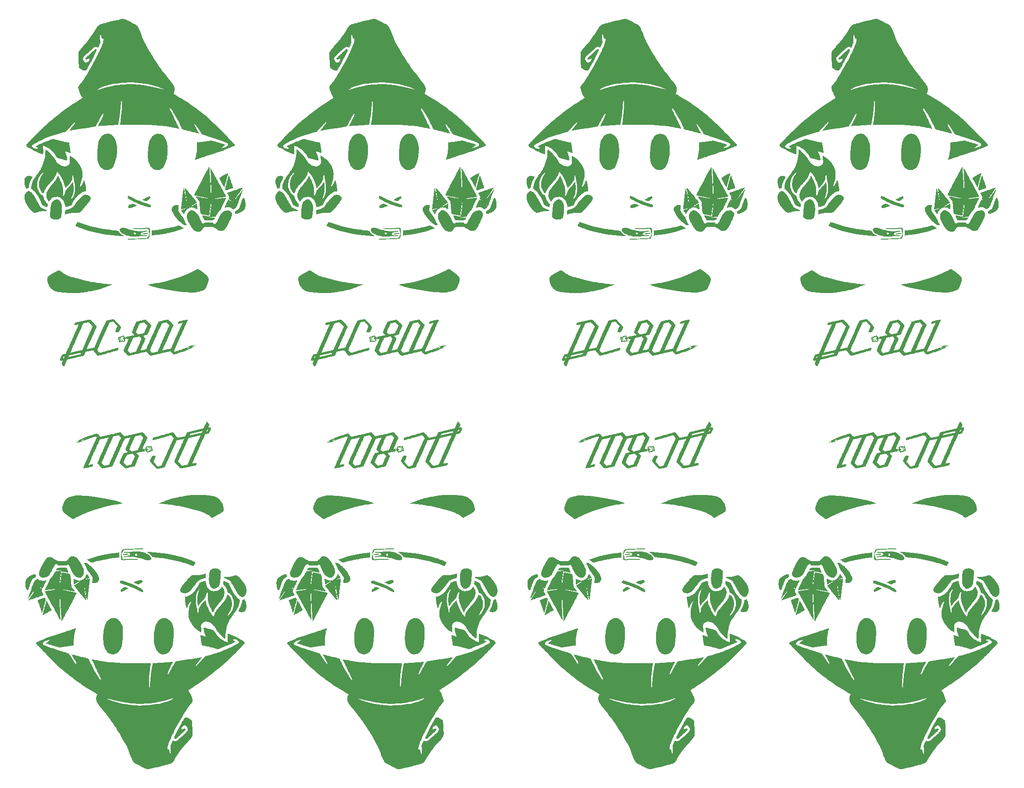
<source format=gbr>
%TF.GenerationSoftware,KiCad,Pcbnew,(6.0.7)*%
%TF.CreationDate,2022-09-13T00:00:18-06:00*%
%TF.ProjectId,MiniMageSpells-panel,4d696e69-4d61-4676-9553-70656c6c732d,1.1*%
%TF.SameCoordinates,Original*%
%TF.FileFunction,Soldermask,Top*%
%TF.FilePolarity,Negative*%
%FSLAX46Y46*%
G04 Gerber Fmt 4.6, Leading zero omitted, Abs format (unit mm)*
G04 Created by KiCad (PCBNEW (6.0.7)) date 2022-09-13 00:00:18*
%MOMM*%
%LPD*%
G01*
G04 APERTURE LIST*
G04 APERTURE END LIST*
%TO.C,G\u002A\u002A\u002A*%
G36*
X166305769Y-42160278D02*
G01*
X166352684Y-42187905D01*
X166419450Y-42230728D01*
X166484655Y-42274560D01*
X166562992Y-42332301D01*
X166652223Y-42406254D01*
X166756074Y-42499844D01*
X166878272Y-42616492D01*
X167022544Y-42759621D01*
X167116293Y-42854577D01*
X167321581Y-43067463D01*
X167498900Y-43260026D01*
X167653288Y-43438511D01*
X167789780Y-43609162D01*
X167913413Y-43778225D01*
X168029223Y-43951943D01*
X168120122Y-44099302D01*
X168282745Y-44355309D01*
X168443492Y-44574604D01*
X168606935Y-44762350D01*
X168777646Y-44923710D01*
X168960198Y-45063848D01*
X168995521Y-45087784D01*
X169159100Y-45184299D01*
X169339727Y-45269880D01*
X169527034Y-45340929D01*
X169710652Y-45393849D01*
X169880213Y-45425041D01*
X169987588Y-45432027D01*
X170173199Y-45415639D01*
X170352883Y-45368988D01*
X170519835Y-45295837D01*
X170667250Y-45199952D01*
X170788322Y-45085098D01*
X170876245Y-44955040D01*
X170885873Y-44935066D01*
X170908257Y-44884935D01*
X170926792Y-44838182D01*
X170941595Y-44790716D01*
X170952783Y-44738446D01*
X170960473Y-44677280D01*
X170964784Y-44603130D01*
X170965831Y-44511902D01*
X170963733Y-44399507D01*
X170958607Y-44261854D01*
X170950569Y-44094852D01*
X170939739Y-43894410D01*
X170926231Y-43656437D01*
X170923769Y-43613549D01*
X170908749Y-43352120D01*
X171065622Y-43430905D01*
X171288688Y-43556581D01*
X171524727Y-43715009D01*
X171767212Y-43901328D01*
X172009618Y-44110675D01*
X172130824Y-44224465D01*
X172417304Y-44524649D01*
X172672101Y-44840428D01*
X172893193Y-45168408D01*
X173078557Y-45505194D01*
X173226171Y-45847392D01*
X173334015Y-46191608D01*
X173354931Y-46279399D01*
X173372680Y-46364235D01*
X173385652Y-46442018D01*
X173394546Y-46521987D01*
X173400056Y-46613382D01*
X173402881Y-46725440D01*
X173403718Y-46867400D01*
X173403670Y-46925521D01*
X173395105Y-47224389D01*
X173369600Y-47516353D01*
X173325690Y-47808690D01*
X173261910Y-48108681D01*
X173176795Y-48423603D01*
X173068879Y-48760735D01*
X172988635Y-48987512D01*
X172934880Y-49143057D01*
X172900837Y-49261773D01*
X172886501Y-49344336D01*
X172891871Y-49391420D01*
X172916945Y-49403700D01*
X172961720Y-49381852D01*
X172987339Y-49361873D01*
X173058128Y-49291132D01*
X173139233Y-49192092D01*
X173223360Y-49074993D01*
X173303214Y-48950071D01*
X173371502Y-48827565D01*
X173379855Y-48810926D01*
X173423422Y-48716076D01*
X173473847Y-48595782D01*
X173525105Y-48464964D01*
X173571171Y-48338540D01*
X173574343Y-48329378D01*
X173612482Y-48223501D01*
X173646519Y-48138004D01*
X173673852Y-48078862D01*
X173691878Y-48052046D01*
X173695497Y-48051397D01*
X173726360Y-48088757D01*
X173762194Y-48163066D01*
X173801558Y-48269393D01*
X173843010Y-48402808D01*
X173885110Y-48558379D01*
X173926415Y-48731174D01*
X173965484Y-48916264D01*
X173995570Y-49077922D01*
X174034846Y-49317457D01*
X174063003Y-49524758D01*
X174080858Y-49708244D01*
X174089227Y-49876333D01*
X174088927Y-50037446D01*
X174088868Y-50039616D01*
X174082379Y-50272644D01*
X173902312Y-50285229D01*
X173725932Y-50306488D01*
X173560289Y-50346618D01*
X173399095Y-50408697D01*
X173236068Y-50495801D01*
X173064921Y-50611007D01*
X172879370Y-50757391D01*
X172800728Y-50824478D01*
X172452341Y-51152104D01*
X172141710Y-51496808D01*
X171869387Y-51857869D01*
X171635924Y-52234565D01*
X171466344Y-52571142D01*
X171419086Y-52670490D01*
X171372057Y-52760677D01*
X171330712Y-52831745D01*
X171300613Y-52873623D01*
X171253348Y-52911076D01*
X171175539Y-52958894D01*
X171076296Y-53012515D01*
X170964729Y-53067381D01*
X170849946Y-53118932D01*
X170741059Y-53162608D01*
X170682024Y-53183242D01*
X170559475Y-53219392D01*
X170432516Y-53250753D01*
X170313550Y-53274700D01*
X170214983Y-53288609D01*
X170172393Y-53291041D01*
X170096769Y-53291409D01*
X170070188Y-53116639D01*
X170012352Y-52807126D01*
X169937552Y-52533414D01*
X169843888Y-52291701D01*
X169729462Y-52078188D01*
X169592374Y-51889074D01*
X169430724Y-51720559D01*
X169329082Y-51634026D01*
X169133980Y-51497988D01*
X168940592Y-51400713D01*
X168751074Y-51343005D01*
X168567582Y-51325668D01*
X168510903Y-51328740D01*
X168314418Y-51347823D01*
X168154699Y-51365847D01*
X168026182Y-51383605D01*
X167923305Y-51401890D01*
X167840504Y-51421493D01*
X167821533Y-51426917D01*
X167662366Y-51489996D01*
X167505455Y-51584989D01*
X167347812Y-51714315D01*
X167186448Y-51880390D01*
X167037164Y-52061217D01*
X166980455Y-52132612D01*
X166932761Y-52189382D01*
X166900214Y-52224414D01*
X166889756Y-52232193D01*
X166864866Y-52212796D01*
X166823620Y-52154932D01*
X166766314Y-52059094D01*
X166693246Y-51925774D01*
X166615574Y-51776730D01*
X166551538Y-51648583D01*
X166505045Y-51546917D01*
X166472215Y-51461660D01*
X166449170Y-51382741D01*
X166432032Y-51300085D01*
X166432032Y-51300083D01*
X166412601Y-51077845D01*
X166428035Y-50840563D01*
X166476581Y-50594499D01*
X166556481Y-50345915D01*
X166665980Y-50101074D01*
X166803324Y-49866239D01*
X166854931Y-49791347D01*
X166893944Y-49739353D01*
X166956364Y-49659149D01*
X167038622Y-49555192D01*
X167137147Y-49431942D01*
X167248369Y-49293857D01*
X167368718Y-49145395D01*
X167494623Y-48991016D01*
X167547325Y-48926674D01*
X167673417Y-48772463D01*
X167794528Y-48623442D01*
X167907246Y-48483877D01*
X168008159Y-48358030D01*
X168093853Y-48250165D01*
X168160916Y-48164546D01*
X168205936Y-48105436D01*
X168217993Y-48088766D01*
X168318824Y-47929263D01*
X168416704Y-47746834D01*
X168503170Y-47558646D01*
X168569758Y-47381869D01*
X168575837Y-47362797D01*
X168602951Y-47281575D01*
X168627092Y-47219603D01*
X168644834Y-47185184D01*
X168650853Y-47181125D01*
X168667191Y-47203096D01*
X168699312Y-47255477D01*
X168743263Y-47331188D01*
X168795093Y-47423149D01*
X168850847Y-47524279D01*
X168906573Y-47627497D01*
X168958318Y-47725724D01*
X168994964Y-47797495D01*
X169096059Y-48010011D01*
X169196274Y-48240465D01*
X169292651Y-48480649D01*
X169382234Y-48722354D01*
X169462067Y-48957371D01*
X169529194Y-49177491D01*
X169580658Y-49374505D01*
X169605526Y-49492874D01*
X169620805Y-49582497D01*
X169632296Y-49667112D01*
X169640483Y-49754979D01*
X169645850Y-49854356D01*
X169648883Y-49973503D01*
X169650067Y-50120680D01*
X169650039Y-50251459D01*
X169648816Y-50407409D01*
X169646054Y-50561351D01*
X169642032Y-50704214D01*
X169637028Y-50826929D01*
X169631320Y-50920426D01*
X169628597Y-50950542D01*
X169620428Y-51035565D01*
X169615553Y-51103165D01*
X169614613Y-51143395D01*
X169615746Y-51150060D01*
X169639717Y-51148914D01*
X169684441Y-51125525D01*
X169739659Y-51086518D01*
X169795114Y-51038519D01*
X169807531Y-51026180D01*
X169837056Y-50991255D01*
X169864215Y-50946879D01*
X169891989Y-50886105D01*
X169923362Y-50801988D01*
X169961313Y-50687580D01*
X169984866Y-50613086D01*
X170034042Y-50456543D01*
X170073292Y-50334343D01*
X170105147Y-50240334D01*
X170132141Y-50168362D01*
X170156805Y-50112276D01*
X170181673Y-50065923D01*
X170209276Y-50023150D01*
X170242147Y-49977805D01*
X170251490Y-49965340D01*
X170294317Y-49912762D01*
X170361013Y-49836340D01*
X170445771Y-49742468D01*
X170542786Y-49637542D01*
X170646251Y-49527960D01*
X170689132Y-49483228D01*
X170861420Y-49301931D01*
X171006715Y-49143372D01*
X171129634Y-49002075D01*
X171234793Y-48872563D01*
X171326809Y-48749362D01*
X171407774Y-48630859D01*
X171470276Y-48538079D01*
X171516604Y-48480002D01*
X171550303Y-48457940D01*
X171574918Y-48473204D01*
X171593995Y-48527107D01*
X171611078Y-48620959D01*
X171623699Y-48710766D01*
X171656379Y-48976225D01*
X171678829Y-49213051D01*
X171691786Y-49433537D01*
X171695989Y-49649974D01*
X171692651Y-49859549D01*
X171664609Y-50255590D01*
X171605186Y-50624960D01*
X171513700Y-50970195D01*
X171389467Y-51293826D01*
X171231804Y-51598386D01*
X171216773Y-51623587D01*
X171170611Y-51702381D01*
X171135308Y-51766948D01*
X171115050Y-51809350D01*
X171112219Y-51821806D01*
X171134060Y-51815903D01*
X171178386Y-51785863D01*
X171238017Y-51737796D01*
X171305771Y-51677811D01*
X171374468Y-51612020D01*
X171436927Y-51546533D01*
X171440776Y-51542235D01*
X171562972Y-51378739D01*
X171672617Y-51177765D01*
X171768333Y-50942705D01*
X171848743Y-50676950D01*
X171912470Y-50383890D01*
X171913423Y-50378565D01*
X171930531Y-50273275D01*
X171943042Y-50170762D01*
X171951617Y-50061133D01*
X171956919Y-49934494D01*
X171959611Y-49780951D01*
X171960226Y-49679483D01*
X171957814Y-49452500D01*
X171948361Y-49236930D01*
X171930811Y-49024929D01*
X171904109Y-48808651D01*
X171867201Y-48580252D01*
X171819032Y-48331887D01*
X171758547Y-48055710D01*
X171719325Y-47887755D01*
X171674899Y-47683429D01*
X171647129Y-47511565D01*
X171635487Y-47365895D01*
X171639443Y-47240154D01*
X171656109Y-47137959D01*
X171666349Y-47083311D01*
X171668215Y-47049068D01*
X171666715Y-47044914D01*
X171648305Y-47053623D01*
X171610057Y-47085404D01*
X171574412Y-47119413D01*
X171515700Y-47189524D01*
X171473657Y-47269457D01*
X171446385Y-47366651D01*
X171431985Y-47488547D01*
X171428557Y-47642585D01*
X171429215Y-47688157D01*
X171434339Y-47942368D01*
X171356129Y-48092981D01*
X171268004Y-48248677D01*
X171157756Y-48421616D01*
X171033772Y-48599643D01*
X170904437Y-48770600D01*
X170806286Y-48889998D01*
X170732519Y-48974755D01*
X170647528Y-49070462D01*
X170555831Y-49172237D01*
X170461951Y-49275200D01*
X170370406Y-49374470D01*
X170285717Y-49465166D01*
X170212405Y-49542407D01*
X170154990Y-49601311D01*
X170117993Y-49636998D01*
X170106525Y-49645578D01*
X170095113Y-49627831D01*
X170080190Y-49579629D01*
X170068000Y-49525896D01*
X169947824Y-49023179D01*
X169789069Y-48529591D01*
X169593816Y-48050180D01*
X169364148Y-47589996D01*
X169102147Y-47154088D01*
X169070006Y-47105696D01*
X169006253Y-47013338D01*
X168933064Y-46911610D01*
X168854803Y-46806107D01*
X168775835Y-46702421D01*
X168700525Y-46606146D01*
X168633237Y-46522876D01*
X168578337Y-46458204D01*
X168540189Y-46417724D01*
X168524411Y-46406505D01*
X168507191Y-46426250D01*
X168483515Y-46481443D01*
X168455416Y-46566021D01*
X168424923Y-46673923D01*
X168396678Y-46787823D01*
X168323309Y-47033747D01*
X168217566Y-47276897D01*
X168076727Y-47522744D01*
X167916560Y-47752366D01*
X167870288Y-47811064D01*
X167801370Y-47894827D01*
X167715352Y-47997092D01*
X167617784Y-48111298D01*
X167514211Y-48230884D01*
X167450671Y-48303421D01*
X167329837Y-48440726D01*
X167196144Y-48592634D01*
X167059216Y-48748208D01*
X166928679Y-48896514D01*
X166814158Y-49026614D01*
X166789748Y-49054343D01*
X166620615Y-49250993D01*
X166479132Y-49426729D01*
X166361058Y-49588539D01*
X166262156Y-49743407D01*
X166178185Y-49898319D01*
X166104906Y-50060259D01*
X166038083Y-50236213D01*
X165995560Y-50363086D01*
X165905232Y-50644186D01*
X165841679Y-50630914D01*
X165741158Y-50595749D01*
X165633595Y-50535178D01*
X165535211Y-50459209D01*
X165490943Y-50414549D01*
X165407220Y-50301779D01*
X165322658Y-50155834D01*
X165241047Y-49985653D01*
X165166177Y-49800178D01*
X165101839Y-49608347D01*
X165051822Y-49419102D01*
X165035621Y-49340534D01*
X165018149Y-49204939D01*
X165009142Y-49040318D01*
X165008256Y-48859086D01*
X165015148Y-48673659D01*
X165029472Y-48496453D01*
X165050886Y-48339884D01*
X165065348Y-48267981D01*
X165151389Y-47962342D01*
X165266924Y-47662884D01*
X165415054Y-47362703D01*
X165598878Y-47054898D01*
X165634993Y-46999666D01*
X165717428Y-46874666D01*
X165778706Y-46780291D01*
X165821392Y-46712061D01*
X165848049Y-46665495D01*
X165861240Y-46636113D01*
X165863530Y-46619434D01*
X165857483Y-46610978D01*
X165857414Y-46610935D01*
X165819627Y-46611074D01*
X165760233Y-46639951D01*
X165684145Y-46693260D01*
X165596276Y-46766696D01*
X165501539Y-46855954D01*
X165404846Y-46956730D01*
X165311110Y-47064718D01*
X165247664Y-47145243D01*
X165080236Y-47395106D01*
X164938647Y-47666690D01*
X164820294Y-47965647D01*
X164729434Y-48270725D01*
X164702153Y-48381282D01*
X164682561Y-48475980D01*
X164669045Y-48567388D01*
X164659994Y-48668077D01*
X164653794Y-48790616D01*
X164650615Y-48885071D01*
X164651732Y-49164913D01*
X164674375Y-49418550D01*
X164720809Y-49657515D01*
X164793300Y-49893339D01*
X164894113Y-50137556D01*
X164898551Y-50147195D01*
X165022781Y-50387069D01*
X165155440Y-50586478D01*
X165297572Y-50746674D01*
X165450221Y-50868911D01*
X165544253Y-50923043D01*
X165665491Y-50988021D01*
X165753406Y-51048825D01*
X165814936Y-51114478D01*
X165857020Y-51194004D01*
X165886596Y-51296427D01*
X165904375Y-51391458D01*
X165929368Y-51519187D01*
X165962084Y-51633562D01*
X166006994Y-51745159D01*
X166068571Y-51864555D01*
X166151284Y-52002325D01*
X166185009Y-52055220D01*
X166300703Y-52230839D01*
X166399934Y-52372517D01*
X166485720Y-52483940D01*
X166561078Y-52568793D01*
X166629026Y-52630760D01*
X166690434Y-52672331D01*
X166701860Y-52684032D01*
X166707451Y-52707507D01*
X166706856Y-52749196D01*
X166699724Y-52815541D01*
X166685703Y-52912981D01*
X166672790Y-52995652D01*
X166651252Y-53123916D01*
X166633041Y-53214496D01*
X166617013Y-53271842D01*
X166602023Y-53300400D01*
X166593084Y-53305563D01*
X166555429Y-53302995D01*
X166494075Y-53292112D01*
X166455820Y-53283431D01*
X166397824Y-53264428D01*
X166314748Y-53230883D01*
X166213577Y-53186253D01*
X166101296Y-53133997D01*
X165984888Y-53077572D01*
X165871339Y-53020438D01*
X165767633Y-52966052D01*
X165680754Y-52917873D01*
X165617687Y-52879360D01*
X165585416Y-52853970D01*
X165583730Y-52851621D01*
X165567640Y-52818364D01*
X165539184Y-52753357D01*
X165501600Y-52664242D01*
X165458127Y-52558659D01*
X165427874Y-52483894D01*
X165262754Y-52094614D01*
X165088683Y-51725193D01*
X164907425Y-51378318D01*
X164720745Y-51056673D01*
X164530408Y-50762943D01*
X164338177Y-50499813D01*
X164145818Y-50269968D01*
X163955095Y-50076093D01*
X163767772Y-49920872D01*
X163722619Y-49889060D01*
X163627177Y-49821286D01*
X163562740Y-49763829D01*
X163524029Y-49705816D01*
X163505762Y-49636372D01*
X163502660Y-49544624D01*
X163507647Y-49446358D01*
X163549647Y-49111153D01*
X163630902Y-48771516D01*
X163749539Y-48433191D01*
X163903685Y-48101921D01*
X164005086Y-47921184D01*
X164036294Y-47871899D01*
X164088151Y-47793437D01*
X164156937Y-47691279D01*
X164238930Y-47570907D01*
X164330410Y-47437800D01*
X164427653Y-47297440D01*
X164465382Y-47243286D01*
X164630953Y-47005672D01*
X164774198Y-46799290D01*
X164897330Y-46620836D01*
X165002563Y-46467004D01*
X165092111Y-46334490D01*
X165168189Y-46219987D01*
X165233010Y-46120191D01*
X165288789Y-46031797D01*
X165337739Y-45951500D01*
X165382075Y-45875995D01*
X165386609Y-45868113D01*
X165621495Y-45417388D01*
X165817817Y-44950461D01*
X165975746Y-44466707D01*
X166095458Y-43965504D01*
X166177127Y-43446227D01*
X166220925Y-42908252D01*
X166222624Y-42868724D01*
X166229099Y-42733660D01*
X166237395Y-42598081D01*
X166246899Y-42468905D01*
X166256998Y-42353046D01*
X166267079Y-42257423D01*
X166276529Y-42188952D01*
X166284735Y-42154549D01*
X166286126Y-42152411D01*
X166305769Y-42160278D01*
G37*
G36*
X201665814Y-47152937D02*
G01*
X201676786Y-47176689D01*
X201699586Y-47235987D01*
X201732779Y-47326626D01*
X201774928Y-47444403D01*
X201824597Y-47585116D01*
X201880349Y-47744560D01*
X201940748Y-47918533D01*
X202004357Y-48102832D01*
X202069741Y-48293253D01*
X202135463Y-48485592D01*
X202200086Y-48675648D01*
X202262175Y-48859216D01*
X202320293Y-49032093D01*
X202373003Y-49190076D01*
X202418870Y-49328962D01*
X202456457Y-49444548D01*
X202484327Y-49532630D01*
X202501045Y-49589005D01*
X202505243Y-49609422D01*
X202483884Y-49618196D01*
X202428051Y-49638722D01*
X202343364Y-49669052D01*
X202235442Y-49707236D01*
X202109902Y-49751325D01*
X201972365Y-49799370D01*
X201828448Y-49849422D01*
X201683771Y-49899531D01*
X201543952Y-49947748D01*
X201414610Y-49992125D01*
X201301364Y-50030711D01*
X201209833Y-50061558D01*
X201145635Y-50082717D01*
X201114389Y-50092238D01*
X201112490Y-50092577D01*
X201097971Y-50079032D01*
X201075651Y-50055123D01*
X201023559Y-49976239D01*
X200982213Y-49874225D01*
X200958494Y-49768145D01*
X200955390Y-49721851D01*
X200961842Y-49660323D01*
X200980787Y-49562449D01*
X201011339Y-49432084D01*
X201052609Y-49273081D01*
X201089519Y-49139283D01*
X201128954Y-48998250D01*
X201176662Y-48825799D01*
X201230037Y-48631459D01*
X201286471Y-48424759D01*
X201343360Y-48215230D01*
X201398097Y-48012400D01*
X201420765Y-47927971D01*
X201466659Y-47757687D01*
X201509696Y-47599850D01*
X201548527Y-47459265D01*
X201581802Y-47340741D01*
X201608175Y-47249083D01*
X201626294Y-47189099D01*
X201634560Y-47165949D01*
X201656848Y-47149430D01*
X201665814Y-47152937D01*
G37*
G36*
X185014440Y-80939290D02*
G01*
X185151154Y-80906834D01*
X185691321Y-80777496D01*
X185729198Y-80697055D01*
X185742438Y-80668051D01*
X185771960Y-80602764D01*
X185816699Y-80503568D01*
X185875587Y-80372834D01*
X185947559Y-80212933D01*
X186031547Y-80026237D01*
X186126485Y-79815119D01*
X186231306Y-79581950D01*
X186344944Y-79329102D01*
X186466333Y-79058946D01*
X186594405Y-78773855D01*
X186728095Y-78476200D01*
X186866335Y-78168353D01*
X186891179Y-78113022D01*
X187029893Y-77804143D01*
X187164121Y-77505380D01*
X187292806Y-77219074D01*
X187414896Y-76947565D01*
X187529335Y-76693196D01*
X187635068Y-76458307D01*
X187731042Y-76245240D01*
X187816201Y-76056334D01*
X187889491Y-75893932D01*
X187949858Y-75760374D01*
X187996246Y-75658001D01*
X188027602Y-75589155D01*
X188042870Y-75556176D01*
X188043870Y-75554150D01*
X188084166Y-75499999D01*
X188125447Y-75464149D01*
X188158427Y-75451249D01*
X188227352Y-75430680D01*
X188326755Y-75403721D01*
X188451168Y-75371654D01*
X188595125Y-75335758D01*
X188753157Y-75297312D01*
X188919797Y-75257597D01*
X189089578Y-75217892D01*
X189257033Y-75179478D01*
X189416693Y-75143634D01*
X189563092Y-75111641D01*
X189690762Y-75084777D01*
X189794236Y-75064324D01*
X189868046Y-75051561D01*
X189904361Y-75047706D01*
X189929345Y-75048695D01*
X189953422Y-75053742D01*
X189980304Y-75065970D01*
X190013706Y-75088501D01*
X190057339Y-75124459D01*
X190114918Y-75176965D01*
X190190155Y-75249141D01*
X190286763Y-75344111D01*
X190408457Y-75464997D01*
X190451077Y-75507445D01*
X190567736Y-75624830D01*
X190675714Y-75735698D01*
X190770984Y-75835739D01*
X190849518Y-75920644D01*
X190907287Y-75986103D01*
X190940265Y-76027808D01*
X190945321Y-76036240D01*
X190966883Y-76114163D01*
X190963714Y-76162575D01*
X190953405Y-76188826D01*
X190926854Y-76251356D01*
X190885119Y-76347772D01*
X190829257Y-76475678D01*
X190760328Y-76632679D01*
X190679388Y-76816380D01*
X190587496Y-77024386D01*
X190485711Y-77254300D01*
X190375089Y-77503730D01*
X190256690Y-77770278D01*
X190131570Y-78051550D01*
X190000789Y-78345152D01*
X189875499Y-78626066D01*
X189740860Y-78927819D01*
X189611124Y-79218696D01*
X189487326Y-79496373D01*
X189370500Y-79758522D01*
X189261683Y-80002819D01*
X189161908Y-80226937D01*
X189072210Y-80428551D01*
X188993625Y-80605334D01*
X188927186Y-80754961D01*
X188873930Y-80875105D01*
X188834889Y-80963441D01*
X188811100Y-81017643D01*
X188803571Y-81035404D01*
X188823819Y-81031539D01*
X188880022Y-81019073D01*
X188966926Y-80999246D01*
X189079277Y-80973295D01*
X189211819Y-80942460D01*
X189359299Y-80907980D01*
X189516460Y-80871093D01*
X189678050Y-80833038D01*
X189838813Y-80795054D01*
X189993494Y-80758380D01*
X190136839Y-80724255D01*
X190263594Y-80693917D01*
X190368503Y-80668606D01*
X190446313Y-80649560D01*
X190491767Y-80638018D01*
X190501505Y-80635099D01*
X190510438Y-80615618D01*
X190535318Y-80560245D01*
X190574886Y-80471805D01*
X190627886Y-80353125D01*
X190693060Y-80207030D01*
X190769152Y-80036347D01*
X190854904Y-79843903D01*
X190949058Y-79632523D01*
X191050359Y-79405033D01*
X191157547Y-79164260D01*
X191269367Y-78913029D01*
X191384562Y-78654168D01*
X191501873Y-78390501D01*
X191620044Y-78124856D01*
X191737817Y-77860058D01*
X191853936Y-77598933D01*
X191967142Y-77344309D01*
X192076180Y-77099010D01*
X192179792Y-76865863D01*
X192276720Y-76647695D01*
X192365707Y-76447330D01*
X192445497Y-76267596D01*
X192514831Y-76111319D01*
X192572453Y-75981325D01*
X192617106Y-75880440D01*
X192647533Y-75811489D01*
X192662475Y-75777300D01*
X192662842Y-75776438D01*
X192690725Y-75710758D01*
X192358112Y-75792993D01*
X192193673Y-75831603D01*
X192065057Y-75856632D01*
X191967986Y-75868186D01*
X191898186Y-75866369D01*
X191851382Y-75851289D01*
X191823298Y-75823050D01*
X191815739Y-75806398D01*
X191808612Y-75768987D01*
X191815680Y-75725207D01*
X191839833Y-75663989D01*
X191868298Y-75605146D01*
X191920766Y-75514300D01*
X191974133Y-75445600D01*
X192006201Y-75417545D01*
X192047583Y-75399560D01*
X192127552Y-75374982D01*
X192246742Y-75343651D01*
X192405785Y-75305409D01*
X192605315Y-75260097D01*
X192832389Y-75210477D01*
X193006424Y-75173148D01*
X193167706Y-75138834D01*
X193311476Y-75108526D01*
X193432972Y-75083215D01*
X193527435Y-75063894D01*
X193590105Y-75051554D01*
X193616222Y-75047186D01*
X193616335Y-75047186D01*
X193652839Y-75065177D01*
X193688260Y-75106067D01*
X193708575Y-75152416D01*
X193709652Y-75163255D01*
X193701195Y-75186629D01*
X193676448Y-75246583D01*
X193636342Y-75340988D01*
X193581811Y-75467714D01*
X193513786Y-75624633D01*
X193433202Y-75809616D01*
X193340991Y-76020532D01*
X193238085Y-76255252D01*
X193125417Y-76511648D01*
X193003920Y-76787589D01*
X192874528Y-77080947D01*
X192738171Y-77389593D01*
X192595784Y-77711396D01*
X192448299Y-78044228D01*
X192393834Y-78167018D01*
X191078016Y-81132712D01*
X191227121Y-81281817D01*
X191679271Y-81120454D01*
X191812688Y-81073236D01*
X191965614Y-81019790D01*
X192133739Y-80961565D01*
X192312757Y-80900011D01*
X192498358Y-80836577D01*
X192686235Y-80772714D01*
X192872080Y-80709870D01*
X193051585Y-80649496D01*
X193220442Y-80593041D01*
X193374342Y-80541955D01*
X193508977Y-80497688D01*
X193620041Y-80461688D01*
X193703223Y-80435407D01*
X193754217Y-80420293D01*
X193769003Y-80417260D01*
X193765277Y-80438857D01*
X193746519Y-80482109D01*
X193742990Y-80489056D01*
X193719526Y-80548703D01*
X193709731Y-80601986D01*
X193709731Y-80602242D01*
X193726558Y-80670508D01*
X193770024Y-80744159D01*
X193829905Y-80807699D01*
X193859145Y-80828660D01*
X193924288Y-80868276D01*
X193854042Y-80892992D01*
X193671454Y-80956745D01*
X193472495Y-81025340D01*
X193260917Y-81097546D01*
X193040473Y-81172135D01*
X192814915Y-81247876D01*
X192587996Y-81323541D01*
X192363469Y-81397900D01*
X192145087Y-81469722D01*
X191936601Y-81537780D01*
X191741765Y-81600843D01*
X191564330Y-81657683D01*
X191408051Y-81707068D01*
X191276679Y-81747771D01*
X191173966Y-81778562D01*
X191103667Y-81798210D01*
X191069532Y-81805487D01*
X191068842Y-81805504D01*
X191038495Y-81804159D01*
X191009932Y-81797846D01*
X190979284Y-81783151D01*
X190942684Y-81756659D01*
X190896264Y-81714957D01*
X190836155Y-81654630D01*
X190758491Y-81572264D01*
X190659404Y-81464444D01*
X190564897Y-81360634D01*
X190497823Y-81288617D01*
X190439490Y-81229289D01*
X190396560Y-81189216D01*
X190376596Y-81175041D01*
X190352772Y-81178966D01*
X190290677Y-81191946D01*
X190193276Y-81213305D01*
X190063535Y-81242363D01*
X189904418Y-81278443D01*
X189718890Y-81320868D01*
X189509916Y-81368958D01*
X189280461Y-81422037D01*
X189033489Y-81479426D01*
X188771966Y-81540446D01*
X188500552Y-81604024D01*
X188226406Y-81668187D01*
X187963070Y-81729475D01*
X187713596Y-81787198D01*
X187481036Y-81840665D01*
X187268442Y-81889186D01*
X187078866Y-81932070D01*
X186915360Y-81968627D01*
X186780975Y-81998166D01*
X186678764Y-82019997D01*
X186611778Y-82033429D01*
X186583371Y-82037781D01*
X186520356Y-82028845D01*
X186472983Y-82011301D01*
X186444939Y-81987406D01*
X186394771Y-81937062D01*
X186327905Y-81866014D01*
X186249761Y-81780005D01*
X186178662Y-81699583D01*
X186092050Y-81600508D01*
X186009613Y-81506416D01*
X185937649Y-81424480D01*
X185882455Y-81361871D01*
X185855648Y-81331683D01*
X185782363Y-81249772D01*
X184984832Y-81433903D01*
X184779418Y-81481445D01*
X184543151Y-81536325D01*
X184286406Y-81596121D01*
X184019556Y-81658412D01*
X183752979Y-81720775D01*
X183497048Y-81780789D01*
X183262139Y-81836031D01*
X183250067Y-81838875D01*
X183056241Y-81884347D01*
X182874236Y-81926663D01*
X182708375Y-81964845D01*
X182562983Y-81997914D01*
X182442385Y-82024894D01*
X182350903Y-82044806D01*
X182292863Y-82056673D01*
X182273425Y-82059716D01*
X182230864Y-82047749D01*
X182177224Y-82018322D01*
X182168228Y-82012052D01*
X182137213Y-81983577D01*
X182083740Y-81928151D01*
X182012568Y-81851210D01*
X181928458Y-81758190D01*
X181836168Y-81654530D01*
X181740459Y-81545665D01*
X181646090Y-81437034D01*
X181557822Y-81334072D01*
X181480412Y-81242218D01*
X181418622Y-81166907D01*
X181377211Y-81113577D01*
X181362730Y-81091926D01*
X181343180Y-81033473D01*
X181338009Y-80989561D01*
X181340391Y-80981343D01*
X182149483Y-80981343D01*
X182159765Y-81006299D01*
X182192773Y-81055737D01*
X182242784Y-81122740D01*
X182304074Y-81200392D01*
X182370921Y-81281776D01*
X182437603Y-81359977D01*
X182498396Y-81428077D01*
X182547578Y-81479162D01*
X182579426Y-81506314D01*
X182586025Y-81508924D01*
X182610287Y-81504281D01*
X182670147Y-81491205D01*
X182759965Y-81470977D01*
X182874098Y-81444877D01*
X183006905Y-81414187D01*
X183137694Y-81383707D01*
X183282715Y-81349265D01*
X183414221Y-81317043D01*
X183526533Y-81288513D01*
X183613968Y-81265147D01*
X183670848Y-81248417D01*
X183691182Y-81240287D01*
X183706053Y-81214728D01*
X183735553Y-81154673D01*
X183777933Y-81064130D01*
X183831446Y-80947108D01*
X183894345Y-80807618D01*
X183964881Y-80649668D01*
X184041308Y-80477268D01*
X184121877Y-80294427D01*
X184204842Y-80105155D01*
X184288453Y-79913459D01*
X184370964Y-79723351D01*
X184450627Y-79538839D01*
X184525695Y-79363932D01*
X184594419Y-79202640D01*
X184655052Y-79058972D01*
X184705847Y-78936937D01*
X184745055Y-78840545D01*
X184770929Y-78773805D01*
X184781722Y-78740726D01*
X184781853Y-78738165D01*
X184762823Y-78709625D01*
X184719567Y-78658923D01*
X184658476Y-78593185D01*
X184585939Y-78519535D01*
X184584671Y-78518283D01*
X184399143Y-78335119D01*
X183811191Y-78456154D01*
X183658502Y-78488129D01*
X183519161Y-78518348D01*
X183398636Y-78545540D01*
X183302393Y-78568438D01*
X183235900Y-78585773D01*
X183204623Y-78596276D01*
X183203263Y-78597227D01*
X183192003Y-78619038D01*
X183165576Y-78675574D01*
X183125793Y-78762743D01*
X183074462Y-78876449D01*
X183013393Y-79012600D01*
X182944396Y-79167101D01*
X182869279Y-79335860D01*
X182789853Y-79514781D01*
X182707926Y-79699772D01*
X182625309Y-79886739D01*
X182543810Y-80071588D01*
X182465239Y-80250226D01*
X182391406Y-80418558D01*
X182324119Y-80572491D01*
X182265188Y-80707932D01*
X182216423Y-80820786D01*
X182179634Y-80906960D01*
X182156628Y-80962360D01*
X182149483Y-80981343D01*
X181340391Y-80981343D01*
X181346519Y-80960201D01*
X181371000Y-80895963D01*
X181409874Y-80800536D01*
X181461564Y-80677606D01*
X181524494Y-80530861D01*
X181597088Y-80363989D01*
X181677767Y-80180676D01*
X181764957Y-79984610D01*
X181824893Y-79850921D01*
X181914979Y-79650230D01*
X181999415Y-79461361D01*
X182076670Y-79287797D01*
X182145210Y-79133018D01*
X182203501Y-79000506D01*
X182250010Y-78893742D01*
X182283204Y-78816207D01*
X182301550Y-78771384D01*
X182304744Y-78761342D01*
X182282558Y-78762817D01*
X182227350Y-78772034D01*
X182147444Y-78787473D01*
X182051248Y-78807597D01*
X181954490Y-78828334D01*
X181873715Y-78845302D01*
X181817419Y-78856739D01*
X181794143Y-78860884D01*
X181797008Y-78845095D01*
X181817295Y-78805813D01*
X181825480Y-78792035D01*
X181859014Y-78707071D01*
X181865723Y-78616688D01*
X181845080Y-78540593D01*
X181811793Y-78500980D01*
X181761067Y-78461170D01*
X181756237Y-78458159D01*
X181715825Y-78428471D01*
X181713553Y-78410836D01*
X181720516Y-78407377D01*
X181747489Y-78401070D01*
X181811368Y-78387545D01*
X181907486Y-78367748D01*
X182031175Y-78342626D01*
X182177766Y-78313125D01*
X182342593Y-78280193D01*
X182520987Y-78244776D01*
X182566699Y-78235735D01*
X182748150Y-78199784D01*
X182917551Y-78166044D01*
X183070169Y-78135472D01*
X183201274Y-78109022D01*
X183306133Y-78087651D01*
X183380014Y-78072314D01*
X183418186Y-78063967D01*
X183421499Y-78063112D01*
X183430880Y-78053621D01*
X183423602Y-78032411D01*
X183396668Y-77995746D01*
X183347081Y-77939888D01*
X183271843Y-77861101D01*
X183204360Y-77792379D01*
X183108226Y-77694033D01*
X183038803Y-77619823D01*
X182992086Y-77564698D01*
X182964075Y-77523607D01*
X182950767Y-77491498D01*
X182949920Y-77484522D01*
X183689330Y-77484522D01*
X183832393Y-77618108D01*
X183939811Y-77718119D01*
X184020641Y-77792530D01*
X184079022Y-77844917D01*
X184119090Y-77878854D01*
X184144984Y-77897915D01*
X184160841Y-77905676D01*
X184166116Y-77906436D01*
X184191812Y-77902206D01*
X184253205Y-77890296D01*
X184344553Y-77871876D01*
X184460119Y-77848115D01*
X184594163Y-77820181D01*
X184724133Y-77792804D01*
X184869689Y-77761461D01*
X185001655Y-77732024D01*
X185114322Y-77705850D01*
X185201979Y-77684294D01*
X185258915Y-77668713D01*
X185279112Y-77660982D01*
X185291540Y-77638069D01*
X185319003Y-77580774D01*
X185359492Y-77493501D01*
X185410995Y-77380657D01*
X185471503Y-77246647D01*
X185539006Y-77095877D01*
X185611494Y-76932753D01*
X185615979Y-76922621D01*
X185934700Y-76202457D01*
X185625256Y-75892497D01*
X185315813Y-75582537D01*
X184881526Y-75695341D01*
X184752584Y-75729053D01*
X184638309Y-75759348D01*
X184544778Y-75784582D01*
X184478071Y-75803109D01*
X184444266Y-75813281D01*
X184441352Y-75814540D01*
X184431720Y-75834596D01*
X184406578Y-75889335D01*
X184367729Y-75974769D01*
X184316976Y-76086913D01*
X184256120Y-76221777D01*
X184186965Y-76375376D01*
X184111314Y-76543721D01*
X184062397Y-76652728D01*
X183689330Y-77484522D01*
X182949920Y-77484522D01*
X182948017Y-77468845D01*
X182956191Y-77439127D01*
X182979378Y-77375325D01*
X183015581Y-77282162D01*
X183062801Y-77164355D01*
X183119038Y-77026626D01*
X183182293Y-76873695D01*
X183250568Y-76710282D01*
X183321864Y-76541107D01*
X183394182Y-76370889D01*
X183465522Y-76204350D01*
X183533887Y-76046208D01*
X183597276Y-75901185D01*
X183653692Y-75774001D01*
X183701135Y-75669374D01*
X183737606Y-75592026D01*
X183761106Y-75546677D01*
X183764090Y-75541837D01*
X183807271Y-75492185D01*
X183847445Y-75459446D01*
X183879644Y-75447121D01*
X183947692Y-75427268D01*
X184045997Y-75401174D01*
X184168967Y-75370126D01*
X184311009Y-75335412D01*
X184466530Y-75298319D01*
X184629940Y-75260135D01*
X184795645Y-75222147D01*
X184958053Y-75185642D01*
X185111572Y-75151908D01*
X185250610Y-75122232D01*
X185369574Y-75097902D01*
X185462872Y-75080204D01*
X185524912Y-75070427D01*
X185543986Y-75068891D01*
X185566228Y-75070686D01*
X185590167Y-75078009D01*
X185619248Y-75093769D01*
X185656913Y-75120872D01*
X185706605Y-75162225D01*
X185771768Y-75220737D01*
X185855844Y-75299315D01*
X185962277Y-75400866D01*
X186094509Y-75528298D01*
X186139208Y-75571509D01*
X186262839Y-75691575D01*
X186377083Y-75803478D01*
X186478254Y-75903535D01*
X186562665Y-75988060D01*
X186626631Y-76053370D01*
X186666466Y-76095781D01*
X186678274Y-76110317D01*
X186692556Y-76157849D01*
X186697642Y-76210397D01*
X186689147Y-76244768D01*
X186665125Y-76312421D01*
X186627773Y-76408360D01*
X186579283Y-76527584D01*
X186521853Y-76665096D01*
X186457676Y-76815895D01*
X186388948Y-76974984D01*
X186317865Y-77137364D01*
X186246620Y-77298035D01*
X186177409Y-77452000D01*
X186112427Y-77594259D01*
X186053870Y-77719814D01*
X186003931Y-77823666D01*
X185964808Y-77900815D01*
X185938693Y-77946265D01*
X185931374Y-77955395D01*
X185905582Y-77973485D01*
X185868914Y-77991205D01*
X185816088Y-78010125D01*
X185741823Y-78031814D01*
X185640836Y-78057840D01*
X185507847Y-78089773D01*
X185376497Y-78120252D01*
X185082791Y-78187769D01*
X185239943Y-78349556D01*
X185355368Y-78469735D01*
X185443001Y-78564380D01*
X185505805Y-78637104D01*
X185546739Y-78691518D01*
X185568764Y-78731234D01*
X185574873Y-78758159D01*
X185566498Y-78785667D01*
X185542397Y-78848255D01*
X185504102Y-78942306D01*
X185453145Y-79064207D01*
X185391062Y-79210343D01*
X185319384Y-79377098D01*
X185239644Y-79560858D01*
X185153376Y-79758008D01*
X185084730Y-79913804D01*
X184995003Y-80117273D01*
X184910861Y-80308905D01*
X184833795Y-80485249D01*
X184765297Y-80642852D01*
X184706857Y-80778263D01*
X184659966Y-80888029D01*
X184626116Y-80968700D01*
X184606796Y-81016823D01*
X184602787Y-81029556D01*
X184624734Y-81026596D01*
X184682363Y-81014861D01*
X184770183Y-80995579D01*
X184881035Y-80970360D01*
X186437902Y-80970360D01*
X186449252Y-80993160D01*
X186483080Y-81040646D01*
X186533620Y-81105921D01*
X186595104Y-81182091D01*
X186661766Y-81262259D01*
X186727840Y-81339530D01*
X186787560Y-81407008D01*
X186835159Y-81457798D01*
X186864870Y-81485004D01*
X186870552Y-81487740D01*
X186895189Y-81483086D01*
X186955212Y-81470010D01*
X187044778Y-81449837D01*
X187158041Y-81423893D01*
X187289156Y-81393503D01*
X187391210Y-81369643D01*
X187531374Y-81336317D01*
X187657606Y-81305461D01*
X187764110Y-81278562D01*
X187845089Y-81257106D01*
X187894746Y-81242577D01*
X187907849Y-81237241D01*
X187917639Y-81216817D01*
X187943368Y-81160426D01*
X187983806Y-81070837D01*
X188037721Y-80950816D01*
X188103883Y-80803131D01*
X188181062Y-80630550D01*
X188268028Y-80435840D01*
X188363549Y-80221769D01*
X188466396Y-79991103D01*
X188575337Y-79746611D01*
X188689143Y-79491060D01*
X188806583Y-79227218D01*
X188926426Y-78957852D01*
X189047441Y-78685729D01*
X189168400Y-78413618D01*
X189288070Y-78144285D01*
X189405221Y-77880498D01*
X189518623Y-77625024D01*
X189627046Y-77380632D01*
X189729258Y-77150088D01*
X189824030Y-76936161D01*
X189910131Y-76741617D01*
X189986330Y-76569224D01*
X190051397Y-76421750D01*
X190104101Y-76301961D01*
X190143212Y-76212627D01*
X190167500Y-76156513D01*
X190175677Y-76136672D01*
X190163840Y-76114645D01*
X190126804Y-76067821D01*
X190069175Y-76001517D01*
X189995554Y-75921051D01*
X189921569Y-75843136D01*
X189660676Y-75572811D01*
X189201302Y-75682277D01*
X189067484Y-75714656D01*
X188947640Y-75744587D01*
X188847886Y-75770468D01*
X188774340Y-75790694D01*
X188733116Y-75803661D01*
X188726682Y-75806756D01*
X188716638Y-75827342D01*
X188690702Y-75883933D01*
X188650097Y-75973775D01*
X188596041Y-76094112D01*
X188529757Y-76242192D01*
X188452465Y-76415260D01*
X188365385Y-76610560D01*
X188269740Y-76825340D01*
X188166749Y-77056845D01*
X188057633Y-77302320D01*
X187943614Y-77559011D01*
X187825912Y-77824164D01*
X187705748Y-78095025D01*
X187584342Y-78368839D01*
X187462917Y-78642852D01*
X187342692Y-78914310D01*
X187224888Y-79180458D01*
X187110727Y-79438542D01*
X187001428Y-79685808D01*
X186898214Y-79919501D01*
X186802305Y-80136867D01*
X186714921Y-80335153D01*
X186637283Y-80511603D01*
X186570614Y-80663463D01*
X186516132Y-80787979D01*
X186475059Y-80882397D01*
X186448616Y-80943962D01*
X186438024Y-80969920D01*
X186437902Y-80970360D01*
X184881035Y-80970360D01*
X184882705Y-80969980D01*
X185014440Y-80939290D01*
G37*
G36*
X172441384Y-56190279D02*
G01*
X172498102Y-56205829D01*
X172582003Y-56232723D01*
X172686932Y-56268967D01*
X172806732Y-56312569D01*
X172833862Y-56322721D01*
X173585690Y-56591173D01*
X174344909Y-56833455D01*
X175116025Y-57050613D01*
X175903542Y-57243692D01*
X176711966Y-57413735D01*
X177545801Y-57561788D01*
X178409553Y-57688895D01*
X179081879Y-57771352D01*
X179240719Y-57788763D01*
X179406597Y-57806080D01*
X179567482Y-57822106D01*
X179711343Y-57835645D01*
X179826148Y-57845502D01*
X179833922Y-57846112D01*
X179989716Y-57859752D01*
X180110542Y-57875509D01*
X180203786Y-57896588D01*
X180276834Y-57926195D01*
X180337074Y-57967536D01*
X180391891Y-58023816D01*
X180448672Y-58098243D01*
X180463577Y-58119397D01*
X180573588Y-58262360D01*
X180699042Y-58401295D01*
X180827423Y-58522965D01*
X180902650Y-58583666D01*
X180962381Y-58623621D01*
X181048814Y-58675723D01*
X181150648Y-58733393D01*
X181256577Y-58790053D01*
X181262784Y-58793260D01*
X181518076Y-58924885D01*
X181263864Y-58921743D01*
X181150671Y-58919928D01*
X181040367Y-58917439D01*
X180946979Y-58914631D01*
X180893138Y-58912355D01*
X180008356Y-58854731D01*
X179158134Y-58778264D01*
X178338757Y-58682283D01*
X177546511Y-58566116D01*
X176777681Y-58429092D01*
X176028554Y-58270541D01*
X175295415Y-58089790D01*
X174574549Y-57886169D01*
X173862243Y-57659006D01*
X173754022Y-57622214D01*
X173582483Y-57562015D01*
X173402024Y-57496158D01*
X173216896Y-57426412D01*
X173031351Y-57354545D01*
X172849640Y-57282326D01*
X172676015Y-57211522D01*
X172514726Y-57143902D01*
X172370025Y-57081234D01*
X172246164Y-57025287D01*
X172147392Y-56977829D01*
X172077963Y-56940628D01*
X172042127Y-56915453D01*
X172038092Y-56908470D01*
X172047587Y-56884888D01*
X172073530Y-56831325D01*
X172112109Y-56755011D01*
X172159512Y-56663173D01*
X172211926Y-56563042D01*
X172265538Y-56461846D01*
X172316536Y-56366815D01*
X172361109Y-56285177D01*
X172395443Y-56224162D01*
X172415726Y-56190999D01*
X172418007Y-56188067D01*
X172441384Y-56190279D01*
G37*
G36*
X163096107Y-50214741D02*
G01*
X163223939Y-50259225D01*
X163350203Y-50330432D01*
X163455080Y-50403986D01*
X163556251Y-50487521D01*
X163656008Y-50584155D01*
X163756646Y-50697007D01*
X163860458Y-50829195D01*
X163969739Y-50983837D01*
X164086781Y-51164052D01*
X164213880Y-51372958D01*
X164353328Y-51613674D01*
X164507419Y-51889317D01*
X164538711Y-51946205D01*
X164688566Y-52218776D01*
X164819908Y-52456380D01*
X164934268Y-52661379D01*
X165033178Y-52836133D01*
X165118166Y-52983003D01*
X165190765Y-53104352D01*
X165252505Y-53202539D01*
X165304915Y-53279927D01*
X165349527Y-53338876D01*
X165387872Y-53381748D01*
X165421479Y-53410904D01*
X165451880Y-53428704D01*
X165480605Y-53437511D01*
X165506829Y-53439700D01*
X165549136Y-53451360D01*
X165617132Y-53483420D01*
X165702138Y-53531496D01*
X165759293Y-53567238D01*
X165971220Y-53693677D01*
X166168540Y-53787992D01*
X166359231Y-53853909D01*
X166392471Y-53862792D01*
X166540761Y-53900725D01*
X166547106Y-53995824D01*
X166548255Y-54045657D01*
X166539588Y-54079067D01*
X166514704Y-54098342D01*
X166467203Y-54105770D01*
X166390683Y-54103639D01*
X166278743Y-54094238D01*
X166273245Y-54093725D01*
X166158728Y-54084804D01*
X166024920Y-54077048D01*
X165894902Y-54071723D01*
X165852271Y-54070621D01*
X165798320Y-54069708D01*
X165749345Y-54069881D01*
X165701272Y-54071967D01*
X165650024Y-54076789D01*
X165591528Y-54085173D01*
X165521707Y-54097943D01*
X165436486Y-54115925D01*
X165331791Y-54139942D01*
X165203546Y-54170819D01*
X165047677Y-54209382D01*
X164860107Y-54256455D01*
X164636762Y-54312863D01*
X164562306Y-54331695D01*
X164437146Y-54363268D01*
X164345639Y-54385609D01*
X164280339Y-54399786D01*
X164233802Y-54406866D01*
X164198582Y-54407916D01*
X164167233Y-54404002D01*
X164132311Y-54396192D01*
X164124816Y-54394394D01*
X164020706Y-54356309D01*
X163901758Y-54291203D01*
X163778662Y-54205869D01*
X163662106Y-54107100D01*
X163641374Y-54087171D01*
X163545682Y-53988109D01*
X163432033Y-53862341D01*
X163306927Y-53717760D01*
X163176863Y-53562261D01*
X163048338Y-53403734D01*
X162927852Y-53250075D01*
X162821905Y-53109175D01*
X162736993Y-52988928D01*
X162736415Y-52988069D01*
X162545073Y-52674523D01*
X162395220Y-52363959D01*
X162286249Y-52054568D01*
X162217550Y-51744544D01*
X162188517Y-51432078D01*
X162187383Y-51356138D01*
X162201131Y-51132989D01*
X162244494Y-50934848D01*
X162320653Y-50753976D01*
X162432787Y-50582635D01*
X162568475Y-50428779D01*
X162647946Y-50350784D01*
X162710352Y-50297712D01*
X162766065Y-50262200D01*
X162825455Y-50236883D01*
X162850354Y-50228652D01*
X162973999Y-50205043D01*
X163096107Y-50214741D01*
G37*
G36*
X204553939Y-51546039D02*
G01*
X204603371Y-51583108D01*
X204654313Y-51659182D01*
X204705155Y-51771010D01*
X204754285Y-51915345D01*
X204776990Y-51995985D01*
X204833001Y-52259751D01*
X204863936Y-52537803D01*
X204870710Y-52839472D01*
X204868370Y-52930311D01*
X204853857Y-53144338D01*
X204824607Y-53327015D01*
X204777353Y-53487778D01*
X204708824Y-53636064D01*
X204615750Y-53781310D01*
X204539352Y-53880014D01*
X204472874Y-53949335D01*
X204379218Y-54031214D01*
X204268408Y-54117931D01*
X204150468Y-54201765D01*
X204035420Y-54274997D01*
X204000215Y-54295287D01*
X203881832Y-54355352D01*
X203746171Y-54414142D01*
X203600548Y-54469461D01*
X203452278Y-54519117D01*
X203308675Y-54560915D01*
X203177057Y-54592662D01*
X203064737Y-54612163D01*
X202979031Y-54617225D01*
X202943077Y-54612323D01*
X202920627Y-54590098D01*
X202897027Y-54533565D01*
X202870928Y-54439254D01*
X202863489Y-54407783D01*
X202843865Y-54319231D01*
X202828655Y-54244233D01*
X202820029Y-54193815D01*
X202818864Y-54181151D01*
X202835973Y-54158133D01*
X202881963Y-54119043D01*
X202949138Y-54069189D01*
X203029801Y-54013881D01*
X203116255Y-53958428D01*
X203200805Y-53908139D01*
X203263780Y-53874244D01*
X203392537Y-53791498D01*
X203511567Y-53682205D01*
X203592300Y-53579972D01*
X203624942Y-53520403D01*
X203665911Y-53431058D01*
X203710696Y-53322535D01*
X203754784Y-53205435D01*
X203769243Y-53164303D01*
X203815293Y-53031413D01*
X203867617Y-52881741D01*
X203924347Y-52720511D01*
X203983617Y-52552946D01*
X204043556Y-52384269D01*
X204102298Y-52219702D01*
X204157975Y-52064470D01*
X204208717Y-51923794D01*
X204252657Y-51802899D01*
X204287928Y-51707006D01*
X204312659Y-51641340D01*
X204324131Y-51612904D01*
X204367390Y-51565028D01*
X204435715Y-51538287D01*
X204515431Y-51536659D01*
X204553939Y-51546039D01*
G37*
G36*
X201527624Y-46735569D02*
G01*
X201536740Y-46744615D01*
X201538159Y-46776725D01*
X201527654Y-46846994D01*
X201505800Y-46953098D01*
X201473175Y-47092713D01*
X201430356Y-47263517D01*
X201377921Y-47463186D01*
X201316445Y-47689396D01*
X201246507Y-47939824D01*
X201194504Y-48122435D01*
X201140304Y-48312176D01*
X201086200Y-48503035D01*
X201034197Y-48687840D01*
X200986299Y-48859419D01*
X200944509Y-49010599D01*
X200910831Y-49134208D01*
X200890469Y-49210744D01*
X200861497Y-49320120D01*
X200835755Y-49414247D01*
X200815302Y-49485833D01*
X200802196Y-49527587D01*
X200798906Y-49535155D01*
X200786301Y-49520526D01*
X200756832Y-49474225D01*
X200713815Y-49401837D01*
X200660565Y-49308944D01*
X200600400Y-49201129D01*
X200599166Y-49198890D01*
X200520465Y-49055478D01*
X200436293Y-48901090D01*
X200348926Y-48739990D01*
X200260638Y-48576438D01*
X200173703Y-48414700D01*
X200090396Y-48259036D01*
X200012990Y-48113710D01*
X199943762Y-47982986D01*
X199884984Y-47871124D01*
X199838931Y-47782390D01*
X199807878Y-47721044D01*
X199794100Y-47691351D01*
X199793685Y-47689244D01*
X199825367Y-47668882D01*
X199887956Y-47631257D01*
X199976955Y-47578925D01*
X200087865Y-47514445D01*
X200216188Y-47440375D01*
X200357425Y-47359273D01*
X200507078Y-47273697D01*
X200660648Y-47186206D01*
X200813637Y-47099357D01*
X200961548Y-47015708D01*
X201099881Y-46937818D01*
X201224137Y-46868245D01*
X201329820Y-46809546D01*
X201412430Y-46764280D01*
X201467469Y-46735005D01*
X201490439Y-46724279D01*
X201490579Y-46724270D01*
X201527624Y-46735569D01*
G37*
G36*
X193179558Y-49591595D02*
G01*
X193209662Y-49614960D01*
X193250758Y-49653962D01*
X193304405Y-49710339D01*
X193372162Y-49785828D01*
X193455590Y-49882166D01*
X193556248Y-50001092D01*
X193675697Y-50144342D01*
X193815496Y-50313655D01*
X193977205Y-50510767D01*
X194162385Y-50737417D01*
X194370615Y-50992911D01*
X194542688Y-51204346D01*
X194706875Y-51406355D01*
X194861232Y-51596527D01*
X195003811Y-51772453D01*
X195132669Y-51931724D01*
X195245858Y-52071931D01*
X195341432Y-52190664D01*
X195417448Y-52285514D01*
X195471957Y-52354072D01*
X195503016Y-52393928D01*
X195509765Y-52403486D01*
X195492907Y-52425565D01*
X195444558Y-52465956D01*
X195369639Y-52521306D01*
X195273069Y-52588261D01*
X195159768Y-52663469D01*
X195034656Y-52743575D01*
X194902652Y-52825227D01*
X194806331Y-52882957D01*
X194693374Y-52950501D01*
X194593971Y-53011485D01*
X194513534Y-53062462D01*
X194457474Y-53099984D01*
X194431203Y-53120602D01*
X194429919Y-53122804D01*
X194447317Y-53142592D01*
X194470835Y-53153250D01*
X194514496Y-53149653D01*
X194591716Y-53121702D01*
X194702670Y-53069313D01*
X194847530Y-52992398D01*
X195026471Y-52890872D01*
X195178524Y-52801282D01*
X195281545Y-52740280D01*
X195371064Y-52688155D01*
X195441156Y-52648285D01*
X195485895Y-52624049D01*
X195499558Y-52618255D01*
X195503017Y-52641057D01*
X195508699Y-52699294D01*
X195516128Y-52786311D01*
X195524827Y-52895451D01*
X195534320Y-53020057D01*
X195544131Y-53153474D01*
X195553783Y-53289044D01*
X195562800Y-53420112D01*
X195570705Y-53540022D01*
X195577022Y-53642116D01*
X195581274Y-53719738D01*
X195582985Y-53766233D01*
X195582474Y-53776653D01*
X195562070Y-53770421D01*
X195516217Y-53745878D01*
X195454685Y-53708271D01*
X195452292Y-53706734D01*
X195194807Y-53560102D01*
X194942678Y-53454876D01*
X194696339Y-53391202D01*
X194461695Y-53369265D01*
X194359685Y-53370446D01*
X194280970Y-53378389D01*
X194206604Y-53396596D01*
X194117640Y-53428569D01*
X194097144Y-53436639D01*
X193852106Y-53555386D01*
X193635270Y-53705631D01*
X193447318Y-53886657D01*
X193288935Y-54097744D01*
X193160805Y-54338174D01*
X193104851Y-54478781D01*
X193074861Y-54557418D01*
X193046522Y-54622118D01*
X193025167Y-54660886D01*
X193022325Y-54664347D01*
X193009359Y-54667710D01*
X192988303Y-54654742D01*
X192956272Y-54622043D01*
X192910381Y-54566213D01*
X192847745Y-54483851D01*
X192765477Y-54371559D01*
X192717774Y-54305481D01*
X192638040Y-54194014D01*
X192567806Y-54094556D01*
X192510485Y-54012049D01*
X192469494Y-53951436D01*
X192448247Y-53917658D01*
X192446108Y-53912362D01*
X192467764Y-53904265D01*
X192522121Y-53886902D01*
X192601174Y-53862762D01*
X192696918Y-53834329D01*
X192705118Y-53831926D01*
X192872739Y-53781044D01*
X193019327Y-53733059D01*
X193142942Y-53689073D01*
X193241648Y-53650193D01*
X193313506Y-53617524D01*
X193356578Y-53592169D01*
X193368927Y-53575235D01*
X193348613Y-53567826D01*
X193293699Y-53571048D01*
X193202248Y-53586005D01*
X193097929Y-53607960D01*
X192949185Y-53640547D01*
X192808179Y-53669724D01*
X192680782Y-53694433D01*
X192572866Y-53713613D01*
X192490304Y-53726206D01*
X192438967Y-53731153D01*
X192424663Y-53729412D01*
X192425675Y-53707538D01*
X192431281Y-53647089D01*
X192441077Y-53551559D01*
X192454659Y-53424446D01*
X192471622Y-53269246D01*
X192491562Y-53089455D01*
X192514075Y-52888569D01*
X192538757Y-52670086D01*
X192565203Y-52437501D01*
X192593010Y-52194311D01*
X192621772Y-51944012D01*
X192651086Y-51690101D01*
X192680548Y-51436074D01*
X192709753Y-51185428D01*
X192738297Y-50941658D01*
X192765776Y-50708262D01*
X192791786Y-50488736D01*
X192815922Y-50286575D01*
X192837781Y-50105277D01*
X192856957Y-49948338D01*
X192873047Y-49819255D01*
X192885646Y-49721523D01*
X192894351Y-49658639D01*
X192897582Y-49638855D01*
X192905650Y-49608359D01*
X192915253Y-49598957D01*
X192927718Y-49614044D01*
X192944372Y-49657015D01*
X192966544Y-49731263D01*
X192995561Y-49840183D01*
X193030826Y-49979456D01*
X193089164Y-50227598D01*
X193148612Y-50507763D01*
X193207244Y-50809716D01*
X193263136Y-51123218D01*
X193314362Y-51438035D01*
X193348764Y-51670284D01*
X193373475Y-51839127D01*
X193399133Y-52003633D01*
X193424708Y-52158077D01*
X193449170Y-52296739D01*
X193471489Y-52413896D01*
X193490635Y-52503826D01*
X193505578Y-52560807D01*
X193511874Y-52576439D01*
X193539094Y-52592224D01*
X193541428Y-52592327D01*
X193553691Y-52572167D01*
X193558736Y-52514359D01*
X193557085Y-52422912D01*
X193549258Y-52301832D01*
X193535776Y-52155129D01*
X193517161Y-51986810D01*
X193493933Y-51800884D01*
X193466615Y-51601358D01*
X193435726Y-51392240D01*
X193401788Y-51177538D01*
X193365322Y-50961261D01*
X193326850Y-50747417D01*
X193286891Y-50540012D01*
X193253597Y-50378565D01*
X193221487Y-50219259D01*
X193192742Y-50060088D01*
X193168706Y-49909860D01*
X193150723Y-49777379D01*
X193140136Y-49671454D01*
X193137849Y-49619752D01*
X193139589Y-49597945D01*
X193146081Y-49584825D01*
X193158884Y-49582129D01*
X193179558Y-49591595D01*
G37*
G36*
X180800829Y-78599176D02*
G01*
X180818449Y-78633152D01*
X180851447Y-78780225D01*
X180874982Y-78891200D01*
X180889826Y-78971093D01*
X180896747Y-79024921D01*
X180896517Y-79057700D01*
X180889904Y-79074446D01*
X180886612Y-79077208D01*
X180838542Y-79092687D01*
X180806729Y-79069622D01*
X180798350Y-79046247D01*
X180782103Y-78973647D01*
X180763224Y-78887383D01*
X180743833Y-78797392D01*
X180726046Y-78713607D01*
X180711979Y-78645967D01*
X180703750Y-78604405D01*
X180702479Y-78596304D01*
X180720645Y-78588142D01*
X180755036Y-78585488D01*
X180800829Y-78599176D01*
G37*
G36*
X204325551Y-49548574D02*
G01*
X204319187Y-49570895D01*
X204298482Y-49611675D01*
X204261660Y-49673844D01*
X204206945Y-49760330D01*
X204132559Y-49874061D01*
X204036727Y-50017967D01*
X203972402Y-50113761D01*
X203751611Y-50442160D01*
X203554182Y-50736468D01*
X203379548Y-50997561D01*
X203227140Y-51226310D01*
X203096389Y-51423589D01*
X202986726Y-51590271D01*
X202897583Y-51727230D01*
X202828392Y-51835339D01*
X202778584Y-51915470D01*
X202747590Y-51968497D01*
X202734841Y-51995293D01*
X202739770Y-51996732D01*
X202759991Y-51975769D01*
X202876216Y-51838772D01*
X203011772Y-51671578D01*
X203162724Y-51479403D01*
X203325139Y-51267460D01*
X203495084Y-51040964D01*
X203668627Y-50805130D01*
X203841834Y-50565172D01*
X204010771Y-50326306D01*
X204089969Y-50212443D01*
X204183749Y-50079425D01*
X204259719Y-49977224D01*
X204316696Y-49907327D01*
X204353496Y-49871222D01*
X204365365Y-49866391D01*
X204389687Y-49887853D01*
X204390297Y-49903176D01*
X204381487Y-49930936D01*
X204359826Y-49994388D01*
X204326609Y-50089901D01*
X204283134Y-50213847D01*
X204230696Y-50362596D01*
X204170591Y-50532517D01*
X204104116Y-50719981D01*
X204032566Y-50921359D01*
X203957239Y-51133020D01*
X203879430Y-51351334D01*
X203800434Y-51572673D01*
X203721550Y-51793405D01*
X203644072Y-52009902D01*
X203569297Y-52218534D01*
X203498521Y-52415670D01*
X203433040Y-52597681D01*
X203374150Y-52760938D01*
X203323149Y-52901809D01*
X203281330Y-53016667D01*
X203249992Y-53101880D01*
X203230430Y-53153820D01*
X203224056Y-53169070D01*
X203206836Y-53158924D01*
X203169762Y-53120324D01*
X203117927Y-53059062D01*
X203056421Y-52980931D01*
X203042384Y-52962433D01*
X202953806Y-52846713D01*
X202886627Y-52763261D01*
X202838376Y-52709340D01*
X202806583Y-52682215D01*
X202788777Y-52679148D01*
X202787564Y-52680164D01*
X202792468Y-52701785D01*
X202816150Y-52745431D01*
X202833300Y-52771941D01*
X202872109Y-52835113D01*
X202918768Y-52919966D01*
X202967904Y-53015610D01*
X203014144Y-53111155D01*
X203052115Y-53195709D01*
X203076445Y-53258383D01*
X203080911Y-53273838D01*
X203086509Y-53328651D01*
X203081326Y-53364138D01*
X203061455Y-53382884D01*
X203013385Y-53418850D01*
X202944675Y-53467057D01*
X202862880Y-53522526D01*
X202775558Y-53580278D01*
X202690266Y-53635335D01*
X202614562Y-53682718D01*
X202556001Y-53717448D01*
X202522143Y-53734546D01*
X202517687Y-53735472D01*
X202499626Y-53722700D01*
X202457646Y-53689829D01*
X202400506Y-53643728D01*
X202395223Y-53639414D01*
X202212981Y-53515316D01*
X202011062Y-53425523D01*
X201787983Y-53369748D01*
X201542261Y-53347706D01*
X201272415Y-53359114D01*
X201075700Y-53385609D01*
X200982416Y-53400251D01*
X200905556Y-53410389D01*
X200854060Y-53414970D01*
X200836996Y-53413805D01*
X200843720Y-53393603D01*
X200866000Y-53339905D01*
X200901588Y-53257659D01*
X200948235Y-53151815D01*
X201003693Y-53027323D01*
X201065714Y-52889132D01*
X201132048Y-52742191D01*
X201200449Y-52591449D01*
X201268667Y-52441857D01*
X201334454Y-52298363D01*
X201395561Y-52165917D01*
X201449741Y-52049468D01*
X201494745Y-51953965D01*
X201528324Y-51884358D01*
X201548230Y-51845597D01*
X201552163Y-51839501D01*
X201572846Y-51846410D01*
X201623158Y-51872394D01*
X201696864Y-51913970D01*
X201787730Y-51967657D01*
X201855729Y-52009052D01*
X201954554Y-52069037D01*
X202040274Y-52119436D01*
X202106691Y-52156734D01*
X202147605Y-52177418D01*
X202157687Y-52180211D01*
X202155940Y-52154151D01*
X202122333Y-52109750D01*
X202061041Y-52050952D01*
X201976236Y-51981701D01*
X201872095Y-51905943D01*
X201855062Y-51894260D01*
X201756398Y-51825864D01*
X201689438Y-51773577D01*
X201650419Y-51730337D01*
X201635575Y-51689080D01*
X201641140Y-51642744D01*
X201663350Y-51584265D01*
X201675422Y-51557278D01*
X201700994Y-51495113D01*
X201716561Y-51437562D01*
X201720598Y-51379246D01*
X201711585Y-51314786D01*
X201687999Y-51238803D01*
X201648318Y-51145918D01*
X201591020Y-51030751D01*
X201514582Y-50887924D01*
X201455774Y-50781067D01*
X201410577Y-50696125D01*
X201376113Y-50624903D01*
X201355962Y-50575268D01*
X201353139Y-50555438D01*
X201375259Y-50546342D01*
X201433671Y-50525000D01*
X201524523Y-50492726D01*
X201643969Y-50450836D01*
X201788157Y-50400646D01*
X201953241Y-50343470D01*
X202135369Y-50280625D01*
X202330695Y-50213425D01*
X202535368Y-50143187D01*
X202745539Y-50071224D01*
X202957360Y-49998853D01*
X203166981Y-49927388D01*
X203370554Y-49858146D01*
X203564229Y-49792441D01*
X203744158Y-49731589D01*
X203906492Y-49676905D01*
X204047381Y-49629705D01*
X204162976Y-49591304D01*
X204249429Y-49563016D01*
X204302891Y-49546158D01*
X204319351Y-49541785D01*
X204325551Y-49548574D01*
G37*
G36*
X188322952Y-39155467D02*
G01*
X188558578Y-39231224D01*
X188657191Y-39275882D01*
X188816847Y-39365406D01*
X188957494Y-39468946D01*
X189084017Y-39591993D01*
X189201302Y-39740042D01*
X189314232Y-39918587D01*
X189427694Y-40133121D01*
X189437804Y-40153777D01*
X189547091Y-40393534D01*
X189637602Y-40627815D01*
X189710635Y-40863252D01*
X189767485Y-41106475D01*
X189809451Y-41364114D01*
X189837827Y-41642798D01*
X189853912Y-41949159D01*
X189859002Y-42289827D01*
X189858992Y-42307339D01*
X189849073Y-42749387D01*
X189819610Y-43161396D01*
X189769346Y-43551545D01*
X189697027Y-43928012D01*
X189601399Y-44298975D01*
X189507962Y-44595246D01*
X189419151Y-44847563D01*
X189336094Y-45062780D01*
X189256282Y-45245354D01*
X189177208Y-45399739D01*
X189096363Y-45530392D01*
X189011240Y-45641768D01*
X188919330Y-45738324D01*
X188818125Y-45824514D01*
X188814370Y-45827407D01*
X188680640Y-45917428D01*
X188527393Y-46000178D01*
X188372554Y-46066653D01*
X188275874Y-46097866D01*
X188141033Y-46124314D01*
X187984744Y-46139535D01*
X187823411Y-46143032D01*
X187673441Y-46134305D01*
X187576791Y-46119109D01*
X187361012Y-46051557D01*
X187150067Y-45947089D01*
X186953544Y-45810891D01*
X186866007Y-45734696D01*
X186648220Y-45504103D01*
X186465029Y-45252779D01*
X186315138Y-44978309D01*
X186197250Y-44678281D01*
X186110066Y-44350283D01*
X186102938Y-44315608D01*
X186081441Y-44176082D01*
X186064807Y-44000094D01*
X186053029Y-43793269D01*
X186046102Y-43561233D01*
X186044017Y-43309611D01*
X186046770Y-43044030D01*
X186054352Y-42770114D01*
X186066758Y-42493489D01*
X186083981Y-42219781D01*
X186105715Y-41957798D01*
X186120257Y-41815041D01*
X186138313Y-41656460D01*
X186158949Y-41488670D01*
X186181230Y-41318291D01*
X186204224Y-41151938D01*
X186226995Y-40996231D01*
X186248610Y-40857787D01*
X186268135Y-40743222D01*
X186284636Y-40659155D01*
X186294523Y-40619918D01*
X186325541Y-40540650D01*
X186376022Y-40434930D01*
X186441189Y-40311051D01*
X186516262Y-40177310D01*
X186596464Y-40042001D01*
X186677017Y-39913421D01*
X186753142Y-39799863D01*
X186815737Y-39715057D01*
X186991229Y-39524208D01*
X187185851Y-39368931D01*
X187396090Y-39250065D01*
X187618433Y-39168448D01*
X187849367Y-39124917D01*
X188085378Y-39120311D01*
X188322952Y-39155467D01*
G37*
G36*
X194598677Y-53948096D02*
G01*
X194808799Y-54011462D01*
X195017763Y-54116883D01*
X195225273Y-54264205D01*
X195431033Y-54453271D01*
X195467950Y-54491820D01*
X195566466Y-54601746D01*
X195657502Y-54715310D01*
X195743873Y-54837428D01*
X195828395Y-54973012D01*
X195913880Y-55126977D01*
X196003145Y-55304238D01*
X196099004Y-55509707D01*
X196204271Y-55748301D01*
X196253761Y-55863788D01*
X196326837Y-56032769D01*
X196387142Y-56165735D01*
X196436549Y-56266428D01*
X196476934Y-56338588D01*
X196510168Y-56385959D01*
X196521464Y-56398390D01*
X196605981Y-56463994D01*
X196688815Y-56488355D01*
X196772393Y-56471302D01*
X196859145Y-56412665D01*
X196900686Y-56371788D01*
X196988217Y-56277890D01*
X197799500Y-56283440D01*
X198610783Y-56288991D01*
X198626727Y-56348625D01*
X198669958Y-56445933D01*
X198737251Y-56521633D01*
X198820247Y-56570225D01*
X198910588Y-56586207D01*
X198971747Y-56575708D01*
X199021373Y-56554857D01*
X199069325Y-56523843D01*
X199117912Y-56479248D01*
X199169447Y-56417655D01*
X199226241Y-56335646D01*
X199290606Y-56229803D01*
X199364851Y-56096709D01*
X199451290Y-55932947D01*
X199552232Y-55735098D01*
X199587025Y-55665921D01*
X199714463Y-55413511D01*
X199826266Y-55196174D01*
X199924612Y-55010540D01*
X200011678Y-54853239D01*
X200089642Y-54720901D01*
X200160683Y-54610158D01*
X200226976Y-54517639D01*
X200290701Y-54439975D01*
X200354034Y-54373795D01*
X200419153Y-54315731D01*
X200488236Y-54262412D01*
X200499039Y-54254640D01*
X200711761Y-54124807D01*
X200933918Y-54033629D01*
X201171035Y-53979361D01*
X201428635Y-53960259D01*
X201431337Y-53960239D01*
X201538157Y-53960501D01*
X201614896Y-53964244D01*
X201673814Y-53973435D01*
X201727172Y-53990040D01*
X201787230Y-54016026D01*
X201791470Y-54017999D01*
X201944460Y-54111137D01*
X202072690Y-54233425D01*
X202171671Y-54378473D01*
X202236911Y-54539891D01*
X202262726Y-54688628D01*
X202263688Y-54753440D01*
X202257003Y-54824303D01*
X202241319Y-54905381D01*
X202215284Y-55000839D01*
X202177546Y-55114841D01*
X202126754Y-55251551D01*
X202061554Y-55415133D01*
X201980596Y-55609752D01*
X201909324Y-55777185D01*
X201789437Y-56052969D01*
X201681946Y-56291772D01*
X201585371Y-56496640D01*
X201498229Y-56670624D01*
X201419040Y-56816771D01*
X201346322Y-56938131D01*
X201341483Y-56945705D01*
X201262089Y-57066983D01*
X201176891Y-57192973D01*
X201089939Y-57318089D01*
X201005284Y-57436746D01*
X200926976Y-57543361D01*
X200859067Y-57632348D01*
X200805607Y-57698122D01*
X200770646Y-57735098D01*
X200766600Y-57738287D01*
X200672778Y-57790995D01*
X200550600Y-57839464D01*
X200412007Y-57880842D01*
X200268941Y-57912279D01*
X200133342Y-57930924D01*
X200017154Y-57933924D01*
X199969619Y-57928584D01*
X199922420Y-57918506D01*
X199874990Y-57904304D01*
X199822786Y-57883517D01*
X199761267Y-57853685D01*
X199685892Y-57812346D01*
X199592119Y-57757039D01*
X199475408Y-57685303D01*
X199331216Y-57594677D01*
X199201500Y-57512317D01*
X199073368Y-57431390D01*
X198953918Y-57357147D01*
X198848738Y-57292966D01*
X198763416Y-57242226D01*
X198703539Y-57208306D01*
X198677375Y-57195422D01*
X198637927Y-57182027D01*
X198596655Y-57171844D01*
X198547931Y-57164647D01*
X198486124Y-57160212D01*
X198405607Y-57158314D01*
X198300751Y-57158728D01*
X198165926Y-57161230D01*
X197995505Y-57165595D01*
X197957108Y-57166659D01*
X197791516Y-57171067D01*
X197661998Y-57173741D01*
X197562285Y-57174423D01*
X197486109Y-57172851D01*
X197427201Y-57168767D01*
X197379292Y-57161909D01*
X197336113Y-57152019D01*
X197292205Y-57139089D01*
X197156910Y-57096727D01*
X197042160Y-57156806D01*
X196889866Y-57248395D01*
X196764483Y-57353007D01*
X196650554Y-57483838D01*
X196635060Y-57504429D01*
X196562469Y-57594426D01*
X196473433Y-57692790D01*
X196375744Y-57792055D01*
X196277193Y-57884755D01*
X196185573Y-57963424D01*
X196108675Y-58020595D01*
X196076467Y-58039671D01*
X195975480Y-58076567D01*
X195857862Y-58090639D01*
X195717384Y-58081968D01*
X195547818Y-58050637D01*
X195531503Y-58046847D01*
X195352369Y-57997630D01*
X195197075Y-57937783D01*
X195059015Y-57862408D01*
X194931582Y-57766605D01*
X194808168Y-57645479D01*
X194682167Y-57494130D01*
X194560275Y-57326852D01*
X194431957Y-57135962D01*
X194302304Y-56930999D01*
X194174591Y-56718015D01*
X194052089Y-56503064D01*
X193938072Y-56292198D01*
X193835814Y-56091469D01*
X193748586Y-55906931D01*
X193679663Y-55744635D01*
X193632455Y-55611092D01*
X193607828Y-55523914D01*
X193591257Y-55447410D01*
X193581173Y-55368761D01*
X193576008Y-55275150D01*
X193574192Y-55153756D01*
X193574118Y-55134445D01*
X193574554Y-55013266D01*
X193577641Y-54923273D01*
X193584777Y-54853302D01*
X193597357Y-54792190D01*
X193616781Y-54728772D01*
X193629362Y-54693078D01*
X193702490Y-54520556D01*
X193793476Y-54365404D01*
X193911103Y-54213552D01*
X193968870Y-54149195D01*
X194061344Y-54055299D01*
X194139814Y-53991303D01*
X194214039Y-53952030D01*
X194293776Y-53932302D01*
X194387694Y-53926939D01*
X194598677Y-53948096D01*
G37*
G36*
X174196272Y-50920977D02*
G01*
X174406468Y-50973440D01*
X174620011Y-51067396D01*
X174699434Y-51112504D01*
X174823485Y-51200891D01*
X174909584Y-51297173D01*
X174962146Y-51409097D01*
X174985588Y-51544413D01*
X174987801Y-51618444D01*
X174982831Y-51685782D01*
X174967075Y-51756154D01*
X174938300Y-51833410D01*
X174894274Y-51921400D01*
X174832764Y-52023974D01*
X174751537Y-52144981D01*
X174648361Y-52288273D01*
X174521003Y-52457698D01*
X174439638Y-52563678D01*
X174215917Y-52851144D01*
X174013141Y-53106665D01*
X173828611Y-53333454D01*
X173659627Y-53534722D01*
X173503491Y-53713684D01*
X173357503Y-53873551D01*
X173218965Y-54017537D01*
X173213822Y-54022727D01*
X173104430Y-54131314D01*
X173017045Y-54213592D01*
X172945381Y-54274792D01*
X172883154Y-54320143D01*
X172824081Y-54354876D01*
X172800646Y-54366623D01*
X172610208Y-54436588D01*
X172417119Y-54465271D01*
X172235682Y-54454105D01*
X172090653Y-54433770D01*
X171949142Y-54422393D01*
X171801983Y-54420081D01*
X171640010Y-54426938D01*
X171454059Y-54443069D01*
X171261082Y-54465297D01*
X171004828Y-54500206D01*
X170783117Y-54537187D01*
X170588128Y-54577909D01*
X170412039Y-54624042D01*
X170247027Y-54677254D01*
X170216659Y-54688165D01*
X170136666Y-54716993D01*
X170072986Y-54739256D01*
X170035156Y-54751650D01*
X170029077Y-54753127D01*
X170026023Y-54733863D01*
X170027138Y-54683288D01*
X170032174Y-54612231D01*
X170032361Y-54610133D01*
X170038274Y-54534073D01*
X170045201Y-54428850D01*
X170052330Y-54307628D01*
X170058851Y-54183573D01*
X170059628Y-54167588D01*
X170074031Y-53868037D01*
X170351683Y-53809369D01*
X170472292Y-53782538D01*
X170594150Y-53753125D01*
X170702873Y-53724733D01*
X170782633Y-53701430D01*
X170871229Y-53668935D01*
X170979459Y-53623164D01*
X171098021Y-53568716D01*
X171217611Y-53510189D01*
X171328927Y-53452184D01*
X171422666Y-53399299D01*
X171489524Y-53356134D01*
X171504253Y-53344680D01*
X171541260Y-53306203D01*
X171594865Y-53241045D01*
X171658280Y-53157856D01*
X171724721Y-53065283D01*
X171734072Y-53051784D01*
X171924300Y-52783204D01*
X172119049Y-52522081D01*
X172315603Y-52271392D01*
X172511244Y-52034115D01*
X172703255Y-51813225D01*
X172888919Y-51611702D01*
X173065517Y-51432521D01*
X173230334Y-51278661D01*
X173380651Y-51153099D01*
X173513751Y-51058811D01*
X173594555Y-51013338D01*
X173789435Y-50940847D01*
X173990301Y-50910087D01*
X174196272Y-50920977D01*
G37*
G36*
X195286911Y-80060102D02*
G01*
X195289934Y-80065073D01*
X195267651Y-80076871D01*
X195211823Y-80099835D01*
X195129005Y-80131454D01*
X195025754Y-80169222D01*
X194918616Y-80207150D01*
X194803202Y-80248213D01*
X194703024Y-80285405D01*
X194624412Y-80316247D01*
X194573697Y-80338263D01*
X194557116Y-80348652D01*
X194574198Y-80366687D01*
X194617436Y-80394274D01*
X194641762Y-80407339D01*
X194692760Y-80436979D01*
X194722959Y-80461528D01*
X194726499Y-80468435D01*
X194707546Y-80480126D01*
X194655447Y-80502435D01*
X194577338Y-80532854D01*
X194480359Y-80568878D01*
X194371648Y-80608001D01*
X194258344Y-80647718D01*
X194147584Y-80685521D01*
X194046507Y-80718906D01*
X193962251Y-80745367D01*
X193901954Y-80762396D01*
X193874319Y-80767592D01*
X193836800Y-80751101D01*
X193804167Y-80716242D01*
X193779973Y-80647466D01*
X193777198Y-80574895D01*
X193783797Y-80484777D01*
X193939691Y-80432932D01*
X194095585Y-80381086D01*
X193924529Y-80287443D01*
X193847855Y-80244083D01*
X193785966Y-80206492D01*
X193747985Y-80180331D01*
X193740904Y-80173464D01*
X193750379Y-80159838D01*
X193791229Y-80153273D01*
X193800011Y-80153127D01*
X193839868Y-80151679D01*
X193915389Y-80147626D01*
X194019978Y-80141413D01*
X194147039Y-80133479D01*
X194289978Y-80124268D01*
X194442198Y-80114221D01*
X194597103Y-80103779D01*
X194748099Y-80093385D01*
X194888591Y-80083481D01*
X195011981Y-80074507D01*
X195111675Y-80066906D01*
X195181078Y-80061120D01*
X195198534Y-80059448D01*
X195254887Y-80056398D01*
X195286911Y-80060102D01*
G37*
G36*
X186118717Y-57339478D02*
G01*
X186175558Y-57341624D01*
X186216976Y-57345310D01*
X186246819Y-57350598D01*
X186268933Y-57357546D01*
X186287165Y-57366215D01*
X186297556Y-57372101D01*
X186333596Y-57395562D01*
X186361968Y-57422513D01*
X186383435Y-57457874D01*
X186398759Y-57506565D01*
X186408705Y-57573510D01*
X186414035Y-57663628D01*
X186415512Y-57781840D01*
X186413899Y-57933068D01*
X186410464Y-58100250D01*
X186405304Y-58303111D01*
X186399521Y-58469486D01*
X186392408Y-58605258D01*
X186383256Y-58716307D01*
X186371359Y-58808517D01*
X186356008Y-58887771D01*
X186336498Y-58959949D01*
X186312119Y-59030936D01*
X186292462Y-59081373D01*
X186226566Y-59217620D01*
X186151418Y-59325888D01*
X186070973Y-59401642D01*
X185989189Y-59440346D01*
X185977375Y-59442626D01*
X185915028Y-59449671D01*
X185814495Y-59457678D01*
X185679944Y-59466482D01*
X185515543Y-59475920D01*
X185325459Y-59485826D01*
X185113861Y-59496035D01*
X184884916Y-59506383D01*
X184642793Y-59516706D01*
X184391658Y-59526838D01*
X184135679Y-59536615D01*
X183879026Y-59545872D01*
X183625864Y-59554444D01*
X183380363Y-59562168D01*
X183146689Y-59568877D01*
X182929012Y-59574408D01*
X182731498Y-59578595D01*
X182558315Y-59581275D01*
X182444890Y-59582204D01*
X182338831Y-59581825D01*
X182266457Y-59578834D01*
X182219106Y-59571952D01*
X182188115Y-59559902D01*
X182164822Y-59541405D01*
X182164197Y-59540784D01*
X182132548Y-59495876D01*
X182121829Y-59459068D01*
X182123487Y-59449702D01*
X182130889Y-59441869D01*
X182147680Y-59435371D01*
X182177502Y-59430010D01*
X182223999Y-59425587D01*
X182290813Y-59421904D01*
X182381589Y-59418764D01*
X182499969Y-59415967D01*
X182649597Y-59413316D01*
X182834116Y-59410613D01*
X183057169Y-59407659D01*
X183069827Y-59407495D01*
X183278251Y-59404257D01*
X183504693Y-59399759D01*
X183743909Y-59394176D01*
X183990652Y-59387686D01*
X184239678Y-59380464D01*
X184485742Y-59372687D01*
X184723599Y-59364532D01*
X184948002Y-59356174D01*
X185153708Y-59347789D01*
X185335471Y-59339555D01*
X185488046Y-59331648D01*
X185606187Y-59324243D01*
X185651611Y-59320707D01*
X185794050Y-59288169D01*
X185920455Y-59218602D01*
X186026797Y-59115610D01*
X186109043Y-58982797D01*
X186149750Y-58875278D01*
X186179563Y-58788014D01*
X186214334Y-58705945D01*
X186245116Y-58649198D01*
X186303622Y-58543585D01*
X186326047Y-58447894D01*
X186312728Y-58351205D01*
X186264000Y-58242597D01*
X186257948Y-58231967D01*
X186213289Y-58120297D01*
X186187277Y-57978094D01*
X186166095Y-57818245D01*
X186142379Y-57691843D01*
X186116825Y-57602054D01*
X186095051Y-57558057D01*
X186057069Y-57533585D01*
X185984066Y-57517451D01*
X185874577Y-57509583D01*
X185727133Y-57509908D01*
X185540269Y-57518354D01*
X185434152Y-57525415D01*
X185174073Y-57542769D01*
X184916607Y-57557243D01*
X184667212Y-57568687D01*
X184431345Y-57576950D01*
X184214465Y-57581883D01*
X184022028Y-57583333D01*
X183859492Y-57581151D01*
X183732314Y-57575185D01*
X183706657Y-57573083D01*
X183511848Y-57551727D01*
X183348719Y-57526409D01*
X183220300Y-57497746D01*
X183129620Y-57466353D01*
X183098621Y-57449315D01*
X183043347Y-57411760D01*
X183181045Y-57398348D01*
X183243913Y-57394229D01*
X183340477Y-57390425D01*
X183462064Y-57387157D01*
X183599998Y-57384646D01*
X183745609Y-57383115D01*
X183784798Y-57382899D01*
X183907211Y-57381880D01*
X184064761Y-57379808D01*
X184250230Y-57376818D01*
X184456404Y-57373047D01*
X184676066Y-57368629D01*
X184902000Y-57363700D01*
X185126990Y-57358395D01*
X185238339Y-57355607D01*
X185468511Y-57349765D01*
X185660177Y-57345105D01*
X185817183Y-57341686D01*
X185943376Y-57339569D01*
X186042606Y-57338813D01*
X186118717Y-57339478D01*
G37*
G36*
X169184270Y-82366212D02*
G01*
X169242795Y-82246953D01*
X169302222Y-82130648D01*
X169359147Y-82023761D01*
X169410167Y-81932753D01*
X169451876Y-81864087D01*
X169480871Y-81824228D01*
X169489437Y-81817159D01*
X169522893Y-81807389D01*
X169589417Y-81790521D01*
X169680700Y-81768575D01*
X169788434Y-81743571D01*
X169842005Y-81731424D01*
X169952032Y-81706035D01*
X170046989Y-81682934D01*
X170119366Y-81664041D01*
X170161656Y-81651275D01*
X170169204Y-81647760D01*
X170178972Y-81627444D01*
X170204662Y-81571085D01*
X170245115Y-81481293D01*
X170261553Y-81444617D01*
X171088096Y-81444617D01*
X171089610Y-81454200D01*
X171092789Y-81454723D01*
X171121573Y-81448049D01*
X171187723Y-81433029D01*
X171287260Y-81410557D01*
X171416202Y-81381529D01*
X171570567Y-81346839D01*
X171746374Y-81307382D01*
X171939643Y-81264054D01*
X172146392Y-81217749D01*
X172249696Y-81194629D01*
X173361505Y-80945854D01*
X174369550Y-78678189D01*
X175377595Y-76410525D01*
X174989719Y-75978031D01*
X174887064Y-75864744D01*
X174792672Y-75762811D01*
X174710440Y-75676265D01*
X174644266Y-75609136D01*
X174598050Y-75565458D01*
X174575689Y-75549261D01*
X174575139Y-75549257D01*
X174547649Y-75554802D01*
X174484946Y-75568352D01*
X174393143Y-75588556D01*
X174278348Y-75614066D01*
X174146675Y-75643531D01*
X174059926Y-75663040D01*
X173571418Y-75773103D01*
X173346242Y-76284258D01*
X173308022Y-76370864D01*
X173253980Y-76493093D01*
X173185491Y-76647843D01*
X173103928Y-76832015D01*
X173010667Y-77042509D01*
X172907081Y-77276223D01*
X172794545Y-77530059D01*
X172674434Y-77800916D01*
X172548120Y-78085694D01*
X172416980Y-78381292D01*
X172282386Y-78684611D01*
X172145714Y-78992551D01*
X172084379Y-79130727D01*
X171926258Y-79487120D01*
X171784676Y-79806703D01*
X171658843Y-80091327D01*
X171547969Y-80342844D01*
X171451263Y-80563107D01*
X171367935Y-80753968D01*
X171297195Y-80917279D01*
X171238253Y-81054891D01*
X171190318Y-81168657D01*
X171152600Y-81260429D01*
X171124309Y-81332059D01*
X171104655Y-81385399D01*
X171092847Y-81422301D01*
X171088096Y-81444617D01*
X170261553Y-81444617D01*
X170299173Y-81360683D01*
X170365678Y-81211869D01*
X170443471Y-81037462D01*
X170531395Y-80840077D01*
X170628291Y-80622326D01*
X170733002Y-80386823D01*
X170844368Y-80136182D01*
X170961233Y-79873014D01*
X171082437Y-79599934D01*
X171206822Y-79319555D01*
X171333231Y-79034490D01*
X171460505Y-78747352D01*
X171587486Y-78460754D01*
X171713016Y-78177311D01*
X171835937Y-77899634D01*
X171955090Y-77630337D01*
X172069317Y-77372033D01*
X172177461Y-77127336D01*
X172278362Y-76898859D01*
X172370864Y-76689215D01*
X172453807Y-76501017D01*
X172526033Y-76336879D01*
X172586385Y-76199413D01*
X172633705Y-76091234D01*
X172666833Y-76014953D01*
X172684612Y-75973185D01*
X172687426Y-75965771D01*
X172666812Y-75969139D01*
X172611617Y-75980620D01*
X172528533Y-75998757D01*
X172424255Y-76022093D01*
X172324081Y-76044898D01*
X172202505Y-76072100D01*
X172091999Y-76095566D01*
X172000551Y-76113699D01*
X171936150Y-76124899D01*
X171909927Y-76127792D01*
X171846498Y-76115258D01*
X171813030Y-76076086D01*
X171809415Y-76009289D01*
X171835543Y-75913881D01*
X171876067Y-75819873D01*
X171928632Y-75723835D01*
X171976391Y-75663983D01*
X171999739Y-75647719D01*
X172031053Y-75638479D01*
X172099603Y-75621638D01*
X172201119Y-75598097D01*
X172331331Y-75568763D01*
X172485969Y-75534540D01*
X172660762Y-75496331D01*
X172851442Y-75455041D01*
X173053737Y-75411574D01*
X173263378Y-75366835D01*
X173476095Y-75321728D01*
X173687617Y-75277157D01*
X173893676Y-75234027D01*
X174090000Y-75193242D01*
X174272320Y-75155706D01*
X174436366Y-75122324D01*
X174577867Y-75093999D01*
X174692555Y-75071637D01*
X174776158Y-75056142D01*
X174824407Y-75048418D01*
X174832844Y-75047706D01*
X174894272Y-75054335D01*
X174940724Y-75069094D01*
X174964124Y-75089462D01*
X175011957Y-75137174D01*
X175080367Y-75208031D01*
X175165499Y-75297836D01*
X175263496Y-75402391D01*
X175370504Y-75517498D01*
X175482667Y-75638958D01*
X175596129Y-75762574D01*
X175707033Y-75884149D01*
X175811526Y-75999483D01*
X175905750Y-76104380D01*
X175985851Y-76194641D01*
X176047972Y-76266069D01*
X176088258Y-76314465D01*
X176102006Y-76333455D01*
X176120715Y-76390605D01*
X176125913Y-76439183D01*
X176117320Y-76466179D01*
X176092488Y-76529269D01*
X176052527Y-76625897D01*
X175998548Y-76753502D01*
X175931663Y-76909528D01*
X175852983Y-77091416D01*
X175763618Y-77296609D01*
X175664681Y-77522547D01*
X175557282Y-77766672D01*
X175442532Y-78026427D01*
X175321543Y-78299254D01*
X175195426Y-78582594D01*
X175175237Y-78627856D01*
X175048764Y-78911427D01*
X174927293Y-79184003D01*
X174811921Y-79443111D01*
X174703746Y-79686274D01*
X174603866Y-79911019D01*
X174513378Y-80114870D01*
X174433380Y-80295351D01*
X174364971Y-80449988D01*
X174309247Y-80576305D01*
X174267307Y-80671828D01*
X174240248Y-80734081D01*
X174229168Y-80760589D01*
X174228959Y-80761379D01*
X174249829Y-80758519D01*
X174307477Y-80748356D01*
X174397115Y-80731792D01*
X174513953Y-80709731D01*
X174653202Y-80683074D01*
X174810075Y-80652725D01*
X174943935Y-80626611D01*
X175655267Y-80487344D01*
X176807188Y-77902086D01*
X176980311Y-77513820D01*
X177137108Y-77162777D01*
X177278298Y-76847390D01*
X177404602Y-76566094D01*
X177516739Y-76317324D01*
X177615429Y-76099512D01*
X177701393Y-75911094D01*
X177775350Y-75750503D01*
X177838020Y-75616175D01*
X177890122Y-75506542D01*
X177932378Y-75420040D01*
X177965506Y-75355102D01*
X177990228Y-75310162D01*
X178007261Y-75283656D01*
X178014910Y-75275295D01*
X178057102Y-75255814D01*
X178140743Y-75229233D01*
X178265525Y-75195633D01*
X178431142Y-75155097D01*
X178637286Y-75107706D01*
X178682216Y-75097664D01*
X178877841Y-75054479D01*
X179036708Y-75020420D01*
X179163288Y-74994854D01*
X179262051Y-74977145D01*
X179337467Y-74966658D01*
X179394007Y-74962759D01*
X179436142Y-74964813D01*
X179468342Y-74972185D01*
X179492167Y-74982652D01*
X179515684Y-75003002D01*
X179564610Y-75051405D01*
X179635833Y-75124583D01*
X179726238Y-75219260D01*
X179832714Y-75332158D01*
X179952145Y-75459999D01*
X180081421Y-75599508D01*
X180183739Y-75710668D01*
X180347901Y-75890139D01*
X180484772Y-76041206D01*
X180596286Y-76166135D01*
X180684378Y-76267196D01*
X180750984Y-76346657D01*
X180798040Y-76406785D01*
X180827481Y-76449850D01*
X180841241Y-76478119D01*
X180842356Y-76482575D01*
X180843976Y-76510710D01*
X180837938Y-76547769D01*
X180822324Y-76598812D01*
X180795213Y-76668898D01*
X180754689Y-76763084D01*
X180698831Y-76886431D01*
X180645578Y-77001431D01*
X180572072Y-77157245D01*
X180512967Y-77277699D01*
X180466232Y-77366486D01*
X180429840Y-77427300D01*
X180401762Y-77463834D01*
X180383781Y-77478134D01*
X180333786Y-77491872D01*
X180254514Y-77501016D01*
X180156771Y-77505674D01*
X180051363Y-77505952D01*
X179949094Y-77501958D01*
X179860769Y-77493798D01*
X179797193Y-77481579D01*
X179775083Y-77472110D01*
X179750369Y-77449549D01*
X179735902Y-77420239D01*
X179732822Y-77379845D01*
X179742267Y-77324028D01*
X179765380Y-77248451D01*
X179803298Y-77148778D01*
X179857163Y-77020672D01*
X179928115Y-76859796D01*
X179947264Y-76817048D01*
X180165776Y-76330260D01*
X179754502Y-75869050D01*
X179649662Y-75751823D01*
X179554049Y-75645572D01*
X179471249Y-75554229D01*
X179404848Y-75481725D01*
X179358431Y-75431994D01*
X179335586Y-75408968D01*
X179333928Y-75407840D01*
X179311312Y-75412730D01*
X179254562Y-75426269D01*
X179170631Y-75446765D01*
X179066472Y-75472522D01*
X178979442Y-75494227D01*
X178634257Y-75580615D01*
X177461405Y-78221708D01*
X177320458Y-78539107D01*
X177184057Y-78846280D01*
X177053211Y-79140956D01*
X176928929Y-79420864D01*
X176812217Y-79683731D01*
X176704087Y-79927285D01*
X176605544Y-80149256D01*
X176517599Y-80347372D01*
X176441260Y-80519359D01*
X176377535Y-80662948D01*
X176327433Y-80775866D01*
X176291962Y-80855841D01*
X176272130Y-80900602D01*
X176268269Y-80909353D01*
X176263679Y-80929869D01*
X176269635Y-80954988D01*
X176289701Y-80989810D01*
X176327439Y-81039432D01*
X176386413Y-81108953D01*
X176470185Y-81203471D01*
X176486637Y-81221822D01*
X176566455Y-81309700D01*
X176636959Y-81385328D01*
X176693160Y-81443512D01*
X176730069Y-81479059D01*
X176742118Y-81487740D01*
X176764589Y-81481987D01*
X176824719Y-81465307D01*
X176919476Y-81438568D01*
X177045825Y-81402641D01*
X177200733Y-81358392D01*
X177381165Y-81306692D01*
X177584090Y-81248408D01*
X177806472Y-81184410D01*
X178045278Y-81115566D01*
X178297474Y-81042745D01*
X178443599Y-81000500D01*
X178703589Y-80925566D01*
X178953124Y-80854149D01*
X179189032Y-80787130D01*
X179408138Y-80725385D01*
X179607272Y-80669793D01*
X179783259Y-80621232D01*
X179932927Y-80580580D01*
X180053103Y-80548716D01*
X180140615Y-80526518D01*
X180192289Y-80514863D01*
X180203975Y-80513261D01*
X180261327Y-80520413D01*
X180293891Y-80547408D01*
X180303197Y-80564829D01*
X180314049Y-80620107D01*
X180312910Y-80699228D01*
X180301966Y-80787850D01*
X180283404Y-80871631D01*
X180259408Y-80936229D01*
X180242936Y-80960186D01*
X180217701Y-80970978D01*
X180155167Y-80992101D01*
X180058860Y-81022547D01*
X179932305Y-81061309D01*
X179779025Y-81107381D01*
X179602548Y-81159754D01*
X179406396Y-81217423D01*
X179194096Y-81279379D01*
X178969173Y-81344616D01*
X178735151Y-81412127D01*
X178495555Y-81480904D01*
X178253911Y-81549941D01*
X178013743Y-81618229D01*
X177778577Y-81684763D01*
X177551936Y-81748534D01*
X177337348Y-81808537D01*
X177138335Y-81863763D01*
X176958424Y-81913205D01*
X176801139Y-81955857D01*
X176670005Y-81990711D01*
X176568548Y-82016760D01*
X176500292Y-82032998D01*
X176469081Y-82038420D01*
X176409952Y-82026701D01*
X176355106Y-82001348D01*
X176317902Y-81970401D01*
X176259825Y-81913427D01*
X176185279Y-81835479D01*
X176098668Y-81741610D01*
X176004396Y-81636872D01*
X175906868Y-81526319D01*
X175810486Y-81415002D01*
X175719656Y-81307975D01*
X175638781Y-81210291D01*
X175572265Y-81127001D01*
X175524511Y-81063159D01*
X175499925Y-81023818D01*
X175497752Y-81017692D01*
X175483383Y-80974282D01*
X175457752Y-80963409D01*
X175438008Y-80966873D01*
X175406374Y-80973849D01*
X175338504Y-80988148D01*
X175239689Y-81008679D01*
X175115219Y-81034349D01*
X174970382Y-81064066D01*
X174810468Y-81096738D01*
X174704812Y-81118256D01*
X174539981Y-81152124D01*
X174388583Y-81183886D01*
X174255583Y-81212450D01*
X174145947Y-81236721D01*
X174064640Y-81255609D01*
X174016628Y-81268019D01*
X174005583Y-81272139D01*
X173993048Y-81295428D01*
X173966693Y-81350870D01*
X173929598Y-81431763D01*
X173884846Y-81531408D01*
X173847924Y-81614846D01*
X173787591Y-81751376D01*
X173740844Y-81854424D01*
X173704450Y-81929393D01*
X173675176Y-81981688D01*
X173649789Y-82016714D01*
X173625058Y-82039874D01*
X173597749Y-82056574D01*
X173578011Y-82066097D01*
X173546628Y-82075689D01*
X173477282Y-82093541D01*
X173373401Y-82118860D01*
X173238413Y-82150852D01*
X173075746Y-82188724D01*
X172888827Y-82231684D01*
X172681085Y-82278937D01*
X172455947Y-82329692D01*
X172216840Y-82383156D01*
X171990640Y-82433351D01*
X170470877Y-82769391D01*
X170203446Y-83373144D01*
X170136136Y-83524484D01*
X170073112Y-83665013D01*
X170016729Y-83789574D01*
X169969338Y-83893012D01*
X169933293Y-83970172D01*
X169910945Y-84015898D01*
X169906164Y-84024562D01*
X169863594Y-84062569D01*
X169806351Y-84072227D01*
X169730155Y-84053675D01*
X169693811Y-84024562D01*
X169641688Y-83961262D01*
X169582006Y-83881138D01*
X169520670Y-83793099D01*
X169463587Y-83706055D01*
X169416662Y-83628916D01*
X169385803Y-83570591D01*
X169377124Y-83546827D01*
X169376282Y-83507140D01*
X169388590Y-83451106D01*
X169416070Y-83372154D01*
X169460750Y-83263710D01*
X169473214Y-83234954D01*
X169513322Y-83140937D01*
X169545362Y-83061775D01*
X169566404Y-83005020D01*
X169573518Y-82978225D01*
X169573191Y-82977244D01*
X169549797Y-82977328D01*
X169496648Y-82985819D01*
X169425101Y-83000893D01*
X169422852Y-83001414D01*
X169319752Y-83020605D01*
X169244278Y-83020634D01*
X169185159Y-82999138D01*
X169131126Y-82953755D01*
X169115929Y-82937079D01*
X169061619Y-82859672D01*
X169039173Y-82781403D01*
X169047650Y-82692126D01*
X169083547Y-82587738D01*
X169103486Y-82542386D01*
X169583497Y-82542386D01*
X169690217Y-82514234D01*
X169751769Y-82497072D01*
X169793681Y-82483645D01*
X169804072Y-82478947D01*
X169818624Y-82454094D01*
X169842450Y-82403814D01*
X169870672Y-82339657D01*
X169898412Y-82273173D01*
X169906177Y-82253305D01*
X170703480Y-82253305D01*
X170716341Y-82271404D01*
X170718266Y-82271559D01*
X170741092Y-82266896D01*
X170801409Y-82253484D01*
X170895443Y-82232189D01*
X171019421Y-82203875D01*
X171169571Y-82169408D01*
X171342119Y-82129654D01*
X171533292Y-82085478D01*
X171739317Y-82037745D01*
X171877411Y-82005687D01*
X172090817Y-81955978D01*
X172291620Y-81908959D01*
X172476070Y-81865526D01*
X172640413Y-81826572D01*
X172780897Y-81792994D01*
X172893770Y-81765686D01*
X172975280Y-81745545D01*
X173021674Y-81733466D01*
X173031210Y-81730373D01*
X173047182Y-81703664D01*
X173070142Y-81653269D01*
X173095608Y-81590838D01*
X173119098Y-81528021D01*
X173136131Y-81476468D01*
X173142224Y-81447829D01*
X173140859Y-81445371D01*
X173117742Y-81449894D01*
X173057109Y-81462898D01*
X172962772Y-81483539D01*
X172838544Y-81510969D01*
X172688236Y-81544345D01*
X172515661Y-81582819D01*
X172324633Y-81625546D01*
X172118962Y-81671681D01*
X171994843Y-81699583D01*
X171782413Y-81747306D01*
X171582392Y-81792110D01*
X171398598Y-81833150D01*
X171234846Y-81869578D01*
X171094954Y-81900550D01*
X170982737Y-81925219D01*
X170902011Y-81942740D01*
X170856594Y-81952266D01*
X170847942Y-81953795D01*
X170832760Y-81971426D01*
X170806737Y-82016684D01*
X170775400Y-82078114D01*
X170744274Y-82144262D01*
X170718882Y-82203673D01*
X170704749Y-82244894D01*
X170703480Y-82253305D01*
X169906177Y-82253305D01*
X169920790Y-82215912D01*
X169932928Y-82179424D01*
X169933530Y-82172446D01*
X169910551Y-82172053D01*
X169863164Y-82179162D01*
X169807917Y-82190432D01*
X169761360Y-82202522D01*
X169740492Y-82211421D01*
X169726155Y-82235787D01*
X169700063Y-82286180D01*
X169668302Y-82350198D01*
X169636961Y-82415441D01*
X169612127Y-82469507D01*
X169602261Y-82493033D01*
X169583497Y-82542386D01*
X169103486Y-82542386D01*
X169130053Y-82481961D01*
X169184270Y-82366212D01*
G37*
G36*
X183154956Y-52662139D02*
G01*
X183217982Y-52681815D01*
X183297899Y-52714540D01*
X183401337Y-52761489D01*
X183534923Y-52823839D01*
X183583547Y-52846505D01*
X183721035Y-52910361D01*
X183824262Y-52958545D01*
X183897214Y-52993617D01*
X183943872Y-53018142D01*
X183968221Y-53034680D01*
X183974243Y-53045796D01*
X183965922Y-53054050D01*
X183947242Y-53062007D01*
X183929481Y-53069046D01*
X183810800Y-53117067D01*
X183669170Y-53171393D01*
X183513898Y-53228732D01*
X183354289Y-53285794D01*
X183199653Y-53339288D01*
X183059295Y-53385922D01*
X182942522Y-53422408D01*
X182880324Y-53440008D01*
X182735085Y-53474956D01*
X182619990Y-53494415D01*
X182526050Y-53499142D01*
X182444279Y-53489890D01*
X182404277Y-53480007D01*
X182318523Y-53434686D01*
X182258729Y-53359607D01*
X182229735Y-53261739D01*
X182227750Y-53225758D01*
X182231483Y-53160037D01*
X182247845Y-53110962D01*
X182284585Y-53060355D01*
X182310580Y-53031428D01*
X182407970Y-52942586D01*
X182529551Y-52862608D01*
X182681460Y-52788005D01*
X182861203Y-52718316D01*
X182939198Y-52690394D01*
X183000942Y-52669639D01*
X183053065Y-52657228D01*
X183102193Y-52654335D01*
X183154956Y-52662139D01*
G37*
G36*
X178457177Y-39140444D02*
G01*
X178692530Y-39200544D01*
X178914351Y-39297545D01*
X179117612Y-39428855D01*
X179297285Y-39591883D01*
X179418976Y-39741024D01*
X179523604Y-39905832D01*
X179628094Y-40102336D01*
X179728128Y-40320069D01*
X179819386Y-40548566D01*
X179897550Y-40777360D01*
X179958300Y-40995984D01*
X179982387Y-41106353D01*
X180020767Y-41351453D01*
X180048414Y-41629125D01*
X180065368Y-41930965D01*
X180071669Y-42248570D01*
X180067357Y-42573534D01*
X180052473Y-42897455D01*
X180027057Y-43211927D01*
X179991149Y-43508548D01*
X179970227Y-43641951D01*
X179923149Y-43877598D01*
X179859564Y-44134304D01*
X179782911Y-44401391D01*
X179696629Y-44668179D01*
X179604157Y-44923989D01*
X179508934Y-45158140D01*
X179421599Y-45345759D01*
X179298314Y-45544753D01*
X179141642Y-45722986D01*
X178957396Y-45875770D01*
X178751390Y-45998419D01*
X178529436Y-46086245D01*
X178488718Y-46097866D01*
X178353878Y-46124314D01*
X178197588Y-46139535D01*
X178036255Y-46143032D01*
X177886285Y-46134305D01*
X177789635Y-46119109D01*
X177573856Y-46051557D01*
X177362911Y-45947089D01*
X177166388Y-45810891D01*
X177078851Y-45734696D01*
X176862195Y-45506009D01*
X176681488Y-45259030D01*
X176533644Y-44988895D01*
X176415576Y-44690741D01*
X176414630Y-44687889D01*
X176376428Y-44568459D01*
X176345214Y-44459368D01*
X176320309Y-44354461D01*
X176301035Y-44247579D01*
X176286710Y-44132567D01*
X176276658Y-44003267D01*
X176270196Y-43853523D01*
X176266648Y-43677178D01*
X176265332Y-43468075D01*
X176265317Y-43334779D01*
X176266415Y-43144587D01*
X176269063Y-42949614D01*
X176273032Y-42758696D01*
X176278095Y-42580674D01*
X176284023Y-42424384D01*
X176290589Y-42298667D01*
X176292889Y-42264971D01*
X176304410Y-42126194D01*
X176319949Y-41964050D01*
X176338604Y-41786026D01*
X176359470Y-41599608D01*
X176381641Y-41412282D01*
X176404215Y-41231536D01*
X176426287Y-41064857D01*
X176446953Y-40919730D01*
X176465309Y-40803644D01*
X176477105Y-40739700D01*
X176510125Y-40626314D01*
X176565891Y-40488362D01*
X176640017Y-40333818D01*
X176728117Y-40170656D01*
X176825803Y-40006850D01*
X176928689Y-39850375D01*
X177032386Y-39709203D01*
X177069116Y-39663611D01*
X177244394Y-39483914D01*
X177442780Y-39337985D01*
X177660271Y-39227725D01*
X177892868Y-39155036D01*
X178136568Y-39121820D01*
X178213322Y-39119835D01*
X178457177Y-39140444D01*
G37*
G36*
X182328654Y-51157095D02*
G01*
X182346938Y-51159467D01*
X182413414Y-51177882D01*
X182511360Y-51218483D01*
X182637185Y-51279671D01*
X182742608Y-51335352D01*
X183023444Y-51482128D01*
X183333822Y-51634269D01*
X183666532Y-51788803D01*
X184014360Y-51942760D01*
X184370096Y-52093169D01*
X184726528Y-52237060D01*
X185076445Y-52371461D01*
X185412635Y-52493403D01*
X185727887Y-52599913D01*
X186014989Y-52688022D01*
X186051520Y-52698436D01*
X186203560Y-52742546D01*
X186320651Y-52779896D01*
X186409119Y-52813290D01*
X186475289Y-52845531D01*
X186525488Y-52879423D01*
X186566041Y-52917770D01*
X186578463Y-52931972D01*
X186617079Y-52991402D01*
X186632657Y-53059366D01*
X186634089Y-53099519D01*
X186616105Y-53203087D01*
X186565213Y-53284450D01*
X186486007Y-53341122D01*
X186383078Y-53370617D01*
X186261020Y-53370451D01*
X186168034Y-53351739D01*
X186078311Y-53325704D01*
X185956484Y-53288737D01*
X185810604Y-53243419D01*
X185648724Y-53192333D01*
X185478895Y-53138061D01*
X185309169Y-53083183D01*
X185147598Y-53030282D01*
X185002233Y-52981939D01*
X184881126Y-52940736D01*
X184826421Y-52921572D01*
X184300966Y-52724135D01*
X183813767Y-52519443D01*
X183365776Y-52307944D01*
X182957942Y-52090085D01*
X182609068Y-51877965D01*
X182464317Y-51780673D01*
X182352539Y-51697727D01*
X182268713Y-51624724D01*
X182207820Y-51557263D01*
X182164837Y-51490939D01*
X182162402Y-51486290D01*
X182126290Y-51388171D01*
X182128490Y-51304182D01*
X182169427Y-51229493D01*
X182186481Y-51210988D01*
X182231680Y-51170960D01*
X182272241Y-51155189D01*
X182328654Y-51157095D01*
G37*
G36*
X195726055Y-65261481D02*
G01*
X195744604Y-65265873D01*
X195768560Y-65276128D01*
X195801539Y-65294646D01*
X195847160Y-65323828D01*
X195909040Y-65366075D01*
X195990796Y-65423789D01*
X196096044Y-65499369D01*
X196228404Y-65595217D01*
X196385185Y-65709147D01*
X196586071Y-65855544D01*
X196755847Y-65980091D01*
X196897929Y-66085496D01*
X197015731Y-66174468D01*
X197112669Y-66249716D01*
X197192159Y-66313946D01*
X197257615Y-66369869D01*
X197312454Y-66420191D01*
X197360090Y-66467622D01*
X197403939Y-66514870D01*
X197410476Y-66522194D01*
X197558624Y-66706533D01*
X197667237Y-66884555D01*
X197737431Y-67061881D01*
X197770326Y-67244128D01*
X197767038Y-67436918D01*
X197728685Y-67645870D01*
X197671424Y-67834445D01*
X197621241Y-67974289D01*
X197564138Y-68126259D01*
X197502831Y-68283774D01*
X197440039Y-68440253D01*
X197378478Y-68589113D01*
X197320866Y-68723774D01*
X197269919Y-68837654D01*
X197228354Y-68924172D01*
X197201445Y-68972843D01*
X197151340Y-69040304D01*
X197083952Y-69117018D01*
X197020735Y-69179860D01*
X196946446Y-69241486D01*
X196861460Y-69298982D01*
X196761882Y-69353857D01*
X196643813Y-69407620D01*
X196503357Y-69461781D01*
X196336618Y-69517849D01*
X196139698Y-69577335D01*
X195908700Y-69641748D01*
X195657238Y-69708078D01*
X195242772Y-69815179D01*
X194820457Y-69810783D01*
X194674230Y-69809053D01*
X194527046Y-69806944D01*
X194389997Y-69804642D01*
X194274178Y-69802331D01*
X194196891Y-69800386D01*
X193581932Y-69771533D01*
X192937579Y-69721043D01*
X192270499Y-69649524D01*
X191665365Y-69569011D01*
X191131503Y-69489263D01*
X190608545Y-69406468D01*
X190099481Y-69321226D01*
X189607302Y-69234138D01*
X189134999Y-69145803D01*
X188685562Y-69056823D01*
X188261983Y-68967797D01*
X187867251Y-68879327D01*
X187504357Y-68792012D01*
X187176293Y-68706454D01*
X186886049Y-68623252D01*
X186761195Y-68584377D01*
X186646577Y-68545060D01*
X186528390Y-68500110D01*
X186413359Y-68452592D01*
X186308209Y-68405574D01*
X186219665Y-68362123D01*
X186154454Y-68325305D01*
X186119300Y-68298189D01*
X186115073Y-68289723D01*
X186117188Y-68277810D01*
X186126162Y-68267175D01*
X186145940Y-68257065D01*
X186180466Y-68246731D01*
X186233686Y-68235421D01*
X186309543Y-68222384D01*
X186411983Y-68206869D01*
X186544949Y-68188127D01*
X186712388Y-68165405D01*
X186898893Y-68140523D01*
X187326700Y-68081144D01*
X187722794Y-68020520D01*
X188097823Y-67956646D01*
X188462437Y-67887518D01*
X188827284Y-67811129D01*
X189203013Y-67725475D01*
X189546799Y-67641919D01*
X190399335Y-67413562D01*
X191242513Y-67155223D01*
X192080898Y-66865188D01*
X192919054Y-66541741D01*
X193761548Y-66183171D01*
X194612942Y-65787761D01*
X195024709Y-65585080D01*
X195178864Y-65508371D01*
X195322038Y-65438129D01*
X195449579Y-65376558D01*
X195556834Y-65325864D01*
X195639150Y-65288254D01*
X195691875Y-65265932D01*
X195709296Y-65260550D01*
X195726055Y-65261481D01*
G37*
G36*
X192131441Y-56861430D02*
G01*
X192218050Y-56896420D01*
X192313132Y-56959452D01*
X192413083Y-57044259D01*
X192565685Y-57168002D01*
X192729438Y-57267168D01*
X192772315Y-57288749D01*
X192855178Y-57330241D01*
X192922946Y-57366280D01*
X192967009Y-57392166D01*
X192979113Y-57401686D01*
X192979440Y-57409401D01*
X192968599Y-57419286D01*
X192942241Y-57433105D01*
X192896017Y-57452624D01*
X192825579Y-57479609D01*
X192726579Y-57515825D01*
X192594666Y-57563037D01*
X192491553Y-57599630D01*
X191805156Y-57827059D01*
X191082739Y-58036058D01*
X190326677Y-58226109D01*
X189539348Y-58396691D01*
X188723129Y-58547285D01*
X187880396Y-58677371D01*
X187116032Y-58774784D01*
X186782379Y-58813228D01*
X186782379Y-57832762D01*
X187116032Y-57795580D01*
X187812943Y-57710611D01*
X188502021Y-57612186D01*
X189177664Y-57501354D01*
X189834267Y-57379158D01*
X190466228Y-57246647D01*
X191067944Y-57104867D01*
X191633812Y-56954862D01*
X191664425Y-56946212D01*
X191780593Y-56914000D01*
X191884955Y-56886414D01*
X191969644Y-56865431D01*
X192026792Y-56853024D01*
X192045743Y-56850493D01*
X192131441Y-56861430D01*
G37*
G36*
X186395822Y-51244800D02*
G01*
X186431285Y-51266214D01*
X186452546Y-51286089D01*
X186497087Y-51358935D01*
X186505155Y-51448770D01*
X186476523Y-51550644D01*
X186465683Y-51573385D01*
X186432760Y-51616796D01*
X186370680Y-51679389D01*
X186285184Y-51756322D01*
X186182014Y-51842753D01*
X186066912Y-51933841D01*
X185945620Y-52024742D01*
X185849331Y-52093147D01*
X185768743Y-52136165D01*
X185687724Y-52158326D01*
X185621313Y-52155666D01*
X185617242Y-52154320D01*
X185524036Y-52120166D01*
X185418769Y-52080568D01*
X185308931Y-52038467D01*
X185202011Y-51996805D01*
X185105498Y-51958521D01*
X185026882Y-51926557D01*
X184973653Y-51903854D01*
X184953603Y-51893732D01*
X184967439Y-51880491D01*
X185014817Y-51850556D01*
X185091449Y-51806314D01*
X185193048Y-51750152D01*
X185315325Y-51684454D01*
X185453992Y-51611607D01*
X185546764Y-51563668D01*
X185719450Y-51475335D01*
X185859267Y-51404799D01*
X185970792Y-51350038D01*
X186058605Y-51309029D01*
X186127282Y-51279752D01*
X186181402Y-51260185D01*
X186225543Y-51248306D01*
X186264284Y-51242094D01*
X186277775Y-51240856D01*
X186349894Y-51237704D01*
X186395822Y-51244800D01*
G37*
G36*
X185844125Y-58354870D02*
G01*
X185949903Y-58356392D01*
X186024411Y-58359472D01*
X186073196Y-58364553D01*
X186101803Y-58372081D01*
X186115779Y-58382500D01*
X186118635Y-58387881D01*
X186123979Y-58419587D01*
X186109944Y-58444891D01*
X186072161Y-58465220D01*
X186006260Y-58481997D01*
X185907873Y-58496649D01*
X185772629Y-58510600D01*
X185731154Y-58514266D01*
X185553671Y-58529425D01*
X185413428Y-58540941D01*
X185305473Y-58549039D01*
X185224853Y-58553944D01*
X185166618Y-58555882D01*
X185125814Y-58555078D01*
X185097491Y-58551757D01*
X185076696Y-58546145D01*
X185071745Y-58544272D01*
X185035060Y-58522356D01*
X185024081Y-58505167D01*
X185017064Y-58468612D01*
X185012003Y-58453560D01*
X185021755Y-58426723D01*
X185071315Y-58403579D01*
X185158257Y-58384478D01*
X185280154Y-58369767D01*
X185434577Y-58359795D01*
X185619099Y-58354912D01*
X185701529Y-58354462D01*
X185844125Y-58354870D01*
G37*
G36*
X163308851Y-47284641D02*
G01*
X163503969Y-47336057D01*
X163589418Y-47367925D01*
X163665532Y-47400697D01*
X163723088Y-47429971D01*
X163752865Y-47451341D01*
X163755023Y-47455938D01*
X163746001Y-47477353D01*
X163721011Y-47530178D01*
X163683167Y-47607996D01*
X163635582Y-47704389D01*
X163594483Y-47786796D01*
X163411593Y-48175919D01*
X163263931Y-48542566D01*
X163151553Y-48886564D01*
X163074513Y-49207742D01*
X163032867Y-49505927D01*
X163029549Y-49550604D01*
X163024164Y-49633568D01*
X162813132Y-49704190D01*
X162723373Y-49733488D01*
X162647585Y-49756851D01*
X162595358Y-49771404D01*
X162577702Y-49774812D01*
X162557425Y-49756882D01*
X162527557Y-49709834D01*
X162494502Y-49643784D01*
X162493959Y-49642577D01*
X162395118Y-49396172D01*
X162313966Y-49139984D01*
X162251960Y-48881932D01*
X162210558Y-48629932D01*
X162191215Y-48391903D01*
X162195388Y-48175763D01*
X162206487Y-48080067D01*
X162256745Y-47874789D01*
X162338170Y-47696225D01*
X162447684Y-47546137D01*
X162582208Y-47426293D01*
X162738666Y-47338456D01*
X162913977Y-47284391D01*
X163105065Y-47265865D01*
X163308851Y-47284641D01*
G37*
G36*
X172615077Y-30343485D02*
G01*
X172591392Y-30247477D01*
X172574908Y-30171264D01*
X172567880Y-30124614D01*
X172567779Y-30121162D01*
X172571834Y-30084606D01*
X172585981Y-30043346D01*
X172613337Y-29992650D01*
X172657023Y-29927787D01*
X172720157Y-29844024D01*
X172805857Y-29736628D01*
X172884650Y-29640357D01*
X173091470Y-29382661D01*
X173293852Y-29116464D01*
X173495509Y-28836381D01*
X173700153Y-28537029D01*
X173911496Y-28213021D01*
X174133251Y-27858974D01*
X174287605Y-27605421D01*
X174678148Y-26946156D01*
X175062948Y-26274443D01*
X175436735Y-25599867D01*
X175794243Y-24932013D01*
X176130205Y-24280465D01*
X176283765Y-23973297D01*
X176417795Y-23698937D01*
X176549342Y-23423287D01*
X176676691Y-23150300D01*
X176798128Y-22883927D01*
X176911938Y-22628121D01*
X177016406Y-22386835D01*
X177109818Y-22164019D01*
X177190459Y-21963628D01*
X177256613Y-21789611D01*
X177306568Y-21645923D01*
X177335226Y-21549768D01*
X177377879Y-21375469D01*
X177411395Y-21214239D01*
X177434976Y-21071660D01*
X177447826Y-20953312D01*
X177449147Y-20864774D01*
X177440103Y-20815867D01*
X177394584Y-20757791D01*
X177321483Y-20725649D01*
X177229135Y-20722902D01*
X177219606Y-20724305D01*
X177191811Y-20728712D01*
X177170394Y-20728144D01*
X177153065Y-20717376D01*
X177137532Y-20691179D01*
X177121504Y-20644327D01*
X177102689Y-20571594D01*
X177078797Y-20467751D01*
X177049443Y-20336123D01*
X177014892Y-20195397D01*
X176979016Y-20074821D01*
X176943760Y-19979494D01*
X176911069Y-19914515D01*
X176882888Y-19884984D01*
X176876881Y-19883736D01*
X176853926Y-19902141D01*
X176831638Y-19947871D01*
X176826863Y-19963177D01*
X176817800Y-20020253D01*
X176811244Y-20111844D01*
X176807132Y-20230176D01*
X176805396Y-20367474D01*
X176805972Y-20515963D01*
X176808795Y-20667869D01*
X176813800Y-20815417D01*
X176820922Y-20950832D01*
X176830095Y-21066339D01*
X176836578Y-21123019D01*
X176849511Y-21226483D01*
X176859862Y-21322271D01*
X176866360Y-21397829D01*
X176867941Y-21432953D01*
X176857931Y-21487298D01*
X176827842Y-21578449D01*
X176777830Y-21705990D01*
X176708051Y-21869502D01*
X176685651Y-21920192D01*
X176628445Y-22048931D01*
X176574536Y-22170419D01*
X176527233Y-22277191D01*
X176489843Y-22361779D01*
X176465671Y-22416717D01*
X176462545Y-22423879D01*
X176421905Y-22517234D01*
X176364319Y-22463370D01*
X176273004Y-22394042D01*
X176174107Y-22355090D01*
X176053581Y-22341329D01*
X176033129Y-22341117D01*
X175869701Y-22357581D01*
X175719267Y-22404626D01*
X175624512Y-22456463D01*
X175589316Y-22483543D01*
X175525856Y-22535730D01*
X175437585Y-22610043D01*
X175327957Y-22703497D01*
X175200425Y-22813109D01*
X175058443Y-22935896D01*
X174905464Y-23068876D01*
X174744941Y-23209063D01*
X174580328Y-23353477D01*
X174415078Y-23499132D01*
X174315769Y-23587025D01*
X174107697Y-23776886D01*
X173933710Y-23947611D01*
X173791460Y-24101688D01*
X173678598Y-24241605D01*
X173623862Y-24320020D01*
X173548236Y-24456211D01*
X173510265Y-24580100D01*
X173509719Y-24698356D01*
X173546368Y-24817648D01*
X173603221Y-24919702D01*
X173658476Y-25005221D01*
X173717275Y-25097386D01*
X173753351Y-25154643D01*
X173804928Y-25225452D01*
X173863259Y-25288602D01*
X173899685Y-25318821D01*
X173997266Y-25360954D01*
X174108065Y-25368748D01*
X174225796Y-25345477D01*
X174344171Y-25294415D01*
X174456903Y-25218835D01*
X174557703Y-25122009D01*
X174640286Y-25007211D01*
X174687480Y-24908692D01*
X174715192Y-24825234D01*
X174735373Y-24743868D01*
X174746491Y-24674146D01*
X174747013Y-24625622D01*
X174735758Y-24607840D01*
X174709935Y-24614286D01*
X174651322Y-24632081D01*
X174567236Y-24658909D01*
X174464992Y-24692451D01*
X174399350Y-24714373D01*
X174082379Y-24820907D01*
X174013530Y-24746461D01*
X173972493Y-24694648D01*
X173947901Y-24649234D01*
X173944760Y-24634631D01*
X173959454Y-24579706D01*
X174004307Y-24505173D01*
X174080766Y-24408891D01*
X174148181Y-24333541D01*
X174193983Y-24286803D01*
X174264770Y-24218196D01*
X174356962Y-24130954D01*
X174466978Y-24028309D01*
X174591235Y-23913495D01*
X174726154Y-23789743D01*
X174868154Y-23660287D01*
X175013654Y-23528360D01*
X175159072Y-23397194D01*
X175300828Y-23270022D01*
X175435341Y-23150077D01*
X175559030Y-23040593D01*
X175668314Y-22944800D01*
X175759612Y-22865934D01*
X175829344Y-22807225D01*
X175873927Y-22771908D01*
X175887875Y-22762968D01*
X175969655Y-22741630D01*
X176030965Y-22750162D01*
X176074594Y-22791369D01*
X176103327Y-22868059D01*
X176119953Y-22983037D01*
X176121139Y-22997831D01*
X176131516Y-23135529D01*
X175791252Y-23813428D01*
X175558220Y-24272543D01*
X175319590Y-24732862D01*
X175079368Y-25186922D01*
X174841559Y-25627261D01*
X174610169Y-26046417D01*
X174389202Y-26436928D01*
X174301738Y-26588422D01*
X174166412Y-26821298D01*
X173976105Y-26878383D01*
X173884801Y-26903972D01*
X173802155Y-26923951D01*
X173741156Y-26935305D01*
X173724546Y-26936791D01*
X173680553Y-26926228D01*
X173608015Y-26895933D01*
X173513573Y-26849783D01*
X173403863Y-26791654D01*
X173285524Y-26725422D01*
X173165196Y-26654964D01*
X173049515Y-26584156D01*
X172945120Y-26516874D01*
X172858651Y-26456994D01*
X172796744Y-26408392D01*
X172767995Y-26378244D01*
X172752784Y-26342050D01*
X172738187Y-26279645D01*
X172724010Y-26188947D01*
X172710059Y-26067876D01*
X172696141Y-25914352D01*
X172682062Y-25726295D01*
X172667629Y-25501625D01*
X172652649Y-25238260D01*
X172640748Y-25010342D01*
X172624847Y-24675241D01*
X172613158Y-24380859D01*
X172605679Y-24125758D01*
X172602408Y-23908500D01*
X172603344Y-23727645D01*
X172608486Y-23581754D01*
X172617830Y-23469389D01*
X172631377Y-23389111D01*
X172638872Y-23362988D01*
X172664206Y-23299637D01*
X172699319Y-23231051D01*
X172746575Y-23154175D01*
X172808339Y-23065954D01*
X172886975Y-22963336D01*
X172984848Y-22843265D01*
X173104322Y-22702688D01*
X173247763Y-22538552D01*
X173417533Y-22347801D01*
X173471052Y-22288157D01*
X173907517Y-21791223D01*
X174311559Y-21307112D01*
X174688278Y-20828970D01*
X175042773Y-20349944D01*
X175380143Y-19863180D01*
X175705487Y-19361823D01*
X175970770Y-18928490D01*
X176097584Y-18719984D01*
X176211301Y-18544890D01*
X176317583Y-18399049D01*
X176422089Y-18278302D01*
X176530483Y-18178492D01*
X176648425Y-18095458D01*
X176781575Y-18025044D01*
X176935596Y-17963090D01*
X177116149Y-17905437D01*
X177328894Y-17847928D01*
X177499264Y-17805709D01*
X177632750Y-17772482D01*
X177797159Y-17730153D01*
X177982694Y-17681326D01*
X178179558Y-17628607D01*
X178377955Y-17574602D01*
X178568087Y-17521916D01*
X178600848Y-17512726D01*
X178766485Y-17466178D01*
X178922499Y-17422361D01*
X179063301Y-17382844D01*
X179183299Y-17349194D01*
X179276902Y-17322979D01*
X179338520Y-17305768D01*
X179357275Y-17300563D01*
X179406731Y-17289621D01*
X179488994Y-17274374D01*
X179594913Y-17256395D01*
X179715336Y-17237257D01*
X179798350Y-17224749D01*
X179952746Y-17201113D01*
X180087909Y-17177959D01*
X180213713Y-17153019D01*
X180340028Y-17124021D01*
X180476725Y-17088695D01*
X180633676Y-17044772D01*
X180820753Y-16989980D01*
X180826252Y-16988347D01*
X180966295Y-16947836D01*
X181076812Y-16920612D01*
X181168611Y-16906988D01*
X181252498Y-16907279D01*
X181339281Y-16921796D01*
X181439768Y-16950854D01*
X181564765Y-16994766D01*
X181609110Y-17011049D01*
X181682192Y-17038564D01*
X181754118Y-17067099D01*
X181828547Y-17098449D01*
X181909138Y-17134412D01*
X181999548Y-17176782D01*
X182103437Y-17227356D01*
X182224462Y-17287930D01*
X182366283Y-17360299D01*
X182532559Y-17446260D01*
X182726946Y-17547608D01*
X182953105Y-17666140D01*
X183088195Y-17737117D01*
X183318805Y-17859367D01*
X183511693Y-17963826D01*
X183667435Y-18050822D01*
X183786608Y-18120684D01*
X183869789Y-18173741D01*
X183917552Y-18210323D01*
X183918597Y-18211315D01*
X183981286Y-18281091D01*
X184047783Y-18374698D01*
X184120259Y-18495866D01*
X184200882Y-18648324D01*
X184291823Y-18835801D01*
X184330847Y-18919850D01*
X184446049Y-19174001D01*
X184545179Y-19400889D01*
X184632294Y-19610534D01*
X184711450Y-19812957D01*
X184786703Y-20018177D01*
X184853954Y-20212093D01*
X185004381Y-20633283D01*
X185158105Y-21017624D01*
X185317722Y-21370631D01*
X185485828Y-21697818D01*
X185665020Y-22004700D01*
X185786608Y-22192827D01*
X185834741Y-22268356D01*
X185897249Y-22372157D01*
X185968774Y-22495011D01*
X186043954Y-22627699D01*
X186117429Y-22761003D01*
X186124095Y-22773305D01*
X186291555Y-23075741D01*
X186480969Y-23405012D01*
X186688291Y-23754499D01*
X186909475Y-24117581D01*
X187140478Y-24487640D01*
X187377252Y-24858056D01*
X187615755Y-25222209D01*
X187675343Y-25311743D01*
X187965287Y-25740210D01*
X188252251Y-26152182D01*
X188542339Y-26555960D01*
X188841656Y-26959844D01*
X189156309Y-27372134D01*
X189492402Y-27801130D01*
X189674097Y-28029107D01*
X189912900Y-28328033D01*
X190125690Y-28596284D01*
X190313758Y-28835588D01*
X190478393Y-29047669D01*
X190620884Y-29234254D01*
X190742520Y-29397067D01*
X190844592Y-29537836D01*
X190928388Y-29658285D01*
X190995197Y-29760140D01*
X191046310Y-29845127D01*
X191082732Y-29914378D01*
X191122501Y-30009156D01*
X191158944Y-30115012D01*
X191177259Y-30181184D01*
X191203069Y-30347800D01*
X191208596Y-30531643D01*
X191195371Y-30722768D01*
X191164925Y-30911235D01*
X191118788Y-31087098D01*
X191058492Y-31240416D01*
X190998170Y-31344297D01*
X190956494Y-31402827D01*
X191406259Y-31663817D01*
X192051273Y-32043029D01*
X192660849Y-32411823D01*
X193239678Y-32773368D01*
X193792451Y-33130834D01*
X194323860Y-33487393D01*
X194838597Y-33846214D01*
X195341352Y-34210469D01*
X195836818Y-34583327D01*
X196329685Y-34967959D01*
X196516574Y-35117306D01*
X196843866Y-35383632D01*
X197168168Y-35654046D01*
X197491968Y-35930894D01*
X197817757Y-36216518D01*
X198148023Y-36513264D01*
X198485257Y-36823475D01*
X198831948Y-37149496D01*
X199190584Y-37493669D01*
X199563657Y-37858341D01*
X199953655Y-38245853D01*
X200363068Y-38658551D01*
X200794385Y-39098778D01*
X201250096Y-39568879D01*
X201306647Y-39627523D01*
X201548092Y-39878077D01*
X201761826Y-40100002D01*
X201949575Y-40295141D01*
X202113068Y-40465334D01*
X202254030Y-40612425D01*
X202374189Y-40738255D01*
X202475271Y-40844668D01*
X202559003Y-40933504D01*
X202627113Y-41006607D01*
X202681326Y-41065819D01*
X202723371Y-41112982D01*
X202754974Y-41149937D01*
X202777861Y-41178528D01*
X202793760Y-41200597D01*
X202804397Y-41217986D01*
X202811500Y-41232536D01*
X202811787Y-41233207D01*
X202826984Y-41276229D01*
X202831381Y-41314951D01*
X202821792Y-41351691D01*
X202795034Y-41388773D01*
X202747924Y-41428517D01*
X202677276Y-41473244D01*
X202579907Y-41525276D01*
X202452632Y-41586934D01*
X202292269Y-41660540D01*
X202119827Y-41737670D01*
X201892762Y-41837518D01*
X201673970Y-41931396D01*
X201459043Y-42020928D01*
X201243573Y-42107737D01*
X201023151Y-42193447D01*
X200793369Y-42279683D01*
X200549818Y-42368067D01*
X200288090Y-42460225D01*
X200003776Y-42557779D01*
X199692469Y-42662354D01*
X199349758Y-42775573D01*
X198971237Y-42899060D01*
X198934740Y-42910903D01*
X198713930Y-42982913D01*
X198460903Y-43066105D01*
X198183500Y-43157862D01*
X197889563Y-43255569D01*
X197586933Y-43356609D01*
X197283453Y-43458367D01*
X196986962Y-43558226D01*
X196705304Y-43653572D01*
X196540911Y-43709494D01*
X196312113Y-43787466D01*
X196094570Y-43861549D01*
X195891693Y-43930585D01*
X195706889Y-43993418D01*
X195543568Y-44048889D01*
X195405137Y-44095842D01*
X195295006Y-44133118D01*
X195216582Y-44159562D01*
X195173275Y-44174015D01*
X195166074Y-44176321D01*
X195145293Y-44177672D01*
X195133718Y-44164131D01*
X195131956Y-44131251D01*
X195140614Y-44074591D01*
X195160301Y-43989705D01*
X195191622Y-43872151D01*
X195222867Y-43760744D01*
X195300491Y-43475038D01*
X195364835Y-43208586D01*
X195416941Y-42953291D01*
X195457851Y-42701059D01*
X195488604Y-42443793D01*
X195510243Y-42173397D01*
X195523809Y-41881775D01*
X195530342Y-41560832D01*
X195531317Y-41362078D01*
X195531503Y-40819319D01*
X195685090Y-40804541D01*
X195799213Y-40792696D01*
X195939303Y-40776754D01*
X196100690Y-40757356D01*
X196278706Y-40735144D01*
X196468680Y-40710760D01*
X196665944Y-40684847D01*
X196865828Y-40658045D01*
X197063662Y-40630998D01*
X197254777Y-40604346D01*
X197434504Y-40578732D01*
X197598173Y-40554797D01*
X197741116Y-40533184D01*
X197858662Y-40514535D01*
X197946142Y-40499490D01*
X197998887Y-40488694D01*
X198011563Y-40484715D01*
X198073742Y-40461489D01*
X198151089Y-40443806D01*
X198175386Y-40440430D01*
X198196722Y-40437972D01*
X198216449Y-40436298D01*
X198237678Y-40436255D01*
X198263523Y-40438694D01*
X198297094Y-40444463D01*
X198341506Y-40454411D01*
X198399869Y-40469388D01*
X198475295Y-40490241D01*
X198570898Y-40517821D01*
X198689789Y-40552975D01*
X198835081Y-40596554D01*
X199009885Y-40649406D01*
X199217314Y-40712380D01*
X199460480Y-40786325D01*
X199609485Y-40831646D01*
X199807246Y-40891478D01*
X200000384Y-40949326D01*
X200183447Y-41003598D01*
X200350986Y-41052702D01*
X200497549Y-41095046D01*
X200617686Y-41129041D01*
X200705946Y-41153092D01*
X200740442Y-41161874D01*
X200831378Y-41184508D01*
X200905934Y-41204286D01*
X200955152Y-41218758D01*
X200970173Y-41224768D01*
X200957019Y-41240013D01*
X200914907Y-41277721D01*
X200848223Y-41334218D01*
X200761354Y-41405832D01*
X200658689Y-41488888D01*
X200575194Y-41555502D01*
X200463665Y-41645115D01*
X200364881Y-41726675D01*
X200283213Y-41796389D01*
X200223037Y-41850466D01*
X200188725Y-41885114D01*
X200182536Y-41895983D01*
X200217215Y-41912356D01*
X200288497Y-41910061D01*
X200395106Y-41889416D01*
X200535769Y-41850737D01*
X200709211Y-41794343D01*
X200914158Y-41720550D01*
X200966497Y-41700817D01*
X201143130Y-41627324D01*
X201280772Y-41554753D01*
X201382621Y-41480176D01*
X201451879Y-41400663D01*
X201491746Y-41313286D01*
X201505422Y-41215114D01*
X201505482Y-41207544D01*
X201502371Y-41166268D01*
X201491926Y-41126036D01*
X201472475Y-41086164D01*
X201442346Y-41045971D01*
X201399869Y-41004777D01*
X201343371Y-40961898D01*
X201271181Y-40916654D01*
X201181629Y-40868364D01*
X201073042Y-40816345D01*
X200943749Y-40759916D01*
X200792080Y-40698395D01*
X200616362Y-40631102D01*
X200414924Y-40557353D01*
X200186095Y-40476469D01*
X199928204Y-40387766D01*
X199639579Y-40290565D01*
X199318548Y-40184182D01*
X198963441Y-40067937D01*
X198572586Y-39941147D01*
X198144312Y-39803132D01*
X197755857Y-39678486D01*
X197547197Y-39611481D01*
X197348758Y-39547466D01*
X197164572Y-39487761D01*
X196998675Y-39433689D01*
X196855098Y-39386570D01*
X196737877Y-39347725D01*
X196651044Y-39318476D01*
X196598633Y-39300143D01*
X196586974Y-39295646D01*
X196520230Y-39258168D01*
X196461583Y-39211279D01*
X196457074Y-39206615D01*
X196433865Y-39176109D01*
X196391054Y-39114206D01*
X196331584Y-39025380D01*
X196258399Y-38914104D01*
X196174444Y-38784853D01*
X196082663Y-38642100D01*
X195995155Y-38504754D01*
X195841544Y-38265157D01*
X195698408Y-38046961D01*
X195567333Y-37852412D01*
X195449908Y-37683756D01*
X195347721Y-37543238D01*
X195262359Y-37433104D01*
X195195412Y-37355601D01*
X195156578Y-37318913D01*
X195096786Y-37286322D01*
X195045621Y-37283908D01*
X195012495Y-37310837D01*
X195005991Y-37332239D01*
X195014483Y-37362199D01*
X195042543Y-37426674D01*
X195088957Y-37523256D01*
X195152514Y-37649536D01*
X195232001Y-37803107D01*
X195326205Y-37981561D01*
X195433913Y-38182489D01*
X195438077Y-38190204D01*
X195531158Y-38362394D01*
X195618921Y-38524316D01*
X195699134Y-38671886D01*
X195769566Y-38801016D01*
X195827986Y-38907621D01*
X195872161Y-38987616D01*
X195899862Y-39036916D01*
X195907769Y-39050250D01*
X195927184Y-39084653D01*
X195919395Y-39096351D01*
X195899369Y-39097181D01*
X195872900Y-39092029D01*
X195808611Y-39077347D01*
X195709774Y-39053933D01*
X195579658Y-39022587D01*
X195421534Y-38984108D01*
X195238674Y-38939296D01*
X195034347Y-38888948D01*
X194811825Y-38833865D01*
X194574378Y-38774845D01*
X194325276Y-38712688D01*
X194305756Y-38707807D01*
X194014603Y-38634929D01*
X193761759Y-38571442D01*
X193544406Y-38516561D01*
X193359724Y-38469500D01*
X193204894Y-38429475D01*
X193077098Y-38395702D01*
X192973515Y-38367394D01*
X192891327Y-38343768D01*
X192827715Y-38324038D01*
X192779860Y-38307419D01*
X192744942Y-38293126D01*
X192720143Y-38280375D01*
X192702643Y-38268381D01*
X192691580Y-38258374D01*
X192662546Y-38218399D01*
X192621192Y-38147172D01*
X192571654Y-38052485D01*
X192518067Y-37942128D01*
X192482605Y-37864747D01*
X192297521Y-37465695D01*
X192089009Y-37042677D01*
X191861315Y-36603809D01*
X191618684Y-36157209D01*
X191365362Y-35710994D01*
X191277759Y-35561163D01*
X191111954Y-35281715D01*
X190964886Y-35038230D01*
X190835514Y-34829204D01*
X190722797Y-34653131D01*
X190625695Y-34508505D01*
X190543166Y-34393820D01*
X190474171Y-34307572D01*
X190417668Y-34248254D01*
X190372617Y-34214360D01*
X190339965Y-34204337D01*
X190296916Y-34223025D01*
X190269186Y-34271399D01*
X190262310Y-34337920D01*
X190265227Y-34360154D01*
X190277102Y-34392355D01*
X190306172Y-34458254D01*
X190350473Y-34553759D01*
X190408044Y-34674776D01*
X190476922Y-34817214D01*
X190555147Y-34976979D01*
X190640755Y-35149979D01*
X190718636Y-35305921D01*
X190799089Y-35467201D01*
X190888060Y-35647081D01*
X190983819Y-35841952D01*
X191084635Y-36048205D01*
X191188779Y-36262233D01*
X191294520Y-36480425D01*
X191400128Y-36699173D01*
X191503874Y-36914869D01*
X191604027Y-37123903D01*
X191698856Y-37322666D01*
X191786633Y-37507551D01*
X191865626Y-37674947D01*
X191934106Y-37821247D01*
X191990342Y-37942840D01*
X192032605Y-38036120D01*
X192059164Y-38097476D01*
X192067470Y-38119445D01*
X192072541Y-38131704D01*
X192077737Y-38142140D01*
X192079724Y-38150272D01*
X192075169Y-38155618D01*
X192060737Y-38157694D01*
X192033095Y-38156019D01*
X191988910Y-38150111D01*
X191924847Y-38139486D01*
X191837574Y-38123664D01*
X191723757Y-38102161D01*
X191580061Y-38074495D01*
X191403154Y-38040185D01*
X191189702Y-37998747D01*
X191061612Y-37973923D01*
X190739350Y-37911754D01*
X190454755Y-37857428D01*
X190203975Y-37810340D01*
X189983157Y-37769891D01*
X189788450Y-37735477D01*
X189616003Y-37706496D01*
X189461961Y-37682346D01*
X189322475Y-37662424D01*
X189193692Y-37646130D01*
X189071760Y-37632860D01*
X188952826Y-37622012D01*
X188833040Y-37612984D01*
X188708549Y-37605173D01*
X188699560Y-37604657D01*
X188616846Y-37599421D01*
X188499904Y-37591306D01*
X188356732Y-37580903D01*
X188195331Y-37568804D01*
X188023697Y-37555601D01*
X187849829Y-37541885D01*
X187831003Y-37540378D01*
X187510979Y-37515033D01*
X187214240Y-37492313D01*
X186936661Y-37472081D01*
X186674118Y-37454200D01*
X186422483Y-37438534D01*
X186177632Y-37424947D01*
X185935439Y-37413301D01*
X185691778Y-37403460D01*
X185442524Y-37395287D01*
X185183552Y-37388647D01*
X184910735Y-37383402D01*
X184619949Y-37379415D01*
X184307067Y-37376551D01*
X183967965Y-37374672D01*
X183598516Y-37373642D01*
X183194594Y-37373324D01*
X182791983Y-37373541D01*
X180655215Y-37375689D01*
X180668789Y-37278211D01*
X180729676Y-36831119D01*
X180783563Y-36413075D01*
X180831882Y-36011607D01*
X180876062Y-35614241D01*
X180917533Y-35208505D01*
X180957726Y-34781924D01*
X180967757Y-34670392D01*
X180980156Y-34511165D01*
X180990999Y-34332485D01*
X181000146Y-34141013D01*
X181007460Y-33943414D01*
X181012801Y-33746349D01*
X181016031Y-33556482D01*
X181017011Y-33380474D01*
X181015603Y-33224991D01*
X181011667Y-33096693D01*
X181005066Y-33002243D01*
X181002858Y-32983769D01*
X180983127Y-32866197D01*
X180960205Y-32776516D01*
X180935655Y-32719585D01*
X180911667Y-32700250D01*
X180892941Y-32709213D01*
X180877326Y-32739000D01*
X180864032Y-32793958D01*
X180852269Y-32878432D01*
X180841246Y-32996769D01*
X180830681Y-33145419D01*
X180811340Y-33424997D01*
X180788630Y-33719836D01*
X180763202Y-34023281D01*
X180735711Y-34328677D01*
X180706810Y-34629368D01*
X180677151Y-34918699D01*
X180647387Y-35190015D01*
X180618173Y-35436660D01*
X180590161Y-35651979D01*
X180572908Y-35771976D01*
X180556235Y-35878685D01*
X180534815Y-36009935D01*
X180509730Y-36159612D01*
X180482061Y-36321602D01*
X180452890Y-36489793D01*
X180423298Y-36658071D01*
X180394366Y-36820322D01*
X180367175Y-36970435D01*
X180342807Y-37102294D01*
X180322344Y-37209787D01*
X180306866Y-37286800D01*
X180298437Y-37323728D01*
X180277319Y-37378832D01*
X180248544Y-37401208D01*
X180231364Y-37403169D01*
X180203855Y-37404571D01*
X180137160Y-37408643D01*
X180034367Y-37415179D01*
X179898560Y-37423977D01*
X179732826Y-37434833D01*
X179540251Y-37447543D01*
X179323920Y-37461904D01*
X179086920Y-37477712D01*
X178832337Y-37494763D01*
X178563256Y-37512853D01*
X178291218Y-37531209D01*
X178011997Y-37549965D01*
X177744967Y-37567675D01*
X177493137Y-37584154D01*
X177259516Y-37599213D01*
X177047115Y-37612668D01*
X176858943Y-37624330D01*
X176698009Y-37634014D01*
X176567324Y-37641534D01*
X176469897Y-37646701D01*
X176408738Y-37649331D01*
X176386865Y-37649246D01*
X176393347Y-37628428D01*
X176417177Y-37575991D01*
X176455566Y-37497591D01*
X176505726Y-37398888D01*
X176564868Y-37285537D01*
X176583103Y-37251106D01*
X176718151Y-36996239D01*
X176834725Y-36774430D01*
X176934754Y-36581607D01*
X177020172Y-36413698D01*
X177092909Y-36266630D01*
X177154896Y-36136331D01*
X177208066Y-36018729D01*
X177254350Y-35909752D01*
X177295679Y-35805327D01*
X177333984Y-35701383D01*
X177371197Y-35593846D01*
X177376208Y-35578935D01*
X177412508Y-35464486D01*
X177432626Y-35382440D01*
X177436920Y-35326193D01*
X177425744Y-35289141D01*
X177399456Y-35264678D01*
X177393345Y-35261209D01*
X177363355Y-35250160D01*
X177335733Y-35257977D01*
X177299517Y-35290186D01*
X177268626Y-35324052D01*
X177237538Y-35366881D01*
X177190943Y-35441326D01*
X177132416Y-35541172D01*
X177065531Y-35660205D01*
X176993863Y-35792213D01*
X176934744Y-35904414D01*
X176825155Y-36113966D01*
X176713787Y-36324410D01*
X176602593Y-36532235D01*
X176493527Y-36733930D01*
X176388542Y-36925984D01*
X176289592Y-37104887D01*
X176198631Y-37267128D01*
X176117612Y-37409197D01*
X176048490Y-37527582D01*
X175993218Y-37618773D01*
X175953749Y-37679259D01*
X175932658Y-37705094D01*
X175896142Y-37720010D01*
X175821314Y-37740184D01*
X175711819Y-37764991D01*
X175571304Y-37793808D01*
X175403414Y-37826011D01*
X175211796Y-37860977D01*
X175000095Y-37898081D01*
X174771957Y-37936700D01*
X174531029Y-37976211D01*
X174280956Y-38015990D01*
X174025384Y-38055412D01*
X173767960Y-38093854D01*
X173512329Y-38130693D01*
X173262137Y-38165305D01*
X173171453Y-38177451D01*
X172928647Y-38209897D01*
X172719603Y-38238477D01*
X172536031Y-38264511D01*
X172369642Y-38289318D01*
X172212149Y-38314217D01*
X172055261Y-38340527D01*
X171890690Y-38369568D01*
X171710148Y-38402660D01*
X171505345Y-38441120D01*
X171455523Y-38450563D01*
X171273383Y-38485001D01*
X171128634Y-38511986D01*
X171017081Y-38532164D01*
X170934528Y-38546179D01*
X170876779Y-38554677D01*
X170839638Y-38558302D01*
X170818909Y-38557701D01*
X170810397Y-38553517D01*
X170809402Y-38549888D01*
X170822184Y-38530424D01*
X170858663Y-38481497D01*
X170916037Y-38406705D01*
X170991504Y-38309643D01*
X171082263Y-38193910D01*
X171185512Y-38063102D01*
X171298450Y-37920816D01*
X171340501Y-37868026D01*
X171458894Y-37718971D01*
X171570790Y-37577018D01*
X171672991Y-37446300D01*
X171762300Y-37330956D01*
X171835518Y-37235121D01*
X171889449Y-37162931D01*
X171920893Y-37118524D01*
X171925087Y-37111878D01*
X171960800Y-37037018D01*
X171985954Y-36957750D01*
X171990352Y-36934018D01*
X172002131Y-36846196D01*
X171931327Y-36886359D01*
X171895612Y-36909500D01*
X171852533Y-36943301D01*
X171799757Y-36990162D01*
X171734954Y-37052481D01*
X171655791Y-37132657D01*
X171559937Y-37233089D01*
X171445060Y-37356177D01*
X171308830Y-37504319D01*
X171148914Y-37679914D01*
X170996694Y-37848040D01*
X170865232Y-37993015D01*
X170737871Y-38132509D01*
X170618459Y-38262376D01*
X170510844Y-38378471D01*
X170418875Y-38476647D01*
X170346400Y-38552758D01*
X170297267Y-38602657D01*
X170288062Y-38611513D01*
X170163280Y-38728864D01*
X169400644Y-38947406D01*
X168890552Y-39095826D01*
X168418078Y-39238174D01*
X167979149Y-39375934D01*
X167569693Y-39510590D01*
X167185639Y-39643629D01*
X166822916Y-39776535D01*
X166477450Y-39910793D01*
X166145171Y-40047888D01*
X165822007Y-40189305D01*
X165503886Y-40336529D01*
X165238535Y-40465299D01*
X165053023Y-40559186D01*
X164863924Y-40658629D01*
X164675321Y-40761180D01*
X164491296Y-40864395D01*
X164315932Y-40965828D01*
X164153311Y-41063033D01*
X164007515Y-41153564D01*
X163882628Y-41234976D01*
X163782731Y-41304822D01*
X163711907Y-41360658D01*
X163674239Y-41400037D01*
X163672020Y-41403764D01*
X163655622Y-41455616D01*
X163649101Y-41516566D01*
X163653803Y-41554744D01*
X163671731Y-41593005D01*
X163708620Y-41639591D01*
X163770208Y-41702743D01*
X163796124Y-41727850D01*
X163964307Y-41865705D01*
X164139452Y-41962066D01*
X164323041Y-42017455D01*
X164516559Y-42032391D01*
X164636314Y-42022394D01*
X164715622Y-42011709D01*
X164778818Y-42003834D01*
X164813958Y-42000245D01*
X164816202Y-42000167D01*
X164819828Y-41983671D01*
X164805733Y-41941990D01*
X164794423Y-41918112D01*
X164748916Y-41854935D01*
X164673168Y-41787342D01*
X164563604Y-41712535D01*
X164438217Y-41639534D01*
X164385821Y-41607606D01*
X164353358Y-41582008D01*
X164348184Y-41573797D01*
X164366439Y-41557323D01*
X164417489Y-41525706D01*
X164495766Y-41481780D01*
X164595700Y-41428380D01*
X164711721Y-41368340D01*
X164838259Y-41304493D01*
X164969746Y-41239675D01*
X165100610Y-41176720D01*
X165225283Y-41118461D01*
X165338194Y-41067734D01*
X165368407Y-41054637D01*
X165456745Y-41017115D01*
X165578506Y-40965972D01*
X165727896Y-40903614D01*
X165899117Y-40832446D01*
X166086373Y-40754875D01*
X166283869Y-40673307D01*
X166485809Y-40590148D01*
X166625498Y-40532775D01*
X166855722Y-40438313D01*
X167050690Y-40358770D01*
X167214440Y-40293214D01*
X167351006Y-40240712D01*
X167464426Y-40200330D01*
X167558735Y-40171137D01*
X167637970Y-40152199D01*
X167706167Y-40142584D01*
X167767361Y-40141358D01*
X167825590Y-40147589D01*
X167884889Y-40160345D01*
X167949295Y-40178692D01*
X168022843Y-40201697D01*
X168037762Y-40206385D01*
X168118143Y-40230193D01*
X168232904Y-40262237D01*
X168375931Y-40300957D01*
X168541109Y-40344793D01*
X168722326Y-40392184D01*
X168913466Y-40441572D01*
X169108415Y-40491395D01*
X169301060Y-40540095D01*
X169485286Y-40586111D01*
X169654980Y-40627883D01*
X169804027Y-40663851D01*
X169926314Y-40692456D01*
X170015725Y-40712138D01*
X170036174Y-40716254D01*
X170129741Y-40733040D01*
X170247989Y-40752302D01*
X170373558Y-40771286D01*
X170457275Y-40783038D01*
X170585813Y-40801198D01*
X170678474Y-40817134D01*
X170741511Y-40833107D01*
X170781178Y-40851376D01*
X170803730Y-40874200D01*
X170815419Y-40903840D01*
X170817503Y-40913200D01*
X170829053Y-40976100D01*
X170844792Y-41070228D01*
X170863986Y-41190532D01*
X170885903Y-41331958D01*
X170909813Y-41489455D01*
X170934982Y-41657971D01*
X170960679Y-41832451D01*
X170986171Y-42007845D01*
X171010727Y-42179100D01*
X171033614Y-42341163D01*
X171054100Y-42488981D01*
X171071454Y-42617503D01*
X171084943Y-42721676D01*
X171093835Y-42796448D01*
X171097398Y-42836765D01*
X171097024Y-42842375D01*
X171073445Y-42840290D01*
X171016013Y-42826026D01*
X170930867Y-42801385D01*
X170824151Y-42768168D01*
X170702006Y-42728174D01*
X170665147Y-42715759D01*
X170531944Y-42671491D01*
X170405102Y-42630940D01*
X170292730Y-42596576D01*
X170202937Y-42570869D01*
X170143831Y-42556291D01*
X170138163Y-42555225D01*
X170028310Y-42536054D01*
X170082278Y-42675909D01*
X170167011Y-42896875D01*
X170237246Y-43083988D01*
X170294509Y-43242616D01*
X170340326Y-43378126D01*
X170376224Y-43495887D01*
X170403730Y-43601266D01*
X170424368Y-43699632D01*
X170439666Y-43796353D01*
X170451150Y-43896796D01*
X170460270Y-44005310D01*
X170466421Y-44130432D01*
X170463090Y-44217034D01*
X170449882Y-44267977D01*
X170426400Y-44286125D01*
X170421360Y-44286154D01*
X170390592Y-44280064D01*
X170329965Y-44265455D01*
X170250482Y-44245022D01*
X170216241Y-44235920D01*
X169915582Y-44156153D01*
X169651649Y-44088096D01*
X169420728Y-44030826D01*
X169219104Y-43983414D01*
X169080258Y-43952783D01*
X168905942Y-43912318D01*
X168762465Y-43869374D01*
X168643020Y-43818826D01*
X168540798Y-43755547D01*
X168448988Y-43674411D01*
X168360784Y-43570293D01*
X168269375Y-43438066D01*
X168167953Y-43272603D01*
X168160886Y-43260634D01*
X167946210Y-42937532D01*
X167695949Y-42634613D01*
X167412960Y-42354247D01*
X167100102Y-42098807D01*
X166760231Y-41870665D01*
X166396207Y-41672193D01*
X166077648Y-41531644D01*
X165820494Y-41429645D01*
X165801234Y-41493544D01*
X165794820Y-41545114D01*
X165794386Y-41634489D01*
X165799847Y-41757543D01*
X165809428Y-41890023D01*
X165817442Y-42013505D01*
X165822769Y-42152076D01*
X165825560Y-42299805D01*
X165825966Y-42450761D01*
X165824138Y-42599013D01*
X165820226Y-42738630D01*
X165814381Y-42863682D01*
X165806754Y-42968238D01*
X165797495Y-43046366D01*
X165786756Y-43092136D01*
X165778625Y-43101751D01*
X165746825Y-43094817D01*
X165682743Y-43075730D01*
X165593823Y-43047062D01*
X165487511Y-43011384D01*
X165371251Y-42971270D01*
X165252489Y-42929290D01*
X165138669Y-42888017D01*
X165037236Y-42850023D01*
X164955636Y-42817879D01*
X164948938Y-42815120D01*
X164885820Y-42787237D01*
X164793048Y-42743834D01*
X164674948Y-42687099D01*
X164535847Y-42619222D01*
X164380071Y-42542389D01*
X164211945Y-42458791D01*
X164035795Y-42370617D01*
X163855948Y-42280053D01*
X163676730Y-42189290D01*
X163502467Y-42100516D01*
X163337485Y-42015920D01*
X163186110Y-41937689D01*
X163052667Y-41868014D01*
X162941484Y-41809082D01*
X162856886Y-41763082D01*
X162803199Y-41732204D01*
X162787041Y-41721372D01*
X162753895Y-41685474D01*
X162709591Y-41626691D01*
X162660677Y-41555185D01*
X162613699Y-41481119D01*
X162575205Y-41414653D01*
X162551740Y-41365949D01*
X162547596Y-41349705D01*
X162552797Y-41319901D01*
X162569482Y-41281575D01*
X162599438Y-41232687D01*
X162644451Y-41171201D01*
X162706309Y-41095078D01*
X162786799Y-41002280D01*
X162887707Y-40890769D01*
X163010821Y-40758507D01*
X163157926Y-40603455D01*
X163330812Y-40423576D01*
X163531263Y-40216832D01*
X163627329Y-40118187D01*
X163771147Y-39970497D01*
X163910751Y-39826804D01*
X164042301Y-39691082D01*
X164161961Y-39567306D01*
X164265893Y-39459448D01*
X164350258Y-39371481D01*
X164411219Y-39307381D01*
X164435541Y-39281406D01*
X164486279Y-39228630D01*
X164564030Y-39150508D01*
X164664953Y-39050730D01*
X164785208Y-38932990D01*
X164920955Y-38800979D01*
X165068355Y-38658389D01*
X165223565Y-38508911D01*
X165382748Y-38356238D01*
X165542062Y-38204061D01*
X165697667Y-38056072D01*
X165845724Y-37915963D01*
X165982391Y-37787426D01*
X166103830Y-37674152D01*
X166191220Y-37593535D01*
X166824526Y-37023438D01*
X167453082Y-36478436D01*
X168083254Y-35953570D01*
X168721411Y-35443881D01*
X169373920Y-34944412D01*
X170047149Y-34450203D01*
X170747464Y-33956295D01*
X171481234Y-33457731D01*
X171624998Y-33362042D01*
X171924802Y-33163167D01*
X172190991Y-32986695D01*
X172425214Y-32831541D01*
X172629118Y-32696618D01*
X172804351Y-32580843D01*
X172952562Y-32483130D01*
X173075398Y-32402395D01*
X173174508Y-32337553D01*
X173251539Y-32287518D01*
X173308139Y-32251206D01*
X173345958Y-32227533D01*
X173366641Y-32215412D01*
X173367386Y-32215022D01*
X173397158Y-32196165D01*
X173403839Y-32173043D01*
X173389905Y-32130385D01*
X173383589Y-32115115D01*
X173352540Y-32059478D01*
X173303222Y-31990043D01*
X173254488Y-31931246D01*
X173168806Y-31818858D01*
X173082128Y-31670775D01*
X172993988Y-31485862D01*
X172903916Y-31262984D01*
X172811446Y-31001006D01*
X172716108Y-30698792D01*
X172691481Y-30614011D01*
X176350204Y-30614011D01*
X176370011Y-30623529D01*
X176391054Y-30624187D01*
X176436470Y-30618771D01*
X176508423Y-30604444D01*
X176592754Y-30584090D01*
X176608373Y-30579950D01*
X176681814Y-30559331D01*
X176785827Y-30528959D01*
X176910562Y-30491768D01*
X177046167Y-30450696D01*
X177175290Y-30411003D01*
X177806213Y-30225065D01*
X178416771Y-30065332D01*
X179016336Y-29930110D01*
X179614280Y-29817704D01*
X180219975Y-29726423D01*
X180842794Y-29654570D01*
X181492107Y-29600453D01*
X181751103Y-29583990D01*
X181884599Y-29578054D01*
X182050797Y-29573654D01*
X182243307Y-29570730D01*
X182455739Y-29569220D01*
X182681703Y-29569065D01*
X182914809Y-29570203D01*
X183148667Y-29572574D01*
X183376887Y-29576118D01*
X183593079Y-29580773D01*
X183790853Y-29586480D01*
X183963818Y-29593179D01*
X184105586Y-29600807D01*
X184187300Y-29607075D01*
X184287042Y-29618011D01*
X184422522Y-29635426D01*
X184587764Y-29658384D01*
X184776790Y-29685952D01*
X184983625Y-29717192D01*
X185202291Y-29751170D01*
X185426812Y-29786950D01*
X185651211Y-29823596D01*
X185869512Y-29860174D01*
X186075738Y-29895748D01*
X186263911Y-29929382D01*
X186358693Y-29946931D01*
X186547672Y-29982979D01*
X186728006Y-30018607D01*
X186906160Y-30055243D01*
X187088604Y-30094317D01*
X187281805Y-30137259D01*
X187492230Y-30185498D01*
X187726347Y-30240465D01*
X187990625Y-30303587D01*
X188191136Y-30351966D01*
X188360116Y-30392456D01*
X188518786Y-30429701D01*
X188661734Y-30462488D01*
X188783545Y-30489605D01*
X188878804Y-30509841D01*
X188942096Y-30521984D01*
X188964364Y-30525013D01*
X189022927Y-30523782D01*
X189041150Y-30512262D01*
X189019652Y-30490989D01*
X188959056Y-30460501D01*
X188859982Y-30421335D01*
X188833273Y-30411675D01*
X188711964Y-30367335D01*
X188575502Y-30315832D01*
X188446906Y-30265901D01*
X188402980Y-30248387D01*
X187845957Y-30041513D01*
X187254497Y-29855439D01*
X186631415Y-29690785D01*
X185979531Y-29548174D01*
X185301660Y-29428227D01*
X184600621Y-29331567D01*
X183943680Y-29264260D01*
X183823714Y-29256362D01*
X183668055Y-29249867D01*
X183483354Y-29244773D01*
X183276264Y-29241079D01*
X183053437Y-29238785D01*
X182821524Y-29237889D01*
X182587177Y-29238390D01*
X182357050Y-29240288D01*
X182137793Y-29243581D01*
X181936058Y-29248268D01*
X181758498Y-29254349D01*
X181611765Y-29261823D01*
X181571036Y-29264610D01*
X181051611Y-29308590D01*
X180544221Y-29362287D01*
X180051868Y-29425094D01*
X179577554Y-29496403D01*
X179124284Y-29575607D01*
X178695059Y-29662099D01*
X178292882Y-29755271D01*
X177920756Y-29854517D01*
X177581684Y-29959229D01*
X177278669Y-30068800D01*
X177014713Y-30182623D01*
X177002443Y-30188487D01*
X176885475Y-30247501D01*
X176765475Y-30312960D01*
X176649335Y-30380588D01*
X176543951Y-30446107D01*
X176456216Y-30505243D01*
X176393023Y-30553716D01*
X176362209Y-30585662D01*
X176350204Y-30614011D01*
X172691481Y-30614011D01*
X172643701Y-30449519D01*
X172615077Y-30343485D01*
G37*
G36*
X168853273Y-65528843D02*
G01*
X168896726Y-65547801D01*
X168954951Y-65583837D01*
X169033888Y-65639669D01*
X169139476Y-65718017D01*
X169161899Y-65734817D01*
X169518049Y-65986533D01*
X169875502Y-66207336D01*
X170249206Y-66406426D01*
X170269201Y-66416277D01*
X170505302Y-66527101D01*
X170729215Y-66620625D01*
X170954287Y-66701620D01*
X171193862Y-66774855D01*
X171461285Y-66845101D01*
X171485391Y-66851005D01*
X171599644Y-66879651D01*
X171745412Y-66917437D01*
X171913462Y-66961897D01*
X172094560Y-67010567D01*
X172279472Y-67060984D01*
X172458966Y-67110682D01*
X172472371Y-67114429D01*
X172935455Y-67242330D01*
X173364942Y-67357259D01*
X173767128Y-67460510D01*
X174148311Y-67553378D01*
X174514786Y-67637157D01*
X174872851Y-67713141D01*
X175228803Y-67782625D01*
X175588938Y-67846901D01*
X175959555Y-67907266D01*
X176346948Y-67965012D01*
X176757416Y-68021434D01*
X177101145Y-68065798D01*
X177318134Y-68093092D01*
X177499385Y-68115711D01*
X177651197Y-68134285D01*
X177779868Y-68149444D01*
X177891694Y-68161818D01*
X177992974Y-68172036D01*
X178090006Y-68180729D01*
X178189087Y-68188527D01*
X178296516Y-68196059D01*
X178418590Y-68203956D01*
X178561606Y-68212847D01*
X178586865Y-68214405D01*
X178723989Y-68223749D01*
X178848444Y-68233912D01*
X178953424Y-68244201D01*
X179032124Y-68253925D01*
X179077738Y-68262393D01*
X179084696Y-68264971D01*
X179103160Y-68279801D01*
X179096015Y-68294970D01*
X179057809Y-68316339D01*
X179021539Y-68332877D01*
X178972740Y-68353095D01*
X178889191Y-68386078D01*
X178775900Y-68429945D01*
X178637873Y-68482815D01*
X178480119Y-68542807D01*
X178307644Y-68608040D01*
X178125455Y-68676633D01*
X177938560Y-68746705D01*
X177751966Y-68816376D01*
X177570681Y-68883764D01*
X177399710Y-68946989D01*
X177244062Y-69004169D01*
X177108744Y-69053424D01*
X176998763Y-69092873D01*
X176991338Y-69095503D01*
X176867624Y-69138716D01*
X176754755Y-69176564D01*
X176647211Y-69210402D01*
X176539468Y-69241583D01*
X176426008Y-69271462D01*
X176301307Y-69301394D01*
X176159845Y-69332732D01*
X175996102Y-69366831D01*
X175804554Y-69405045D01*
X175579682Y-69448727D01*
X175448768Y-69473858D01*
X175049351Y-69549764D01*
X174689135Y-69617016D01*
X174365922Y-69675987D01*
X174077516Y-69727049D01*
X173821722Y-69770574D01*
X173596343Y-69806933D01*
X173399183Y-69836499D01*
X173228046Y-69859644D01*
X173080734Y-69876740D01*
X173054940Y-69879366D01*
X172992476Y-69883557D01*
X172892967Y-69887710D01*
X172761737Y-69891762D01*
X172604110Y-69895648D01*
X172425409Y-69899307D01*
X172230958Y-69902672D01*
X172026081Y-69905681D01*
X171816102Y-69908270D01*
X171606343Y-69910374D01*
X171402130Y-69911930D01*
X171208785Y-69912874D01*
X171031633Y-69913143D01*
X170875997Y-69912671D01*
X170747201Y-69911397D01*
X170650568Y-69909254D01*
X170629335Y-69908462D01*
X170139491Y-69881800D01*
X169686674Y-69844757D01*
X169266729Y-69796909D01*
X168875502Y-69737836D01*
X168775707Y-69720172D01*
X168600024Y-69687279D01*
X168457893Y-69658024D01*
X168341000Y-69629529D01*
X168241031Y-69598919D01*
X168149674Y-69563317D01*
X168058614Y-69519848D01*
X167959539Y-69465634D01*
X167844445Y-69397986D01*
X167733853Y-69329997D01*
X167628629Y-69262029D01*
X167537533Y-69199975D01*
X167469325Y-69149730D01*
X167443703Y-69128321D01*
X167389040Y-69071707D01*
X167317510Y-68988155D01*
X167235542Y-68886115D01*
X167149566Y-68774040D01*
X167066010Y-68660380D01*
X166991305Y-68553585D01*
X166931879Y-68462106D01*
X166914173Y-68432301D01*
X166852990Y-68308357D01*
X166793926Y-68157381D01*
X166738803Y-67987480D01*
X166689445Y-67806760D01*
X166647676Y-67623329D01*
X166615318Y-67445293D01*
X166594196Y-67280758D01*
X166586131Y-67137832D01*
X166592948Y-67024622D01*
X166594942Y-67012940D01*
X166628870Y-66889781D01*
X166684244Y-66785382D01*
X166767340Y-66691165D01*
X166884431Y-66598553D01*
X166911487Y-66580131D01*
X166945700Y-66559294D01*
X167012339Y-66520486D01*
X167106787Y-66466299D01*
X167224426Y-66399324D01*
X167360638Y-66322152D01*
X167510805Y-66237375D01*
X167670309Y-66147584D01*
X167834532Y-66055370D01*
X167998857Y-65963324D01*
X168158664Y-65874039D01*
X168309337Y-65790104D01*
X168446257Y-65714113D01*
X168564806Y-65648655D01*
X168660367Y-65596322D01*
X168728321Y-65559705D01*
X168752163Y-65547251D01*
X168786931Y-65531287D01*
X168818654Y-65524245D01*
X168853273Y-65528843D01*
G37*
G36*
X191759534Y-52900161D02*
G01*
X191856193Y-52901986D01*
X191929561Y-52904731D01*
X191972046Y-52908155D01*
X191979382Y-52910092D01*
X191980077Y-52933267D01*
X191976321Y-52992464D01*
X191968657Y-53081633D01*
X191957629Y-53194722D01*
X191943779Y-53325681D01*
X191935096Y-53403657D01*
X191917600Y-53560069D01*
X191904933Y-53680665D01*
X191896863Y-53771694D01*
X191893158Y-53839404D01*
X191893584Y-53890044D01*
X191897911Y-53929863D01*
X191905905Y-53965110D01*
X191913318Y-53989654D01*
X191940513Y-54050404D01*
X191993053Y-54141538D01*
X192071202Y-54263443D01*
X192175223Y-54416506D01*
X192305379Y-54601115D01*
X192461933Y-54817659D01*
X192645150Y-55066523D01*
X192646558Y-55068420D01*
X192753960Y-55214266D01*
X192839293Y-55333345D01*
X192906485Y-55432348D01*
X192959465Y-55517962D01*
X193002161Y-55596875D01*
X193038503Y-55675777D01*
X193072419Y-55761356D01*
X193102197Y-55844120D01*
X193140617Y-55952846D01*
X193173008Y-56040372D01*
X193203812Y-56116656D01*
X193237467Y-56191653D01*
X193278415Y-56275322D01*
X193331096Y-56377620D01*
X193390438Y-56490487D01*
X193441701Y-56589313D01*
X193484100Y-56674342D01*
X193514430Y-56738876D01*
X193529483Y-56776216D01*
X193530254Y-56782622D01*
X193499026Y-56792581D01*
X193436689Y-56798584D01*
X193354304Y-56800788D01*
X193262932Y-56799344D01*
X193173632Y-56794409D01*
X193097465Y-56786136D01*
X193049119Y-56775911D01*
X192972200Y-56740054D01*
X192886335Y-56682772D01*
X192837276Y-56642189D01*
X192770760Y-56586454D01*
X192682100Y-56518120D01*
X192584842Y-56447422D01*
X192523330Y-56404982D01*
X192418987Y-56327360D01*
X192294588Y-56222693D01*
X192156370Y-56097163D01*
X192010566Y-55956951D01*
X191863413Y-55808238D01*
X191721145Y-55657204D01*
X191589997Y-55510031D01*
X191476206Y-55372900D01*
X191455355Y-55346288D01*
X191210616Y-55010743D01*
X191000207Y-54680948D01*
X190825990Y-54360024D01*
X190702900Y-54084433D01*
X190663350Y-53982809D01*
X190637827Y-53907924D01*
X190623740Y-53847544D01*
X190618496Y-53789435D01*
X190619506Y-53721363D01*
X190620686Y-53696277D01*
X190633014Y-53580281D01*
X190655775Y-53484032D01*
X190669055Y-53450292D01*
X190718820Y-53371554D01*
X190795853Y-53280342D01*
X190890780Y-53185455D01*
X190994229Y-53095694D01*
X191096826Y-53019856D01*
X191178876Y-52971669D01*
X191325421Y-52899499D01*
X191647182Y-52899499D01*
X191759534Y-52900161D01*
G37*
G36*
X180818221Y-58154927D02*
G01*
X180713031Y-58010715D01*
X180639314Y-57862159D01*
X180601141Y-57714391D01*
X180596637Y-57646309D01*
X180609613Y-57553792D01*
X180651487Y-57477053D01*
X180726962Y-57410033D01*
X180822190Y-57355616D01*
X180910474Y-57315964D01*
X180987430Y-57292943D01*
X181073831Y-57281419D01*
X181136255Y-57277987D01*
X181179388Y-57276271D01*
X181217168Y-57275521D01*
X181253853Y-57276780D01*
X181293703Y-57281092D01*
X181340977Y-57289500D01*
X181399932Y-57303046D01*
X181474829Y-57322773D01*
X181569926Y-57349725D01*
X181689481Y-57384944D01*
X181837753Y-57429473D01*
X182019002Y-57484356D01*
X182186729Y-57535241D01*
X182477736Y-57620722D01*
X182766510Y-57700227D01*
X183045236Y-57771807D01*
X183306097Y-57833514D01*
X183541276Y-57883399D01*
X183700061Y-57912548D01*
X183857012Y-57932910D01*
X184050851Y-57948050D01*
X184276406Y-57957873D01*
X184528510Y-57962283D01*
X184801990Y-57961183D01*
X185091677Y-57954478D01*
X185364641Y-57943442D01*
X185525385Y-57936340D01*
X185648673Y-57932986D01*
X185739297Y-57933927D01*
X185802049Y-57939712D01*
X185841722Y-57950889D01*
X185863106Y-57968008D01*
X185870994Y-57991616D01*
X185871453Y-58001448D01*
X185869717Y-58020055D01*
X185860401Y-58034142D01*
X185837346Y-58045297D01*
X185794391Y-58055108D01*
X185725376Y-58065162D01*
X185624140Y-58077047D01*
X185543880Y-58085880D01*
X185320033Y-58116535D01*
X185124374Y-58156132D01*
X184959942Y-58203696D01*
X184829773Y-58258249D01*
X184736904Y-58318813D01*
X184700775Y-58357055D01*
X184671056Y-58420752D01*
X184659710Y-58491383D01*
X184679263Y-58577867D01*
X184737686Y-58648241D01*
X184834625Y-58702411D01*
X184969725Y-58740286D01*
X185142634Y-58761772D01*
X185352996Y-58766779D01*
X185600459Y-58755212D01*
X185654314Y-58750907D01*
X185850269Y-58734257D01*
X185850269Y-58797826D01*
X185836943Y-58856165D01*
X185812303Y-58881714D01*
X185781092Y-58888351D01*
X185713921Y-58896041D01*
X185617170Y-58904278D01*
X185497219Y-58912556D01*
X185360448Y-58920372D01*
X185266806Y-58924908D01*
X184860347Y-58942640D01*
X184494367Y-58957343D01*
X184167087Y-58969045D01*
X183876729Y-58977778D01*
X183621513Y-58983573D01*
X183399660Y-58986461D01*
X183209393Y-58986471D01*
X183048931Y-58983635D01*
X182916496Y-58977984D01*
X182810309Y-58969548D01*
X182792842Y-58967620D01*
X182564532Y-58931600D01*
X182312414Y-58875245D01*
X182047764Y-58801969D01*
X181781862Y-58715186D01*
X181525984Y-58618311D01*
X181291409Y-58514758D01*
X181281919Y-58510182D01*
X181106736Y-58409793D01*
X181028631Y-58349618D01*
X183287280Y-58349618D01*
X183302832Y-58431444D01*
X183351708Y-58503281D01*
X183403480Y-58541717D01*
X183480047Y-58564365D01*
X183562278Y-58559186D01*
X183631491Y-58527874D01*
X183640438Y-58520244D01*
X183679980Y-58457201D01*
X183687936Y-58381608D01*
X183668053Y-58304301D01*
X183624076Y-58236116D01*
X183559750Y-58187888D01*
X183520967Y-58174609D01*
X183448679Y-58176558D01*
X183374985Y-58205512D01*
X183318768Y-58253111D01*
X183308779Y-58268551D01*
X183287280Y-58349618D01*
X181028631Y-58349618D01*
X180950813Y-58289664D01*
X180818221Y-58154927D01*
G37*
G36*
X168492469Y-51797220D02*
G01*
X168629266Y-51835977D01*
X168770896Y-51908644D01*
X168908693Y-52008969D01*
X169033994Y-52130699D01*
X169132739Y-52259209D01*
X169240301Y-52455504D01*
X169324720Y-52679497D01*
X169386292Y-52932873D01*
X169425316Y-53217318D01*
X169442090Y-53534515D01*
X169436912Y-53886152D01*
X169433379Y-53958715D01*
X169414430Y-54259483D01*
X169391811Y-54521351D01*
X169364985Y-54747669D01*
X169333411Y-54941792D01*
X169296552Y-55107070D01*
X169253867Y-55246857D01*
X169208689Y-55356462D01*
X169162245Y-55417843D01*
X169082824Y-55484316D01*
X168978635Y-55551031D01*
X168857885Y-55613137D01*
X168728783Y-55665783D01*
X168635924Y-55694930D01*
X168557273Y-55710473D01*
X168451137Y-55723756D01*
X168330766Y-55733932D01*
X168209413Y-55740152D01*
X168100329Y-55741569D01*
X168016765Y-55737334D01*
X168002479Y-55735461D01*
X167822185Y-55694426D01*
X167651366Y-55630876D01*
X167495706Y-55548759D01*
X167360888Y-55452021D01*
X167252595Y-55344611D01*
X167176512Y-55230476D01*
X167142986Y-55138459D01*
X167139611Y-55094876D01*
X167139809Y-55013460D01*
X167143321Y-54898573D01*
X167149886Y-54754576D01*
X167159243Y-54585832D01*
X167171132Y-54396701D01*
X167185294Y-54191547D01*
X167201466Y-53974731D01*
X167219389Y-53750614D01*
X167238803Y-53523559D01*
X167240604Y-53503253D01*
X167268850Y-53233525D01*
X167303125Y-53001207D01*
X167345112Y-52801563D01*
X167396491Y-52629856D01*
X167458944Y-52481351D01*
X167534153Y-52351312D01*
X167623799Y-52235004D01*
X167728749Y-52128435D01*
X167845752Y-52034902D01*
X167977905Y-51951497D01*
X168116369Y-51882052D01*
X168252308Y-51830400D01*
X168376883Y-51800374D01*
X168481257Y-51795806D01*
X168492469Y-51797220D01*
G37*
G36*
X197898600Y-45524298D02*
G01*
X197904253Y-45532652D01*
X197905487Y-45562991D01*
X197908896Y-45631281D01*
X197914239Y-45733173D01*
X197921272Y-45864317D01*
X197929755Y-46020366D01*
X197939446Y-46196969D01*
X197950102Y-46389778D01*
X197961482Y-46594445D01*
X197973343Y-46806620D01*
X197985444Y-47021954D01*
X197997544Y-47236098D01*
X198009399Y-47444704D01*
X198020768Y-47643423D01*
X198031410Y-47827905D01*
X198041082Y-47993801D01*
X198042416Y-48016514D01*
X198054632Y-48224201D01*
X198066891Y-48432677D01*
X198078789Y-48635043D01*
X198089919Y-48824403D01*
X198099878Y-48993860D01*
X198108258Y-49136518D01*
X198114655Y-49245478D01*
X198115881Y-49266388D01*
X198121185Y-49368685D01*
X198127256Y-49506024D01*
X198133827Y-49671092D01*
X198140630Y-49856575D01*
X198147397Y-50055160D01*
X198153858Y-50259533D01*
X198159747Y-50462381D01*
X198159773Y-50463303D01*
X198165302Y-50652193D01*
X198171132Y-50830690D01*
X198177050Y-50993693D01*
X198182845Y-51136102D01*
X198188307Y-51252817D01*
X198193223Y-51338740D01*
X198197385Y-51388770D01*
X198198342Y-51395413D01*
X198213525Y-51480150D01*
X198243976Y-51395413D01*
X198252638Y-51348615D01*
X198259780Y-51263000D01*
X198265399Y-51142095D01*
X198269494Y-50989424D01*
X198272060Y-50808512D01*
X198273096Y-50602885D01*
X198272598Y-50376068D01*
X198270563Y-50131585D01*
X198266990Y-49872963D01*
X198261874Y-49603727D01*
X198255214Y-49327401D01*
X198247006Y-49047510D01*
X198245862Y-49012177D01*
X198238789Y-48795106D01*
X198230986Y-48553995D01*
X198222863Y-48301660D01*
X198214831Y-48050915D01*
X198207302Y-47814575D01*
X198200688Y-47605456D01*
X198199625Y-47571643D01*
X198193011Y-47381075D01*
X198185016Y-47182994D01*
X198176106Y-46987014D01*
X198166749Y-46802749D01*
X198157411Y-46639813D01*
X198148558Y-46507819D01*
X198146993Y-46487330D01*
X198136932Y-46351350D01*
X198128272Y-46219903D01*
X198121580Y-46102804D01*
X198117427Y-46009872D01*
X198116315Y-45957722D01*
X198120711Y-45871812D01*
X198132167Y-45808100D01*
X198148768Y-45773308D01*
X198168554Y-45774109D01*
X198179899Y-45793868D01*
X198210255Y-45848834D01*
X198258500Y-45936938D01*
X198323509Y-46056110D01*
X198404158Y-46204277D01*
X198499325Y-46379371D01*
X198607885Y-46579321D01*
X198728716Y-46802056D01*
X198860693Y-47045505D01*
X199002692Y-47307600D01*
X199153591Y-47586268D01*
X199312266Y-47879439D01*
X199477593Y-48185044D01*
X199648448Y-48501012D01*
X199662681Y-48527339D01*
X201144309Y-51268070D01*
X201065387Y-51295810D01*
X201012777Y-51313043D01*
X200953627Y-51329566D01*
X200883663Y-51346146D01*
X200798613Y-51363547D01*
X200694203Y-51382535D01*
X200566161Y-51403877D01*
X200410212Y-51428338D01*
X200222085Y-51456683D01*
X199997505Y-51489679D01*
X199923366Y-51500457D01*
X199740842Y-51527327D01*
X199569629Y-51553271D01*
X199414704Y-51577479D01*
X199281046Y-51599143D01*
X199173633Y-51617452D01*
X199097443Y-51631596D01*
X199057455Y-51640768D01*
X199054809Y-51641695D01*
X198995140Y-51665568D01*
X199085354Y-51706141D01*
X199175568Y-51746715D01*
X200153197Y-51618529D01*
X200351592Y-51592665D01*
X200536759Y-51568817D01*
X200704541Y-51547498D01*
X200850781Y-51529223D01*
X200971322Y-51514506D01*
X201062008Y-51503862D01*
X201118682Y-51497806D01*
X201137213Y-51496730D01*
X201130857Y-51517587D01*
X201108265Y-51572636D01*
X201071340Y-51657779D01*
X201021980Y-51768918D01*
X200962087Y-51901953D01*
X200893561Y-52052786D01*
X200818302Y-52217318D01*
X200738210Y-52391451D01*
X200655187Y-52571085D01*
X200571131Y-52752123D01*
X200487944Y-52930465D01*
X200407526Y-53102013D01*
X200331777Y-53262669D01*
X200262597Y-53408332D01*
X200201888Y-53534906D01*
X200151548Y-53638290D01*
X200113480Y-53714387D01*
X200089582Y-53759098D01*
X200084585Y-53767044D01*
X200025376Y-53836495D01*
X199953198Y-53904216D01*
X199923893Y-53927075D01*
X199856124Y-53983683D01*
X199784627Y-54055388D01*
X199746443Y-54099875D01*
X199707770Y-54153617D01*
X199652851Y-54236365D01*
X199586448Y-54340331D01*
X199513320Y-54457728D01*
X199438229Y-54580768D01*
X199365934Y-54701661D01*
X199301197Y-54812621D01*
X199248777Y-54905859D01*
X199217654Y-54964971D01*
X199165396Y-55058128D01*
X199115449Y-55118480D01*
X199060478Y-55154478D01*
X199049139Y-55159155D01*
X199013367Y-55167274D01*
X198942369Y-55178866D01*
X198843057Y-55192971D01*
X198722340Y-55208627D01*
X198587131Y-55224873D01*
X198530124Y-55231367D01*
X198385894Y-55248568D01*
X198248607Y-55266843D01*
X198126424Y-55284960D01*
X198027501Y-55301686D01*
X197959999Y-55315791D01*
X197946516Y-55319503D01*
X197830002Y-55355275D01*
X197978292Y-55369017D01*
X198060311Y-55372698D01*
X198174390Y-55372439D01*
X198310451Y-55368702D01*
X198458414Y-55361946D01*
X198608201Y-55352632D01*
X198749732Y-55341220D01*
X198872928Y-55328172D01*
X198873330Y-55328122D01*
X198941605Y-55321916D01*
X198989414Y-55321894D01*
X199005732Y-55327398D01*
X198997743Y-55352235D01*
X198976162Y-55406951D01*
X198944571Y-55482690D01*
X198917262Y-55546134D01*
X198886220Y-55618936D01*
X198861490Y-55673155D01*
X198836596Y-55712822D01*
X198805062Y-55741969D01*
X198760411Y-55764628D01*
X198696167Y-55784830D01*
X198605853Y-55806608D01*
X198482993Y-55833993D01*
X198439010Y-55843861D01*
X198369698Y-55859067D01*
X198307662Y-55871059D01*
X198246667Y-55880211D01*
X198180477Y-55886896D01*
X198102859Y-55891486D01*
X198007577Y-55894354D01*
X197888395Y-55895874D01*
X197739080Y-55896418D01*
X197561163Y-55896368D01*
X196919076Y-55895655D01*
X196731813Y-55451815D01*
X196677197Y-55321626D01*
X196627792Y-55202454D01*
X196586138Y-55100541D01*
X196554776Y-55022127D01*
X196536246Y-54973455D01*
X196532653Y-54962477D01*
X196528527Y-54938876D01*
X196537401Y-54926567D01*
X196567711Y-54923650D01*
X196627893Y-54928223D01*
X196666955Y-54932217D01*
X196761866Y-54943767D01*
X196875268Y-54959954D01*
X196984033Y-54977458D01*
X196993222Y-54979058D01*
X197095424Y-54997024D01*
X197219405Y-55018862D01*
X197345222Y-55041059D01*
X197403581Y-55051368D01*
X197523618Y-55069204D01*
X197653343Y-55083069D01*
X197772359Y-55090976D01*
X197821972Y-55092077D01*
X198010069Y-55092077D01*
X198010069Y-55019754D01*
X198012915Y-54983982D01*
X198021053Y-54910923D01*
X198033886Y-54805250D01*
X198050817Y-54671632D01*
X198071246Y-54514740D01*
X198094577Y-54339246D01*
X198120212Y-54149821D01*
X198138190Y-54018795D01*
X198182652Y-53689397D01*
X198219572Y-53400042D01*
X198249098Y-53149105D01*
X198271379Y-52934964D01*
X198286564Y-52755996D01*
X198294802Y-52610578D01*
X198296242Y-52497088D01*
X198291032Y-52413901D01*
X198287477Y-52390632D01*
X198274450Y-52330673D01*
X198262296Y-52290338D01*
X198258065Y-52282469D01*
X198248173Y-52289194D01*
X198235489Y-52327393D01*
X198219800Y-52398405D01*
X198200893Y-52503567D01*
X198178555Y-52644217D01*
X198152574Y-52821693D01*
X198122737Y-53037333D01*
X198088830Y-53292475D01*
X198052053Y-53577398D01*
X198014378Y-53870044D01*
X197981114Y-54122664D01*
X197951941Y-54337336D01*
X197926540Y-54516137D01*
X197904593Y-54661147D01*
X197885781Y-54774443D01*
X197869785Y-54858102D01*
X197856287Y-54914203D01*
X197844968Y-54944823D01*
X197841533Y-54949826D01*
X197817852Y-54950106D01*
X197757398Y-54943384D01*
X197665054Y-54930409D01*
X197545702Y-54911934D01*
X197404223Y-54888707D01*
X197245498Y-54861479D01*
X197107932Y-54837060D01*
X196909064Y-54801203D01*
X196747407Y-54771446D01*
X196618506Y-54746205D01*
X196517906Y-54723893D01*
X196441154Y-54702926D01*
X196383793Y-54681719D01*
X196341368Y-54658687D01*
X196309427Y-54632245D01*
X196283512Y-54600807D01*
X196259170Y-54562789D01*
X196238505Y-54527709D01*
X196203149Y-54453588D01*
X196173577Y-54359025D01*
X196148856Y-54239082D01*
X196128055Y-54088822D01*
X196110244Y-53903309D01*
X196103198Y-53810425D01*
X196080116Y-53491000D01*
X196059058Y-53211719D01*
X196039809Y-52970419D01*
X196022152Y-52764934D01*
X196005872Y-52593101D01*
X195990752Y-52452753D01*
X195976577Y-52341728D01*
X195963130Y-52257860D01*
X195950195Y-52198985D01*
X195939126Y-52166265D01*
X195911991Y-52119307D01*
X195862967Y-52047363D01*
X195797454Y-51957854D01*
X195720855Y-51858203D01*
X195655681Y-51776730D01*
X195543071Y-51638130D01*
X195455113Y-51528920D01*
X195389354Y-51445925D01*
X195343337Y-51385973D01*
X195314610Y-51345891D01*
X195300717Y-51322506D01*
X195298476Y-51314932D01*
X195305125Y-51302375D01*
X195326946Y-51294646D01*
X195366751Y-51292110D01*
X195427352Y-51295130D01*
X195511562Y-51304072D01*
X195622193Y-51319300D01*
X195762055Y-51341179D01*
X195933962Y-51370074D01*
X196140726Y-51406348D01*
X196385158Y-51450368D01*
X196489371Y-51469361D01*
X196741380Y-51515128D01*
X196954745Y-51553223D01*
X197132407Y-51584099D01*
X197277304Y-51608214D01*
X197392375Y-51626023D01*
X197480558Y-51637982D01*
X197544792Y-51644548D01*
X197588015Y-51646177D01*
X197612140Y-51643607D01*
X197656447Y-51630206D01*
X197664034Y-51618917D01*
X197639556Y-51602726D01*
X197639343Y-51602612D01*
X197611268Y-51594247D01*
X197545510Y-51578268D01*
X197445903Y-51555511D01*
X197316283Y-51526808D01*
X197160484Y-51492993D01*
X196982342Y-51454901D01*
X196785690Y-51413365D01*
X196574365Y-51369219D01*
X196400061Y-51333149D01*
X196125226Y-51276216D01*
X195889268Y-51226658D01*
X195689457Y-51183844D01*
X195523062Y-51147144D01*
X195387357Y-51115925D01*
X195279610Y-51089557D01*
X195197093Y-51067409D01*
X195137077Y-51048848D01*
X195096832Y-51033245D01*
X195090633Y-51030283D01*
X195028451Y-50997289D01*
X194983135Y-50969647D01*
X194967161Y-50956348D01*
X194975630Y-50935900D01*
X195002895Y-50880142D01*
X195047857Y-50791171D01*
X195109422Y-50671086D01*
X195186491Y-50521985D01*
X195277969Y-50345966D01*
X195382760Y-50145129D01*
X195499766Y-49921570D01*
X195627891Y-49677389D01*
X195766038Y-49414683D01*
X195913111Y-49135551D01*
X196068013Y-48842091D01*
X196229649Y-48536402D01*
X196393102Y-48227784D01*
X196603908Y-47830340D01*
X196795749Y-47469210D01*
X196969297Y-47143162D01*
X197125220Y-46850965D01*
X197264188Y-46591388D01*
X197386871Y-46363199D01*
X197493938Y-46165168D01*
X197586058Y-45996061D01*
X197663901Y-45854649D01*
X197728137Y-45739699D01*
X197779435Y-45649981D01*
X197818465Y-45584263D01*
X197845896Y-45541313D01*
X197862398Y-45519900D01*
X197867075Y-45516857D01*
X197898600Y-45524298D01*
G37*
G36*
X180288574Y-78498929D02*
G01*
X180282572Y-78455420D01*
X180282849Y-78447264D01*
X180306281Y-78439305D01*
X180363052Y-78424817D01*
X180444993Y-78405761D01*
X180543937Y-78384102D01*
X180558465Y-78381019D01*
X180668764Y-78356953D01*
X180743482Y-78338280D01*
X180788719Y-78322777D01*
X180810571Y-78308222D01*
X180815138Y-78292389D01*
X180814240Y-78287763D01*
X180810935Y-78270433D01*
X180815628Y-78256963D01*
X180834509Y-78245020D01*
X180873771Y-78232268D01*
X180939604Y-78216374D01*
X181038200Y-78195004D01*
X181088724Y-78184289D01*
X181220945Y-78158092D01*
X181318660Y-78145113D01*
X181388240Y-78147438D01*
X181436060Y-78167150D01*
X181468490Y-78206335D01*
X181491905Y-78267076D01*
X181505678Y-78320684D01*
X181523040Y-78384257D01*
X181545270Y-78420319D01*
X181585132Y-78442985D01*
X181630182Y-78458382D01*
X181698876Y-78486583D01*
X181742176Y-78524854D01*
X181769725Y-78571669D01*
X181794274Y-78632221D01*
X181797229Y-78682903D01*
X181784229Y-78737626D01*
X181742342Y-78818970D01*
X181695811Y-78857367D01*
X181665953Y-78874948D01*
X181648367Y-78893111D01*
X181642077Y-78920911D01*
X181646105Y-78967404D01*
X181659474Y-79041645D01*
X181670094Y-79095751D01*
X181664564Y-79155791D01*
X181631250Y-79206043D01*
X181602874Y-79231573D01*
X181563494Y-79252906D01*
X181505065Y-79272883D01*
X181419546Y-79294347D01*
X181321783Y-79315421D01*
X181208781Y-79338929D01*
X181130877Y-79354750D01*
X181081604Y-79363395D01*
X181054490Y-79365374D01*
X181043068Y-79361197D01*
X181040868Y-79351375D01*
X181041428Y-79337531D01*
X181038608Y-79320532D01*
X181026084Y-79310831D01*
X180997761Y-79308844D01*
X180947546Y-79314991D01*
X180869342Y-79329687D01*
X180757056Y-79353352D01*
X180732201Y-79358715D01*
X180636390Y-79379340D01*
X180557219Y-79396211D01*
X180502978Y-79407575D01*
X180481980Y-79411676D01*
X180476259Y-79391914D01*
X180463077Y-79336481D01*
X180443737Y-79251162D01*
X180419537Y-79141741D01*
X180391778Y-79013999D01*
X180374718Y-78934534D01*
X180346099Y-78798264D01*
X180321456Y-78676284D01*
X180309295Y-78612982D01*
X180500849Y-78612982D01*
X180503902Y-78642235D01*
X180517578Y-78670668D01*
X180546822Y-78679962D01*
X180598435Y-78675760D01*
X180651717Y-78670854D01*
X180675293Y-78679803D01*
X180681179Y-78709080D01*
X180681295Y-78720396D01*
X180673005Y-78762660D01*
X180641620Y-78776201D01*
X180633630Y-78776471D01*
X180585591Y-78783229D01*
X180563530Y-78792359D01*
X180552453Y-78820091D01*
X180553833Y-78867706D01*
X180564462Y-78920071D01*
X180581134Y-78962053D01*
X180600643Y-78978520D01*
X180602890Y-78978104D01*
X180677465Y-78957789D01*
X180720657Y-78954299D01*
X180740447Y-78968794D01*
X180744848Y-78998708D01*
X180735706Y-79039855D01*
X180700285Y-79060804D01*
X180680854Y-79065401D01*
X180625935Y-79081260D01*
X180604911Y-79105688D01*
X180609332Y-79148765D01*
X180609727Y-79150289D01*
X180615917Y-79168630D01*
X180627884Y-79178920D01*
X180653216Y-79180949D01*
X180699499Y-79174503D01*
X180774321Y-79159370D01*
X180847029Y-79143649D01*
X180944300Y-79122420D01*
X181029967Y-79103583D01*
X181093200Y-79089528D01*
X181119429Y-79083553D01*
X181160900Y-79086435D01*
X181178770Y-79113973D01*
X181199705Y-79143870D01*
X181217283Y-79147042D01*
X181251036Y-79138614D01*
X181311166Y-79125625D01*
X181361276Y-79115512D01*
X181479873Y-79092242D01*
X181459094Y-78987155D01*
X181445319Y-78925185D01*
X181429084Y-78894140D01*
X181399981Y-78883331D01*
X181356790Y-78882068D01*
X181302063Y-78878127D01*
X181275051Y-78860402D01*
X181262211Y-78823811D01*
X181247480Y-78761181D01*
X181230278Y-78691910D01*
X181230149Y-78691409D01*
X181215850Y-78631155D01*
X181217240Y-78598593D01*
X181240283Y-78580175D01*
X181286281Y-78563896D01*
X181327430Y-78546928D01*
X181348662Y-78523823D01*
X181351831Y-78485067D01*
X181338792Y-78421147D01*
X181324408Y-78368348D01*
X181318044Y-78347519D01*
X181307367Y-78336774D01*
X181283010Y-78335630D01*
X181235608Y-78343605D01*
X181157942Y-78359765D01*
X181086967Y-78376730D01*
X181049330Y-78392948D01*
X181036380Y-78413324D01*
X181036704Y-78428501D01*
X181035299Y-78446979D01*
X181020892Y-78462161D01*
X180986959Y-78476490D01*
X180926970Y-78492410D01*
X180834399Y-78512363D01*
X180787013Y-78521976D01*
X180687129Y-78542690D01*
X180602178Y-78561496D01*
X180540935Y-78576368D01*
X180512176Y-78585280D01*
X180511841Y-78585475D01*
X180500849Y-78612982D01*
X180309295Y-78612982D01*
X180301908Y-78574528D01*
X180288574Y-78498929D01*
G37*
G36*
X184814203Y-125389680D02*
G01*
X184854205Y-125399563D01*
X184939959Y-125444884D01*
X184999753Y-125519963D01*
X185028747Y-125617831D01*
X185030732Y-125653812D01*
X185026999Y-125719533D01*
X185010637Y-125768608D01*
X184973897Y-125819215D01*
X184947902Y-125848142D01*
X184850512Y-125936984D01*
X184728931Y-126016962D01*
X184577022Y-126091565D01*
X184397279Y-126161254D01*
X184319284Y-126189176D01*
X184257540Y-126209931D01*
X184205417Y-126222342D01*
X184156289Y-126225235D01*
X184103526Y-126217431D01*
X184040500Y-126197755D01*
X183960583Y-126165030D01*
X183857145Y-126118081D01*
X183723559Y-126055731D01*
X183674935Y-126033065D01*
X183537447Y-125969209D01*
X183434220Y-125921025D01*
X183361268Y-125885953D01*
X183314610Y-125861428D01*
X183290261Y-125844890D01*
X183284239Y-125833774D01*
X183292560Y-125825520D01*
X183311240Y-125817563D01*
X183329001Y-125810524D01*
X183447682Y-125762503D01*
X183589312Y-125708177D01*
X183744584Y-125650838D01*
X183904193Y-125593776D01*
X184058829Y-125540282D01*
X184199187Y-125493648D01*
X184315960Y-125457162D01*
X184378158Y-125439562D01*
X184523397Y-125404614D01*
X184638492Y-125385155D01*
X184732432Y-125380428D01*
X184814203Y-125389680D01*
G37*
G36*
X204701057Y-129122688D02*
G01*
X204730925Y-129169736D01*
X204763980Y-129235786D01*
X204764523Y-129236993D01*
X204863364Y-129483398D01*
X204944516Y-129739586D01*
X205006522Y-129997638D01*
X205047924Y-130249638D01*
X205067267Y-130487667D01*
X205063094Y-130703807D01*
X205051995Y-130799503D01*
X205001737Y-131004781D01*
X204920312Y-131183345D01*
X204810798Y-131333433D01*
X204676274Y-131453277D01*
X204519816Y-131541114D01*
X204344505Y-131595179D01*
X204153417Y-131613705D01*
X203949631Y-131594929D01*
X203754513Y-131543513D01*
X203669064Y-131511645D01*
X203592950Y-131478873D01*
X203535394Y-131449599D01*
X203505617Y-131428229D01*
X203503459Y-131423632D01*
X203512481Y-131402217D01*
X203537471Y-131349392D01*
X203575315Y-131271574D01*
X203622900Y-131175181D01*
X203663999Y-131092774D01*
X203846889Y-130703651D01*
X203994551Y-130337004D01*
X204106929Y-129993006D01*
X204183969Y-129671828D01*
X204225615Y-129373643D01*
X204228933Y-129328966D01*
X204234318Y-129246002D01*
X204445350Y-129175380D01*
X204535109Y-129146082D01*
X204610897Y-129122719D01*
X204663124Y-129108166D01*
X204680780Y-129104758D01*
X204701057Y-129122688D01*
G37*
G36*
X164315405Y-124267247D02*
G01*
X164337855Y-124289472D01*
X164361455Y-124346005D01*
X164387554Y-124440316D01*
X164394993Y-124471787D01*
X164414617Y-124560339D01*
X164429827Y-124635337D01*
X164438453Y-124685755D01*
X164439618Y-124698419D01*
X164422509Y-124721437D01*
X164376519Y-124760527D01*
X164309344Y-124810381D01*
X164228681Y-124865689D01*
X164142227Y-124921142D01*
X164057677Y-124971431D01*
X163994702Y-125005326D01*
X163865945Y-125088072D01*
X163746915Y-125197365D01*
X163666182Y-125299598D01*
X163633540Y-125359167D01*
X163592571Y-125448512D01*
X163547786Y-125557035D01*
X163503698Y-125674135D01*
X163489239Y-125715267D01*
X163443189Y-125848157D01*
X163390865Y-125997829D01*
X163334135Y-126159059D01*
X163274865Y-126326624D01*
X163214926Y-126495301D01*
X163156184Y-126659868D01*
X163100507Y-126815100D01*
X163049765Y-126955776D01*
X163005825Y-127076671D01*
X162970554Y-127172564D01*
X162945823Y-127238230D01*
X162934351Y-127266666D01*
X162891092Y-127314542D01*
X162822767Y-127341283D01*
X162743051Y-127342911D01*
X162704543Y-127333531D01*
X162655111Y-127296462D01*
X162604169Y-127220388D01*
X162553327Y-127108560D01*
X162504197Y-126964225D01*
X162481492Y-126883585D01*
X162425481Y-126619819D01*
X162394546Y-126341767D01*
X162387772Y-126040098D01*
X162390112Y-125949259D01*
X162404625Y-125735232D01*
X162433875Y-125552555D01*
X162481129Y-125391792D01*
X162549658Y-125243506D01*
X162642732Y-125098260D01*
X162719130Y-124999556D01*
X162785608Y-124930235D01*
X162879264Y-124848356D01*
X162990074Y-124761639D01*
X163108014Y-124677805D01*
X163223062Y-124604573D01*
X163258267Y-124584283D01*
X163376650Y-124524218D01*
X163512311Y-124465428D01*
X163657934Y-124410109D01*
X163806204Y-124360453D01*
X163949807Y-124318655D01*
X164081425Y-124286908D01*
X164193745Y-124267407D01*
X164279451Y-124262345D01*
X164315405Y-124267247D01*
G37*
G36*
X186451753Y-99809948D02*
G01*
X186460132Y-99833323D01*
X186476379Y-99905923D01*
X186495258Y-99992187D01*
X186514649Y-100082178D01*
X186532436Y-100165963D01*
X186546503Y-100233603D01*
X186554732Y-100275165D01*
X186556003Y-100283266D01*
X186537837Y-100291428D01*
X186503446Y-100294082D01*
X186457653Y-100280394D01*
X186440033Y-100246418D01*
X186407035Y-100099345D01*
X186383500Y-99988370D01*
X186368656Y-99908477D01*
X186361735Y-99854649D01*
X186361965Y-99821870D01*
X186368578Y-99805124D01*
X186371870Y-99802362D01*
X186419940Y-99786883D01*
X186451753Y-99809948D01*
G37*
G36*
X180476103Y-121046808D02*
G01*
X180142450Y-121083990D01*
X179445539Y-121168959D01*
X178756461Y-121267384D01*
X178080818Y-121378216D01*
X177424215Y-121500412D01*
X176792254Y-121632923D01*
X176190538Y-121774703D01*
X175624670Y-121924708D01*
X175594057Y-121933358D01*
X175477889Y-121965570D01*
X175373527Y-121993156D01*
X175288838Y-122014139D01*
X175231690Y-122026546D01*
X175212739Y-122029077D01*
X175127041Y-122018140D01*
X175040432Y-121983150D01*
X174945350Y-121920118D01*
X174845399Y-121835311D01*
X174692797Y-121711568D01*
X174529044Y-121612402D01*
X174486167Y-121590821D01*
X174403304Y-121549329D01*
X174335536Y-121513290D01*
X174291473Y-121487404D01*
X174279369Y-121477884D01*
X174279042Y-121470169D01*
X174289883Y-121460284D01*
X174316241Y-121446465D01*
X174362465Y-121426946D01*
X174432903Y-121399961D01*
X174531903Y-121363745D01*
X174663816Y-121316533D01*
X174766929Y-121279940D01*
X175453326Y-121052511D01*
X176175743Y-120843512D01*
X176931805Y-120653461D01*
X177719134Y-120482879D01*
X178535353Y-120332285D01*
X179378086Y-120202199D01*
X180142450Y-120104786D01*
X180476103Y-120066342D01*
X180476103Y-121046808D01*
G37*
G36*
X166472181Y-129359044D02*
G01*
X166501650Y-129405345D01*
X166544667Y-129477733D01*
X166597917Y-129570626D01*
X166658082Y-129678441D01*
X166659316Y-129680680D01*
X166738017Y-129824092D01*
X166822189Y-129978480D01*
X166909556Y-130139580D01*
X166997844Y-130303132D01*
X167084779Y-130464870D01*
X167168086Y-130620534D01*
X167245492Y-130765860D01*
X167314720Y-130896584D01*
X167373498Y-131008446D01*
X167419551Y-131097180D01*
X167450604Y-131158526D01*
X167464382Y-131188219D01*
X167464797Y-131190326D01*
X167433115Y-131210688D01*
X167370526Y-131248313D01*
X167281527Y-131300645D01*
X167170617Y-131365125D01*
X167042294Y-131439195D01*
X166901057Y-131520297D01*
X166751404Y-131605873D01*
X166597834Y-131693364D01*
X166444845Y-131780213D01*
X166296934Y-131863862D01*
X166158601Y-131941752D01*
X166034345Y-132011325D01*
X165928662Y-132070024D01*
X165846052Y-132115290D01*
X165791013Y-132144565D01*
X165768043Y-132155291D01*
X165767903Y-132155300D01*
X165730858Y-132144001D01*
X165721742Y-132134955D01*
X165720323Y-132102845D01*
X165730828Y-132032576D01*
X165752682Y-131926472D01*
X165785307Y-131786857D01*
X165828126Y-131616053D01*
X165880561Y-131416384D01*
X165942037Y-131190174D01*
X166011975Y-130939746D01*
X166063978Y-130757135D01*
X166118178Y-130567394D01*
X166172282Y-130376535D01*
X166224285Y-130191730D01*
X166272183Y-130020151D01*
X166313973Y-129868971D01*
X166347651Y-129745362D01*
X166368013Y-129668826D01*
X166396985Y-129559450D01*
X166422727Y-129465323D01*
X166443180Y-129393737D01*
X166456286Y-129351983D01*
X166459576Y-129344415D01*
X166472181Y-129359044D01*
G37*
G36*
X194643405Y-148536085D02*
G01*
X194667090Y-148632093D01*
X194683574Y-148708306D01*
X194690602Y-148754956D01*
X194690703Y-148758408D01*
X194686648Y-148794964D01*
X194672501Y-148836224D01*
X194645145Y-148886920D01*
X194601459Y-148951783D01*
X194538325Y-149035546D01*
X194452625Y-149142942D01*
X194373832Y-149239213D01*
X194167012Y-149496909D01*
X193964630Y-149763106D01*
X193762973Y-150043189D01*
X193558329Y-150342541D01*
X193346986Y-150666549D01*
X193125231Y-151020596D01*
X192970877Y-151274149D01*
X192580334Y-151933414D01*
X192195534Y-152605127D01*
X191821747Y-153279703D01*
X191464239Y-153947557D01*
X191128277Y-154599105D01*
X190974717Y-154906273D01*
X190840687Y-155180633D01*
X190709140Y-155456283D01*
X190581791Y-155729270D01*
X190460354Y-155995643D01*
X190346544Y-156251449D01*
X190242076Y-156492735D01*
X190148664Y-156715551D01*
X190068023Y-156915942D01*
X190001869Y-157089959D01*
X189951914Y-157233647D01*
X189923256Y-157329802D01*
X189880603Y-157504101D01*
X189847087Y-157665331D01*
X189823506Y-157807910D01*
X189810656Y-157926258D01*
X189809335Y-158014796D01*
X189818379Y-158063703D01*
X189863898Y-158121779D01*
X189936999Y-158153921D01*
X190029347Y-158156668D01*
X190038876Y-158155265D01*
X190066671Y-158150858D01*
X190088088Y-158151426D01*
X190105417Y-158162194D01*
X190120950Y-158188391D01*
X190136978Y-158235243D01*
X190155793Y-158307976D01*
X190179685Y-158411819D01*
X190209039Y-158543447D01*
X190243590Y-158684173D01*
X190279466Y-158804749D01*
X190314722Y-158900076D01*
X190347413Y-158965055D01*
X190375594Y-158994586D01*
X190381601Y-158995834D01*
X190404556Y-158977429D01*
X190426844Y-158931699D01*
X190431619Y-158916393D01*
X190440682Y-158859317D01*
X190447238Y-158767726D01*
X190451350Y-158649394D01*
X190453086Y-158512096D01*
X190452510Y-158363607D01*
X190449687Y-158211701D01*
X190444682Y-158064153D01*
X190437560Y-157928738D01*
X190428387Y-157813231D01*
X190421904Y-157756551D01*
X190408971Y-157653087D01*
X190398620Y-157557299D01*
X190392122Y-157481741D01*
X190390541Y-157446617D01*
X190400551Y-157392272D01*
X190430640Y-157301121D01*
X190480652Y-157173580D01*
X190550431Y-157010068D01*
X190572831Y-156959378D01*
X190630037Y-156830639D01*
X190683946Y-156709151D01*
X190731249Y-156602379D01*
X190768639Y-156517791D01*
X190792811Y-156462853D01*
X190795937Y-156455691D01*
X190836577Y-156362336D01*
X190894163Y-156416200D01*
X190985478Y-156485528D01*
X191084375Y-156524480D01*
X191204901Y-156538241D01*
X191225353Y-156538453D01*
X191388781Y-156521989D01*
X191539215Y-156474944D01*
X191633970Y-156423107D01*
X191669166Y-156396027D01*
X191732626Y-156343840D01*
X191820897Y-156269527D01*
X191930525Y-156176073D01*
X192058057Y-156066461D01*
X192200039Y-155943674D01*
X192353018Y-155810694D01*
X192513541Y-155670507D01*
X192678154Y-155526093D01*
X192843404Y-155380438D01*
X192942713Y-155292545D01*
X193150785Y-155102684D01*
X193324772Y-154931959D01*
X193467022Y-154777882D01*
X193579884Y-154637965D01*
X193634620Y-154559550D01*
X193710246Y-154423359D01*
X193748217Y-154299470D01*
X193748763Y-154181214D01*
X193712114Y-154061922D01*
X193655261Y-153959868D01*
X193600006Y-153874349D01*
X193541207Y-153782184D01*
X193505131Y-153724927D01*
X193453554Y-153654118D01*
X193395223Y-153590968D01*
X193358797Y-153560749D01*
X193261216Y-153518616D01*
X193150417Y-153510822D01*
X193032686Y-153534093D01*
X192914311Y-153585155D01*
X192801579Y-153660735D01*
X192700779Y-153757561D01*
X192618196Y-153872359D01*
X192571002Y-153970878D01*
X192543290Y-154054336D01*
X192523109Y-154135702D01*
X192511991Y-154205424D01*
X192511469Y-154253948D01*
X192522724Y-154271730D01*
X192548547Y-154265284D01*
X192607160Y-154247489D01*
X192691246Y-154220661D01*
X192793490Y-154187119D01*
X192859132Y-154165197D01*
X193176103Y-154058663D01*
X193244952Y-154133109D01*
X193285989Y-154184922D01*
X193310581Y-154230336D01*
X193313722Y-154244939D01*
X193299028Y-154299864D01*
X193254175Y-154374397D01*
X193177716Y-154470679D01*
X193110301Y-154546029D01*
X193064499Y-154592767D01*
X192993712Y-154661374D01*
X192901520Y-154748616D01*
X192791504Y-154851261D01*
X192667247Y-154966075D01*
X192532328Y-155089827D01*
X192390328Y-155219283D01*
X192244828Y-155351210D01*
X192099410Y-155482376D01*
X191957654Y-155609548D01*
X191823141Y-155729493D01*
X191699452Y-155838977D01*
X191590168Y-155934770D01*
X191498870Y-156013636D01*
X191429138Y-156072345D01*
X191384555Y-156107662D01*
X191370607Y-156116602D01*
X191288827Y-156137940D01*
X191227517Y-156129408D01*
X191183888Y-156088201D01*
X191155155Y-156011511D01*
X191138529Y-155896533D01*
X191137343Y-155881739D01*
X191126966Y-155744041D01*
X191467230Y-155066142D01*
X191700262Y-154607027D01*
X191938892Y-154146708D01*
X192179114Y-153692648D01*
X192416923Y-153252309D01*
X192648313Y-152833153D01*
X192869280Y-152442642D01*
X192956744Y-152291148D01*
X193092070Y-152058272D01*
X193282377Y-152001187D01*
X193373681Y-151975598D01*
X193456327Y-151955619D01*
X193517326Y-151944265D01*
X193533936Y-151942779D01*
X193577929Y-151953342D01*
X193650467Y-151983637D01*
X193744909Y-152029787D01*
X193854619Y-152087916D01*
X193972958Y-152154148D01*
X194093286Y-152224606D01*
X194208967Y-152295414D01*
X194313362Y-152362696D01*
X194399831Y-152422576D01*
X194461738Y-152471178D01*
X194490487Y-152501326D01*
X194505698Y-152537520D01*
X194520295Y-152599925D01*
X194534472Y-152690623D01*
X194548423Y-152811694D01*
X194562341Y-152965218D01*
X194576420Y-153153275D01*
X194590853Y-153377945D01*
X194605833Y-153641310D01*
X194617734Y-153869228D01*
X194633635Y-154204329D01*
X194645324Y-154498711D01*
X194652803Y-154753812D01*
X194656074Y-154971070D01*
X194655138Y-155151925D01*
X194649996Y-155297816D01*
X194640652Y-155410181D01*
X194627105Y-155490459D01*
X194619610Y-155516582D01*
X194594276Y-155579933D01*
X194559163Y-155648519D01*
X194511907Y-155725395D01*
X194450143Y-155813616D01*
X194371507Y-155916234D01*
X194273634Y-156036305D01*
X194154160Y-156176882D01*
X194010719Y-156341018D01*
X193840949Y-156531769D01*
X193787430Y-156591413D01*
X193350965Y-157088347D01*
X192946923Y-157572458D01*
X192570204Y-158050600D01*
X192215709Y-158529626D01*
X191878339Y-159016390D01*
X191552995Y-159517747D01*
X191287712Y-159951080D01*
X191160898Y-160159586D01*
X191047181Y-160334680D01*
X190940899Y-160480521D01*
X190836393Y-160601268D01*
X190727999Y-160701078D01*
X190610057Y-160784112D01*
X190476907Y-160854526D01*
X190322886Y-160916480D01*
X190142333Y-160974133D01*
X189929588Y-161031642D01*
X189759218Y-161073861D01*
X189625732Y-161107088D01*
X189461323Y-161149417D01*
X189275788Y-161198244D01*
X189078924Y-161250963D01*
X188880527Y-161304968D01*
X188690395Y-161357654D01*
X188657634Y-161366844D01*
X188491997Y-161413392D01*
X188335983Y-161457209D01*
X188195181Y-161496726D01*
X188075183Y-161530376D01*
X187981580Y-161556591D01*
X187919962Y-161573802D01*
X187901207Y-161579007D01*
X187851751Y-161589949D01*
X187769488Y-161605196D01*
X187663569Y-161623175D01*
X187543146Y-161642313D01*
X187460132Y-161654821D01*
X187305736Y-161678457D01*
X187170573Y-161701611D01*
X187044769Y-161726551D01*
X186918454Y-161755549D01*
X186781757Y-161790875D01*
X186624806Y-161834798D01*
X186437729Y-161889590D01*
X186432230Y-161891223D01*
X186292187Y-161931734D01*
X186181670Y-161958958D01*
X186089871Y-161972582D01*
X186005984Y-161972291D01*
X185919201Y-161957774D01*
X185818714Y-161928716D01*
X185693717Y-161884804D01*
X185649372Y-161868521D01*
X185576290Y-161841006D01*
X185504364Y-161812471D01*
X185429935Y-161781121D01*
X185349344Y-161745158D01*
X185258934Y-161702788D01*
X185155045Y-161652214D01*
X185034020Y-161591640D01*
X184892199Y-161519271D01*
X184725923Y-161433310D01*
X184531536Y-161331962D01*
X184305377Y-161213430D01*
X184170287Y-161142453D01*
X183939677Y-161020203D01*
X183746789Y-160915744D01*
X183591047Y-160828748D01*
X183471874Y-160758886D01*
X183388693Y-160705829D01*
X183340930Y-160669247D01*
X183339885Y-160668255D01*
X183277196Y-160598479D01*
X183210699Y-160504872D01*
X183138223Y-160383704D01*
X183057600Y-160231246D01*
X182966659Y-160043769D01*
X182927635Y-159959720D01*
X182812433Y-159705569D01*
X182713303Y-159478681D01*
X182626188Y-159269036D01*
X182547032Y-159066613D01*
X182471779Y-158861393D01*
X182404528Y-158667477D01*
X182254101Y-158246287D01*
X182100377Y-157861946D01*
X181940760Y-157508939D01*
X181772654Y-157181752D01*
X181593462Y-156874870D01*
X181471874Y-156686743D01*
X181423741Y-156611214D01*
X181361233Y-156507413D01*
X181289708Y-156384559D01*
X181214528Y-156251871D01*
X181141053Y-156118567D01*
X181134387Y-156106265D01*
X180966927Y-155803829D01*
X180777513Y-155474558D01*
X180570191Y-155125071D01*
X180349007Y-154761989D01*
X180118004Y-154391930D01*
X179881230Y-154021514D01*
X179642727Y-153657361D01*
X179583139Y-153567827D01*
X179293195Y-153139360D01*
X179006231Y-152727388D01*
X178716143Y-152323610D01*
X178416826Y-151919726D01*
X178102173Y-151507436D01*
X177766080Y-151078440D01*
X177584385Y-150850463D01*
X177345582Y-150551537D01*
X177132792Y-150283286D01*
X176944724Y-150043982D01*
X176780089Y-149831901D01*
X176637598Y-149645316D01*
X176515962Y-149482503D01*
X176413890Y-149341734D01*
X176330094Y-149221285D01*
X176263285Y-149119430D01*
X176212172Y-149034443D01*
X176175750Y-148965192D01*
X176135981Y-148870414D01*
X176099538Y-148764558D01*
X176081223Y-148698386D01*
X176055413Y-148531770D01*
X176050469Y-148367308D01*
X178217332Y-148367308D01*
X178238830Y-148388581D01*
X178299426Y-148419069D01*
X178398500Y-148458235D01*
X178425209Y-148467895D01*
X178546518Y-148512235D01*
X178682980Y-148563738D01*
X178811576Y-148613669D01*
X178855502Y-148631183D01*
X179412525Y-148838057D01*
X180003985Y-149024131D01*
X180627067Y-149188785D01*
X181278951Y-149331396D01*
X181956822Y-149451343D01*
X182657861Y-149548003D01*
X183314802Y-149615310D01*
X183434768Y-149623208D01*
X183590427Y-149629703D01*
X183775128Y-149634797D01*
X183982218Y-149638491D01*
X184205045Y-149640785D01*
X184436958Y-149641681D01*
X184671305Y-149641180D01*
X184901432Y-149639282D01*
X185120689Y-149635989D01*
X185322424Y-149631302D01*
X185499984Y-149625221D01*
X185646717Y-149617747D01*
X185687446Y-149614960D01*
X186206871Y-149570980D01*
X186714261Y-149517283D01*
X187206614Y-149454476D01*
X187680928Y-149383167D01*
X188134198Y-149303963D01*
X188563423Y-149217471D01*
X188965600Y-149124299D01*
X189337726Y-149025053D01*
X189676798Y-148920341D01*
X189979813Y-148810770D01*
X190243769Y-148696947D01*
X190256039Y-148691083D01*
X190373007Y-148632069D01*
X190493007Y-148566610D01*
X190609147Y-148498982D01*
X190714531Y-148433463D01*
X190802266Y-148374327D01*
X190865459Y-148325854D01*
X190896273Y-148293908D01*
X190908278Y-148265559D01*
X190888471Y-148256041D01*
X190867428Y-148255383D01*
X190822012Y-148260799D01*
X190750059Y-148275126D01*
X190665728Y-148295480D01*
X190650109Y-148299620D01*
X190576668Y-148320239D01*
X190472655Y-148350611D01*
X190347920Y-148387802D01*
X190212315Y-148428874D01*
X190083192Y-148468567D01*
X189452269Y-148654505D01*
X188841711Y-148814238D01*
X188242146Y-148949460D01*
X187644202Y-149061866D01*
X187038507Y-149153147D01*
X186415688Y-149225000D01*
X185766375Y-149279117D01*
X185507379Y-149295580D01*
X185373883Y-149301516D01*
X185207685Y-149305916D01*
X185015175Y-149308840D01*
X184802743Y-149310350D01*
X184576779Y-149310505D01*
X184343673Y-149309367D01*
X184109815Y-149306996D01*
X183881595Y-149303452D01*
X183665403Y-149298797D01*
X183467629Y-149293090D01*
X183294664Y-149286391D01*
X183152896Y-149278763D01*
X183071182Y-149272495D01*
X182971440Y-149261559D01*
X182835960Y-149244144D01*
X182670718Y-149221186D01*
X182481692Y-149193618D01*
X182274857Y-149162378D01*
X182056191Y-149128400D01*
X181831670Y-149092620D01*
X181607271Y-149055974D01*
X181388970Y-149019396D01*
X181182744Y-148983822D01*
X180994571Y-148950188D01*
X180899789Y-148932639D01*
X180710810Y-148896591D01*
X180530476Y-148860963D01*
X180352322Y-148824327D01*
X180169878Y-148785253D01*
X179976677Y-148742311D01*
X179766252Y-148694072D01*
X179532135Y-148639105D01*
X179267857Y-148575983D01*
X179067346Y-148527604D01*
X178898366Y-148487114D01*
X178739696Y-148449869D01*
X178596748Y-148417082D01*
X178474937Y-148389965D01*
X178379678Y-148369729D01*
X178316386Y-148357586D01*
X178294118Y-148354557D01*
X178235555Y-148355788D01*
X178217332Y-148367308D01*
X176050469Y-148367308D01*
X176049886Y-148347927D01*
X176063111Y-148156802D01*
X176093557Y-147968335D01*
X176139694Y-147792472D01*
X176199990Y-147639154D01*
X176260312Y-147535273D01*
X176301988Y-147476743D01*
X175852223Y-147215753D01*
X175207209Y-146836541D01*
X174597633Y-146467747D01*
X174018804Y-146106202D01*
X173466031Y-145748736D01*
X172934622Y-145392177D01*
X172419885Y-145033356D01*
X171917130Y-144669101D01*
X171421664Y-144296243D01*
X170928797Y-143911611D01*
X170741908Y-143762264D01*
X170414616Y-143495938D01*
X170090314Y-143225524D01*
X169766514Y-142948676D01*
X169440725Y-142663052D01*
X169110459Y-142366306D01*
X168773225Y-142056095D01*
X168426534Y-141730074D01*
X168067898Y-141385901D01*
X167694825Y-141021229D01*
X167304827Y-140633717D01*
X166895414Y-140221019D01*
X166464097Y-139780792D01*
X166008386Y-139310691D01*
X165951835Y-139252047D01*
X165710390Y-139001493D01*
X165496656Y-138779568D01*
X165308907Y-138584429D01*
X165145414Y-138414236D01*
X165004452Y-138267145D01*
X164884293Y-138141315D01*
X164783211Y-138034902D01*
X164699479Y-137946066D01*
X164631369Y-137872963D01*
X164577156Y-137813751D01*
X164535111Y-137766588D01*
X164503508Y-137729633D01*
X164480621Y-137701042D01*
X164464722Y-137678973D01*
X164454085Y-137661584D01*
X164446982Y-137647034D01*
X164446695Y-137646363D01*
X164431498Y-137603341D01*
X164427101Y-137564619D01*
X164436690Y-137527879D01*
X164463448Y-137490797D01*
X164510558Y-137451053D01*
X164581206Y-137406326D01*
X164678575Y-137354294D01*
X164805850Y-137292636D01*
X164966213Y-137219030D01*
X165138655Y-137141900D01*
X165365720Y-137042052D01*
X165584512Y-136948174D01*
X165799439Y-136858642D01*
X166014909Y-136771833D01*
X166235331Y-136686123D01*
X166465113Y-136599887D01*
X166708664Y-136511503D01*
X166970392Y-136419345D01*
X167254706Y-136321791D01*
X167566013Y-136217216D01*
X167908724Y-136103997D01*
X168287245Y-135980510D01*
X168323742Y-135968667D01*
X168544552Y-135896657D01*
X168797579Y-135813465D01*
X169074982Y-135721708D01*
X169368919Y-135624001D01*
X169671549Y-135522961D01*
X169975029Y-135421203D01*
X170271520Y-135321344D01*
X170553178Y-135225998D01*
X170717571Y-135170076D01*
X170946369Y-135092104D01*
X171163912Y-135018021D01*
X171366789Y-134948985D01*
X171551593Y-134886152D01*
X171714914Y-134830681D01*
X171853345Y-134783728D01*
X171963476Y-134746452D01*
X172041900Y-134720008D01*
X172085207Y-134705555D01*
X172092408Y-134703249D01*
X172113189Y-134701898D01*
X172124764Y-134715439D01*
X172126526Y-134748319D01*
X172117868Y-134804979D01*
X172098181Y-134889865D01*
X172066860Y-135007419D01*
X172035615Y-135118826D01*
X171957991Y-135404532D01*
X171893647Y-135670984D01*
X171841541Y-135926279D01*
X171800631Y-136178511D01*
X171769878Y-136435777D01*
X171748239Y-136706173D01*
X171734673Y-136997795D01*
X171728140Y-137318738D01*
X171727165Y-137517492D01*
X171726979Y-138060251D01*
X171573392Y-138075029D01*
X171459269Y-138086874D01*
X171319179Y-138102816D01*
X171157792Y-138122214D01*
X170979776Y-138144426D01*
X170789802Y-138168810D01*
X170592538Y-138194723D01*
X170392654Y-138221525D01*
X170194820Y-138248572D01*
X170003705Y-138275224D01*
X169823978Y-138300838D01*
X169660309Y-138324773D01*
X169517366Y-138346386D01*
X169399820Y-138365035D01*
X169312340Y-138380080D01*
X169259595Y-138390876D01*
X169246919Y-138394855D01*
X169184740Y-138418081D01*
X169107393Y-138435764D01*
X169083096Y-138439140D01*
X169061760Y-138441598D01*
X169042033Y-138443272D01*
X169020804Y-138443315D01*
X168994959Y-138440876D01*
X168961388Y-138435107D01*
X168916976Y-138425159D01*
X168858613Y-138410182D01*
X168783187Y-138389329D01*
X168687584Y-138361749D01*
X168568693Y-138326595D01*
X168423401Y-138283016D01*
X168248597Y-138230164D01*
X168041168Y-138167190D01*
X167798002Y-138093245D01*
X167648997Y-138047924D01*
X167451236Y-137988092D01*
X167258098Y-137930244D01*
X167075035Y-137875972D01*
X166907496Y-137826868D01*
X166760933Y-137784524D01*
X166640796Y-137750529D01*
X166552536Y-137726478D01*
X166518040Y-137717696D01*
X166427104Y-137695062D01*
X166352548Y-137675284D01*
X166303330Y-137660812D01*
X166288309Y-137654802D01*
X166301463Y-137639557D01*
X166343575Y-137601849D01*
X166410259Y-137545352D01*
X166497128Y-137473738D01*
X166599793Y-137390682D01*
X166683288Y-137324068D01*
X166794817Y-137234455D01*
X166893601Y-137152895D01*
X166975269Y-137083181D01*
X167035445Y-137029104D01*
X167069757Y-136994456D01*
X167075946Y-136983587D01*
X167041267Y-136967214D01*
X166969985Y-136969509D01*
X166863376Y-136990154D01*
X166722713Y-137028833D01*
X166549271Y-137085227D01*
X166344324Y-137159020D01*
X166291985Y-137178753D01*
X166115352Y-137252246D01*
X165977710Y-137324817D01*
X165875861Y-137399394D01*
X165806603Y-137478907D01*
X165766736Y-137566284D01*
X165753060Y-137664456D01*
X165753000Y-137672026D01*
X165756111Y-137713302D01*
X165766556Y-137753534D01*
X165786007Y-137793406D01*
X165816136Y-137833599D01*
X165858613Y-137874793D01*
X165915111Y-137917672D01*
X165987301Y-137962916D01*
X166076853Y-138011206D01*
X166185440Y-138063225D01*
X166314733Y-138119654D01*
X166466402Y-138181175D01*
X166642120Y-138248468D01*
X166843558Y-138322217D01*
X167072387Y-138403101D01*
X167330278Y-138491804D01*
X167618903Y-138589005D01*
X167939934Y-138695388D01*
X168295041Y-138811633D01*
X168685896Y-138938423D01*
X169114170Y-139076438D01*
X169502625Y-139201084D01*
X169711285Y-139268089D01*
X169909724Y-139332104D01*
X170093910Y-139391809D01*
X170259807Y-139445881D01*
X170403384Y-139493000D01*
X170520605Y-139531845D01*
X170607438Y-139561094D01*
X170659849Y-139579427D01*
X170671508Y-139583924D01*
X170738252Y-139621402D01*
X170796899Y-139668291D01*
X170801408Y-139672955D01*
X170824617Y-139703461D01*
X170867428Y-139765364D01*
X170926898Y-139854190D01*
X171000083Y-139965466D01*
X171084038Y-140094717D01*
X171175819Y-140237470D01*
X171263327Y-140374816D01*
X171416938Y-140614413D01*
X171560074Y-140832609D01*
X171691149Y-141027158D01*
X171808574Y-141195814D01*
X171910761Y-141336332D01*
X171996123Y-141446466D01*
X172063070Y-141523969D01*
X172101904Y-141560657D01*
X172161696Y-141593248D01*
X172212861Y-141595662D01*
X172245987Y-141568733D01*
X172252491Y-141547331D01*
X172243999Y-141517371D01*
X172215939Y-141452896D01*
X172169525Y-141356314D01*
X172105968Y-141230034D01*
X172026481Y-141076463D01*
X171932277Y-140898009D01*
X171824569Y-140697081D01*
X171820405Y-140689366D01*
X171727324Y-140517176D01*
X171639561Y-140355254D01*
X171559348Y-140207684D01*
X171488916Y-140078554D01*
X171430496Y-139971949D01*
X171386321Y-139891954D01*
X171358620Y-139842654D01*
X171350713Y-139829320D01*
X171331298Y-139794917D01*
X171339087Y-139783219D01*
X171359113Y-139782389D01*
X171385582Y-139787541D01*
X171449871Y-139802223D01*
X171548708Y-139825637D01*
X171678824Y-139856983D01*
X171836948Y-139895462D01*
X172019808Y-139940274D01*
X172224135Y-139990622D01*
X172446657Y-140045705D01*
X172684104Y-140104725D01*
X172933206Y-140166882D01*
X172952726Y-140171763D01*
X173243879Y-140244641D01*
X173496723Y-140308128D01*
X173714076Y-140363009D01*
X173898758Y-140410070D01*
X174053588Y-140450095D01*
X174181384Y-140483868D01*
X174284967Y-140512176D01*
X174367155Y-140535802D01*
X174430767Y-140555532D01*
X174478622Y-140572151D01*
X174513540Y-140586444D01*
X174538339Y-140599195D01*
X174555839Y-140611189D01*
X174566902Y-140621196D01*
X174595936Y-140661171D01*
X174637290Y-140732398D01*
X174686828Y-140827085D01*
X174740415Y-140937442D01*
X174775877Y-141014823D01*
X174960961Y-141413875D01*
X175169473Y-141836893D01*
X175397167Y-142275761D01*
X175639798Y-142722361D01*
X175893120Y-143168576D01*
X175980723Y-143318407D01*
X176146528Y-143597855D01*
X176293596Y-143841340D01*
X176422968Y-144050366D01*
X176535685Y-144226439D01*
X176632787Y-144371065D01*
X176715316Y-144485750D01*
X176784311Y-144571998D01*
X176840814Y-144631316D01*
X176885865Y-144665210D01*
X176918517Y-144675233D01*
X176961566Y-144656545D01*
X176989296Y-144608171D01*
X176996172Y-144541650D01*
X176993255Y-144519416D01*
X176981380Y-144487215D01*
X176952310Y-144421316D01*
X176908009Y-144325811D01*
X176850438Y-144204794D01*
X176781560Y-144062356D01*
X176703335Y-143902591D01*
X176617727Y-143729591D01*
X176539846Y-143573649D01*
X176459393Y-143412369D01*
X176370422Y-143232489D01*
X176274663Y-143037618D01*
X176173847Y-142831365D01*
X176069703Y-142617337D01*
X175963962Y-142399145D01*
X175858354Y-142180397D01*
X175754608Y-141964701D01*
X175654455Y-141755667D01*
X175559626Y-141556904D01*
X175471849Y-141372019D01*
X175392856Y-141204623D01*
X175324376Y-141058323D01*
X175268140Y-140936730D01*
X175225877Y-140843450D01*
X175199318Y-140782094D01*
X175191012Y-140760125D01*
X175185941Y-140747866D01*
X175180745Y-140737430D01*
X175178758Y-140729298D01*
X175183313Y-140723952D01*
X175197745Y-140721876D01*
X175225387Y-140723551D01*
X175269572Y-140729459D01*
X175333635Y-140740084D01*
X175420908Y-140755906D01*
X175534725Y-140777409D01*
X175678421Y-140805075D01*
X175855328Y-140839385D01*
X176068780Y-140880823D01*
X176196870Y-140905647D01*
X176519132Y-140967816D01*
X176803727Y-141022142D01*
X177054507Y-141069230D01*
X177275325Y-141109679D01*
X177470032Y-141144093D01*
X177642479Y-141173074D01*
X177796521Y-141197224D01*
X177936007Y-141217146D01*
X178064790Y-141233440D01*
X178186722Y-141246710D01*
X178305656Y-141257558D01*
X178425442Y-141266586D01*
X178549933Y-141274397D01*
X178558922Y-141274913D01*
X178641636Y-141280149D01*
X178758578Y-141288264D01*
X178901750Y-141298667D01*
X179063151Y-141310766D01*
X179234785Y-141323969D01*
X179408653Y-141337685D01*
X179427479Y-141339192D01*
X179747503Y-141364537D01*
X180044242Y-141387257D01*
X180321821Y-141407489D01*
X180584364Y-141425370D01*
X180835999Y-141441036D01*
X181080850Y-141454623D01*
X181323043Y-141466269D01*
X181566704Y-141476110D01*
X181815958Y-141484283D01*
X182074930Y-141490923D01*
X182347747Y-141496168D01*
X182638533Y-141500155D01*
X182951415Y-141503019D01*
X183290517Y-141504898D01*
X183659966Y-141505928D01*
X184063888Y-141506246D01*
X184466499Y-141506029D01*
X186603267Y-141503881D01*
X186589693Y-141601359D01*
X186528806Y-142048451D01*
X186474919Y-142466495D01*
X186426600Y-142867963D01*
X186382420Y-143265329D01*
X186340949Y-143671065D01*
X186300756Y-144097646D01*
X186290725Y-144209178D01*
X186278326Y-144368405D01*
X186267483Y-144547085D01*
X186258336Y-144738557D01*
X186251022Y-144936156D01*
X186245681Y-145133221D01*
X186242451Y-145323088D01*
X186241471Y-145499096D01*
X186242879Y-145654579D01*
X186246815Y-145782877D01*
X186253416Y-145877327D01*
X186255624Y-145895801D01*
X186275355Y-146013373D01*
X186298277Y-146103054D01*
X186322827Y-146159985D01*
X186346815Y-146179320D01*
X186365541Y-146170357D01*
X186381156Y-146140570D01*
X186394450Y-146085612D01*
X186406213Y-146001138D01*
X186417236Y-145882801D01*
X186427801Y-145734151D01*
X186447142Y-145454573D01*
X186469852Y-145159734D01*
X186495280Y-144856289D01*
X186522771Y-144550893D01*
X186551672Y-144250202D01*
X186581331Y-143960871D01*
X186611095Y-143689555D01*
X186640309Y-143442910D01*
X186668321Y-143227591D01*
X186685574Y-143107594D01*
X186702247Y-143000885D01*
X186723667Y-142869635D01*
X186748752Y-142719958D01*
X186776421Y-142557968D01*
X186805592Y-142389777D01*
X186835184Y-142221499D01*
X186864116Y-142059248D01*
X186891307Y-141909135D01*
X186915675Y-141777276D01*
X186936138Y-141669783D01*
X186951616Y-141592770D01*
X186960045Y-141555842D01*
X186981163Y-141500738D01*
X187009938Y-141478362D01*
X187027118Y-141476401D01*
X187054627Y-141474999D01*
X187121322Y-141470927D01*
X187224115Y-141464391D01*
X187359922Y-141455593D01*
X187525656Y-141444737D01*
X187718231Y-141432027D01*
X187934562Y-141417666D01*
X188171562Y-141401858D01*
X188426145Y-141384807D01*
X188695226Y-141366717D01*
X188967264Y-141348361D01*
X189246485Y-141329605D01*
X189513515Y-141311895D01*
X189765345Y-141295416D01*
X189998966Y-141280357D01*
X190211367Y-141266902D01*
X190399539Y-141255240D01*
X190560473Y-141245556D01*
X190691158Y-141238036D01*
X190788585Y-141232869D01*
X190849744Y-141230239D01*
X190871617Y-141230324D01*
X190865135Y-141251142D01*
X190841305Y-141303579D01*
X190802916Y-141381979D01*
X190752756Y-141480682D01*
X190693614Y-141594033D01*
X190675379Y-141628464D01*
X190540331Y-141883331D01*
X190423757Y-142105140D01*
X190323728Y-142297963D01*
X190238310Y-142465872D01*
X190165573Y-142612940D01*
X190103586Y-142743239D01*
X190050416Y-142860841D01*
X190004132Y-142969818D01*
X189962803Y-143074243D01*
X189924498Y-143178187D01*
X189887285Y-143285724D01*
X189882274Y-143300635D01*
X189845974Y-143415084D01*
X189825856Y-143497130D01*
X189821562Y-143553377D01*
X189832738Y-143590429D01*
X189859026Y-143614892D01*
X189865137Y-143618361D01*
X189895127Y-143629410D01*
X189922749Y-143621593D01*
X189958965Y-143589384D01*
X189989856Y-143555518D01*
X190020944Y-143512689D01*
X190067539Y-143438244D01*
X190126066Y-143338398D01*
X190192951Y-143219365D01*
X190264619Y-143087357D01*
X190323738Y-142975156D01*
X190433327Y-142765604D01*
X190544695Y-142555160D01*
X190655889Y-142347335D01*
X190764955Y-142145640D01*
X190869940Y-141953586D01*
X190968890Y-141774683D01*
X191059851Y-141612442D01*
X191140870Y-141470373D01*
X191209992Y-141351988D01*
X191265264Y-141260797D01*
X191304733Y-141200311D01*
X191325824Y-141174476D01*
X191362340Y-141159560D01*
X191437168Y-141139386D01*
X191546663Y-141114579D01*
X191687178Y-141085762D01*
X191855068Y-141053559D01*
X192046686Y-141018593D01*
X192258387Y-140981489D01*
X192486525Y-140942870D01*
X192727453Y-140903359D01*
X192977526Y-140863580D01*
X193233098Y-140824158D01*
X193490522Y-140785716D01*
X193746153Y-140748877D01*
X193996345Y-140714265D01*
X194087029Y-140702119D01*
X194329835Y-140669673D01*
X194538879Y-140641093D01*
X194722451Y-140615059D01*
X194888840Y-140590252D01*
X195046333Y-140565353D01*
X195203221Y-140539043D01*
X195367792Y-140510002D01*
X195548334Y-140476910D01*
X195753137Y-140438450D01*
X195802959Y-140429007D01*
X195985099Y-140394569D01*
X196129848Y-140367584D01*
X196241401Y-140347406D01*
X196323954Y-140333391D01*
X196381703Y-140324893D01*
X196418844Y-140321268D01*
X196439573Y-140321869D01*
X196448085Y-140326053D01*
X196449080Y-140329682D01*
X196436298Y-140349146D01*
X196399819Y-140398073D01*
X196342445Y-140472865D01*
X196266978Y-140569927D01*
X196176219Y-140685660D01*
X196072970Y-140816468D01*
X195960032Y-140958754D01*
X195917981Y-141011544D01*
X195799588Y-141160599D01*
X195687692Y-141302552D01*
X195585491Y-141433270D01*
X195496182Y-141548614D01*
X195422964Y-141644449D01*
X195369033Y-141716639D01*
X195337589Y-141761046D01*
X195333395Y-141767692D01*
X195297682Y-141842552D01*
X195272528Y-141921820D01*
X195268130Y-141945552D01*
X195256351Y-142033374D01*
X195327155Y-141993211D01*
X195362870Y-141970070D01*
X195405949Y-141936269D01*
X195458725Y-141889408D01*
X195523528Y-141827089D01*
X195602691Y-141746913D01*
X195698545Y-141646481D01*
X195813422Y-141523393D01*
X195949652Y-141375251D01*
X196109568Y-141199656D01*
X196261788Y-141031530D01*
X196393250Y-140886555D01*
X196520611Y-140747061D01*
X196640023Y-140617194D01*
X196747638Y-140501099D01*
X196839607Y-140402923D01*
X196912082Y-140326812D01*
X196961215Y-140276913D01*
X196970420Y-140268057D01*
X197095202Y-140150706D01*
X197857838Y-139932164D01*
X198367930Y-139783744D01*
X198840404Y-139641396D01*
X199279333Y-139503636D01*
X199688789Y-139368980D01*
X200072843Y-139235941D01*
X200435566Y-139103035D01*
X200781032Y-138968777D01*
X201113311Y-138831682D01*
X201436475Y-138690265D01*
X201754596Y-138543041D01*
X202019947Y-138414271D01*
X202205459Y-138320384D01*
X202394558Y-138220941D01*
X202583161Y-138118390D01*
X202767186Y-138015175D01*
X202942550Y-137913742D01*
X203105171Y-137816537D01*
X203250967Y-137726006D01*
X203375854Y-137644594D01*
X203475751Y-137574748D01*
X203546575Y-137518912D01*
X203584243Y-137479533D01*
X203586462Y-137475806D01*
X203602860Y-137423954D01*
X203609381Y-137363004D01*
X203604679Y-137324826D01*
X203586751Y-137286565D01*
X203549862Y-137239979D01*
X203488274Y-137176827D01*
X203462358Y-137151720D01*
X203294175Y-137013865D01*
X203119030Y-136917504D01*
X202935441Y-136862115D01*
X202741923Y-136847179D01*
X202622168Y-136857176D01*
X202542860Y-136867861D01*
X202479664Y-136875736D01*
X202444524Y-136879325D01*
X202442280Y-136879403D01*
X202438654Y-136895899D01*
X202452749Y-136937580D01*
X202464059Y-136961458D01*
X202509566Y-137024635D01*
X202585314Y-137092228D01*
X202694878Y-137167035D01*
X202820265Y-137240036D01*
X202872661Y-137271964D01*
X202905124Y-137297562D01*
X202910298Y-137305773D01*
X202892043Y-137322247D01*
X202840993Y-137353864D01*
X202762716Y-137397790D01*
X202662782Y-137451190D01*
X202546761Y-137511230D01*
X202420223Y-137575077D01*
X202288736Y-137639895D01*
X202157872Y-137702850D01*
X202033199Y-137761109D01*
X201920288Y-137811836D01*
X201890075Y-137824933D01*
X201801737Y-137862455D01*
X201679976Y-137913598D01*
X201530586Y-137975956D01*
X201359365Y-138047124D01*
X201172109Y-138124695D01*
X200974613Y-138206263D01*
X200772673Y-138289422D01*
X200632984Y-138346795D01*
X200402760Y-138441257D01*
X200207792Y-138520800D01*
X200044042Y-138586356D01*
X199907476Y-138638858D01*
X199794056Y-138679240D01*
X199699747Y-138708433D01*
X199620512Y-138727371D01*
X199552315Y-138736986D01*
X199491121Y-138738212D01*
X199432892Y-138731981D01*
X199373593Y-138719225D01*
X199309187Y-138700878D01*
X199235639Y-138677873D01*
X199220720Y-138673185D01*
X199140339Y-138649377D01*
X199025578Y-138617333D01*
X198882551Y-138578613D01*
X198717373Y-138534777D01*
X198536156Y-138487386D01*
X198345016Y-138437998D01*
X198150067Y-138388175D01*
X197957422Y-138339475D01*
X197773196Y-138293459D01*
X197603502Y-138251687D01*
X197454455Y-138215719D01*
X197332168Y-138187114D01*
X197242757Y-138167432D01*
X197222308Y-138163316D01*
X197128741Y-138146530D01*
X197010493Y-138127268D01*
X196884924Y-138108284D01*
X196801207Y-138096532D01*
X196672669Y-138078372D01*
X196580008Y-138062436D01*
X196516971Y-138046463D01*
X196477304Y-138028194D01*
X196454752Y-138005370D01*
X196443063Y-137975730D01*
X196440979Y-137966370D01*
X196429429Y-137903470D01*
X196413690Y-137809342D01*
X196394496Y-137689038D01*
X196372579Y-137547612D01*
X196348669Y-137390115D01*
X196323500Y-137221599D01*
X196297803Y-137047119D01*
X196272311Y-136871725D01*
X196247755Y-136700470D01*
X196224868Y-136538407D01*
X196204382Y-136390589D01*
X196187028Y-136262067D01*
X196173539Y-136157894D01*
X196164647Y-136083122D01*
X196161084Y-136042805D01*
X196161458Y-136037195D01*
X196185037Y-136039280D01*
X196242469Y-136053544D01*
X196327615Y-136078185D01*
X196434331Y-136111402D01*
X196556476Y-136151396D01*
X196593335Y-136163811D01*
X196726538Y-136208079D01*
X196853380Y-136248630D01*
X196965752Y-136282994D01*
X197055545Y-136308701D01*
X197114651Y-136323279D01*
X197120319Y-136324345D01*
X197230172Y-136343516D01*
X197176204Y-136203661D01*
X197091471Y-135982695D01*
X197021236Y-135795582D01*
X196963973Y-135636954D01*
X196918156Y-135501444D01*
X196882258Y-135383683D01*
X196854752Y-135278304D01*
X196834114Y-135179938D01*
X196818816Y-135083217D01*
X196807332Y-134982774D01*
X196798212Y-134874260D01*
X196792061Y-134749138D01*
X196795392Y-134662536D01*
X196808600Y-134611593D01*
X196832082Y-134593445D01*
X196837122Y-134593416D01*
X196867890Y-134599506D01*
X196928517Y-134614115D01*
X197008000Y-134634548D01*
X197042241Y-134643650D01*
X197342900Y-134723417D01*
X197606833Y-134791474D01*
X197837754Y-134848744D01*
X198039378Y-134896156D01*
X198178224Y-134926787D01*
X198352540Y-134967252D01*
X198496017Y-135010196D01*
X198615462Y-135060744D01*
X198717684Y-135124023D01*
X198809494Y-135205159D01*
X198897698Y-135309277D01*
X198989107Y-135441504D01*
X199090529Y-135606967D01*
X199097596Y-135618936D01*
X199312272Y-135942038D01*
X199562533Y-136244957D01*
X199845522Y-136525323D01*
X200158380Y-136780763D01*
X200498251Y-137008905D01*
X200862275Y-137207377D01*
X201180834Y-137347926D01*
X201437988Y-137449925D01*
X201457248Y-137386026D01*
X201463662Y-137334456D01*
X201464096Y-137245081D01*
X201458635Y-137122027D01*
X201449054Y-136989547D01*
X201441040Y-136866065D01*
X201435713Y-136727494D01*
X201432922Y-136579765D01*
X201432516Y-136428809D01*
X201434344Y-136280557D01*
X201438256Y-136140940D01*
X201444101Y-136015888D01*
X201451728Y-135911332D01*
X201460987Y-135833204D01*
X201471726Y-135787434D01*
X201479857Y-135777819D01*
X201511657Y-135784753D01*
X201575739Y-135803840D01*
X201664659Y-135832508D01*
X201770971Y-135868186D01*
X201887231Y-135908300D01*
X202005993Y-135950280D01*
X202119813Y-135991553D01*
X202221246Y-136029547D01*
X202302846Y-136061691D01*
X202309544Y-136064450D01*
X202372662Y-136092333D01*
X202465434Y-136135736D01*
X202583534Y-136192471D01*
X202722635Y-136260348D01*
X202878411Y-136337181D01*
X203046537Y-136420779D01*
X203222687Y-136508953D01*
X203402534Y-136599517D01*
X203581752Y-136690280D01*
X203756015Y-136779054D01*
X203920997Y-136863650D01*
X204072372Y-136941881D01*
X204205815Y-137011556D01*
X204316998Y-137070488D01*
X204401596Y-137116488D01*
X204455283Y-137147366D01*
X204471441Y-137158198D01*
X204504587Y-137194096D01*
X204548891Y-137252879D01*
X204597805Y-137324385D01*
X204644783Y-137398451D01*
X204683277Y-137464917D01*
X204706742Y-137513621D01*
X204710886Y-137529865D01*
X204705685Y-137559669D01*
X204689000Y-137597995D01*
X204659044Y-137646883D01*
X204614031Y-137708369D01*
X204552173Y-137784492D01*
X204471683Y-137877290D01*
X204370775Y-137988801D01*
X204247661Y-138121063D01*
X204100556Y-138276115D01*
X203927670Y-138455994D01*
X203727219Y-138662738D01*
X203631153Y-138761383D01*
X203487335Y-138909073D01*
X203347731Y-139052766D01*
X203216181Y-139188488D01*
X203096521Y-139312264D01*
X202992589Y-139420122D01*
X202908224Y-139508089D01*
X202847263Y-139572189D01*
X202822941Y-139598164D01*
X202772203Y-139650940D01*
X202694452Y-139729062D01*
X202593529Y-139828840D01*
X202473274Y-139946580D01*
X202337527Y-140078591D01*
X202190127Y-140221181D01*
X202034917Y-140370659D01*
X201875734Y-140523332D01*
X201716420Y-140675509D01*
X201560815Y-140823498D01*
X201412758Y-140963607D01*
X201276091Y-141092144D01*
X201154652Y-141205418D01*
X201067262Y-141286035D01*
X200433956Y-141856132D01*
X199805400Y-142401134D01*
X199175228Y-142926000D01*
X198537071Y-143435689D01*
X197884562Y-143935158D01*
X197211333Y-144429367D01*
X196511018Y-144923275D01*
X195777248Y-145421839D01*
X195633484Y-145517528D01*
X195333680Y-145716403D01*
X195067491Y-145892875D01*
X194833268Y-146048029D01*
X194629364Y-146182952D01*
X194454131Y-146298727D01*
X194305920Y-146396440D01*
X194183084Y-146477175D01*
X194083974Y-146542017D01*
X194006943Y-146592052D01*
X193950343Y-146628364D01*
X193912524Y-146652037D01*
X193891841Y-146664158D01*
X193891096Y-146664548D01*
X193861324Y-146683405D01*
X193854643Y-146706527D01*
X193868577Y-146749185D01*
X193874893Y-146764455D01*
X193905942Y-146820092D01*
X193955260Y-146889527D01*
X194003994Y-146948324D01*
X194089676Y-147060712D01*
X194176354Y-147208795D01*
X194264494Y-147393708D01*
X194354566Y-147616586D01*
X194447036Y-147878564D01*
X194542374Y-148180778D01*
X194567001Y-148265559D01*
X194614781Y-148430051D01*
X194643405Y-148536085D01*
G37*
G36*
X186440261Y-120724643D02*
G01*
X186545451Y-120868855D01*
X186619168Y-121017411D01*
X186657341Y-121165179D01*
X186661845Y-121233261D01*
X186648869Y-121325778D01*
X186606995Y-121402517D01*
X186531520Y-121469537D01*
X186436292Y-121523954D01*
X186348008Y-121563606D01*
X186271052Y-121586627D01*
X186184651Y-121598151D01*
X186122227Y-121601583D01*
X186079094Y-121603299D01*
X186041314Y-121604049D01*
X186004629Y-121602790D01*
X185964779Y-121598478D01*
X185917505Y-121590070D01*
X185858550Y-121576524D01*
X185783653Y-121556797D01*
X185688556Y-121529845D01*
X185569001Y-121494626D01*
X185420729Y-121450097D01*
X185239480Y-121395214D01*
X185071753Y-121344329D01*
X184780746Y-121258848D01*
X184491972Y-121179343D01*
X184213246Y-121107763D01*
X183952385Y-121046056D01*
X183717206Y-120996171D01*
X183558421Y-120967022D01*
X183401470Y-120946660D01*
X183207631Y-120931520D01*
X182982076Y-120921697D01*
X182729972Y-120917287D01*
X182456492Y-120918387D01*
X182166805Y-120925092D01*
X181893841Y-120936128D01*
X181733097Y-120943230D01*
X181609809Y-120946584D01*
X181519185Y-120945643D01*
X181456433Y-120939858D01*
X181416760Y-120928681D01*
X181395376Y-120911562D01*
X181387488Y-120887954D01*
X181387029Y-120878122D01*
X181388765Y-120859515D01*
X181398081Y-120845428D01*
X181421136Y-120834273D01*
X181464091Y-120824462D01*
X181533106Y-120814408D01*
X181634342Y-120802523D01*
X181714602Y-120793690D01*
X181938449Y-120763035D01*
X182134108Y-120723438D01*
X182298540Y-120675874D01*
X182428709Y-120621321D01*
X182521578Y-120560757D01*
X182557707Y-120522515D01*
X182569163Y-120497962D01*
X183570546Y-120497962D01*
X183590429Y-120575269D01*
X183634406Y-120643454D01*
X183698732Y-120691682D01*
X183737515Y-120704961D01*
X183809803Y-120703012D01*
X183883497Y-120674058D01*
X183939714Y-120626459D01*
X183949703Y-120611019D01*
X183971202Y-120529952D01*
X183955650Y-120448126D01*
X183906774Y-120376289D01*
X183855002Y-120337853D01*
X183778435Y-120315205D01*
X183696204Y-120320384D01*
X183626991Y-120351696D01*
X183618044Y-120359326D01*
X183578502Y-120422369D01*
X183570546Y-120497962D01*
X182569163Y-120497962D01*
X182587426Y-120458818D01*
X182598772Y-120388187D01*
X182579219Y-120301703D01*
X182520796Y-120231329D01*
X182423857Y-120177159D01*
X182288757Y-120139284D01*
X182115848Y-120117798D01*
X181905486Y-120112791D01*
X181658023Y-120124358D01*
X181604168Y-120128663D01*
X181408213Y-120145313D01*
X181408213Y-120081744D01*
X181421539Y-120023405D01*
X181446179Y-119997856D01*
X181477390Y-119991219D01*
X181544561Y-119983529D01*
X181641312Y-119975292D01*
X181761263Y-119967014D01*
X181898034Y-119959198D01*
X181991676Y-119954662D01*
X182398135Y-119936930D01*
X182764115Y-119922227D01*
X183091395Y-119910525D01*
X183381753Y-119901792D01*
X183636969Y-119895997D01*
X183858822Y-119893109D01*
X184049089Y-119893099D01*
X184209551Y-119895935D01*
X184341986Y-119901586D01*
X184448173Y-119910022D01*
X184465640Y-119911950D01*
X184693950Y-119947970D01*
X184946068Y-120004325D01*
X185210718Y-120077601D01*
X185476620Y-120164384D01*
X185732498Y-120261259D01*
X185967073Y-120364812D01*
X185976563Y-120369388D01*
X186151746Y-120469777D01*
X186229851Y-120529952D01*
X186307669Y-120589906D01*
X186440261Y-120724643D01*
G37*
G36*
X172438025Y-109068787D02*
G01*
X172584252Y-109070517D01*
X172731436Y-109072626D01*
X172868485Y-109074928D01*
X172984304Y-109077239D01*
X173061591Y-109079184D01*
X173676550Y-109108037D01*
X174320903Y-109158527D01*
X174987983Y-109230046D01*
X175593117Y-109310559D01*
X176126979Y-109390307D01*
X176649937Y-109473102D01*
X177159001Y-109558344D01*
X177651180Y-109645432D01*
X178123483Y-109733767D01*
X178572920Y-109822747D01*
X178996499Y-109911773D01*
X179391231Y-110000243D01*
X179754125Y-110087558D01*
X180082189Y-110173116D01*
X180372433Y-110256318D01*
X180497287Y-110295193D01*
X180611905Y-110334510D01*
X180730092Y-110379460D01*
X180845123Y-110426978D01*
X180950273Y-110473996D01*
X181038817Y-110517447D01*
X181104028Y-110554265D01*
X181139182Y-110581381D01*
X181143409Y-110589847D01*
X181141294Y-110601760D01*
X181132320Y-110612395D01*
X181112542Y-110622505D01*
X181078016Y-110632839D01*
X181024796Y-110644149D01*
X180948939Y-110657186D01*
X180846499Y-110672701D01*
X180713533Y-110691443D01*
X180546094Y-110714165D01*
X180359589Y-110739047D01*
X179931782Y-110798426D01*
X179535688Y-110859050D01*
X179160659Y-110922924D01*
X178796045Y-110992052D01*
X178431198Y-111068441D01*
X178055469Y-111154095D01*
X177711683Y-111237651D01*
X176859147Y-111466008D01*
X176015969Y-111724347D01*
X175177584Y-112014382D01*
X174339428Y-112337829D01*
X173496934Y-112696399D01*
X172645540Y-113091809D01*
X172233773Y-113294490D01*
X172079618Y-113371199D01*
X171936444Y-113441441D01*
X171808903Y-113503012D01*
X171701648Y-113553706D01*
X171619332Y-113591316D01*
X171566607Y-113613638D01*
X171549186Y-113619020D01*
X171532427Y-113618089D01*
X171513878Y-113613697D01*
X171489922Y-113603442D01*
X171456943Y-113584924D01*
X171411322Y-113555742D01*
X171349442Y-113513495D01*
X171267686Y-113455781D01*
X171162438Y-113380201D01*
X171030078Y-113284353D01*
X170873297Y-113170423D01*
X170672411Y-113024026D01*
X170502635Y-112899479D01*
X170360553Y-112794074D01*
X170242751Y-112705102D01*
X170145813Y-112629854D01*
X170066323Y-112565624D01*
X170000867Y-112509701D01*
X169946028Y-112459379D01*
X169898392Y-112411948D01*
X169854543Y-112364700D01*
X169848006Y-112357376D01*
X169699858Y-112173037D01*
X169591245Y-111995015D01*
X169521051Y-111817689D01*
X169488156Y-111635442D01*
X169491444Y-111442652D01*
X169529797Y-111233700D01*
X169587058Y-111045125D01*
X169637241Y-110905281D01*
X169694344Y-110753311D01*
X169755651Y-110595796D01*
X169818443Y-110439317D01*
X169880004Y-110290457D01*
X169937616Y-110155796D01*
X169988563Y-110041916D01*
X170030128Y-109955398D01*
X170057037Y-109906727D01*
X170107142Y-109839266D01*
X170174530Y-109762552D01*
X170237747Y-109699710D01*
X170312036Y-109638084D01*
X170397022Y-109580588D01*
X170496600Y-109525713D01*
X170614669Y-109471950D01*
X170755125Y-109417789D01*
X170921864Y-109361721D01*
X171118784Y-109302235D01*
X171349782Y-109237822D01*
X171601244Y-109171492D01*
X172015710Y-109064391D01*
X172438025Y-1
... [1008246 chars truncated]
</source>
